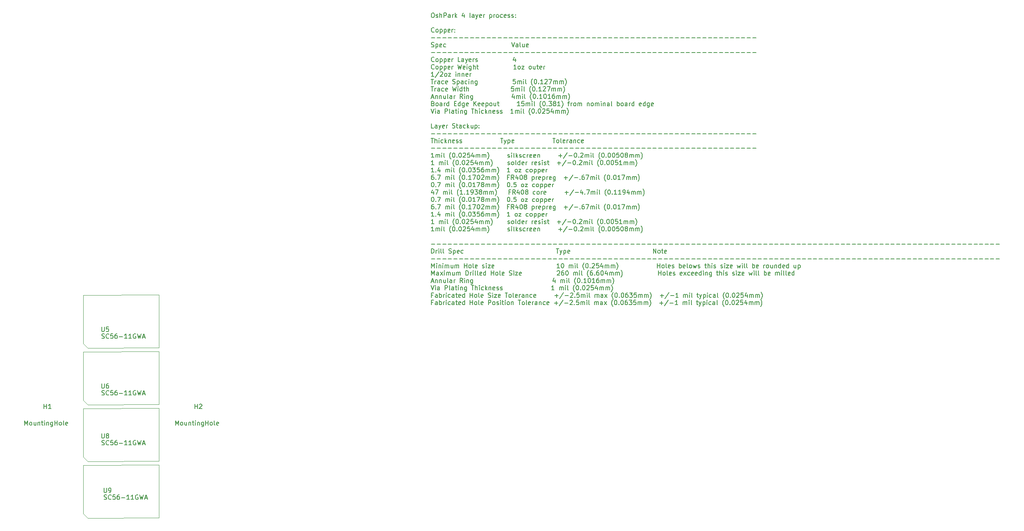
<source format=gbr>
%TF.GenerationSoftware,KiCad,Pcbnew,5.1.9-73d0e3b20d~88~ubuntu20.04.1*%
%TF.CreationDate,2021-03-05T17:28:59-06:00*%
%TF.ProjectId,portalgun-display,706f7274-616c-4677-956e-2d646973706c,rev?*%
%TF.SameCoordinates,Original*%
%TF.FileFunction,Other,Fab,Top*%
%FSLAX46Y46*%
G04 Gerber Fmt 4.6, Leading zero omitted, Abs format (unit mm)*
G04 Created by KiCad (PCBNEW 5.1.9-73d0e3b20d~88~ubuntu20.04.1) date 2021-03-05 17:28:59*
%MOMM*%
%LPD*%
G01*
G04 APERTURE LIST*
%ADD10C,0.150000*%
%ADD11C,0.100000*%
G04 APERTURE END LIST*
D10*
X197884071Y-13251380D02*
X198074547Y-13251380D01*
X198169785Y-13299000D01*
X198265023Y-13394238D01*
X198312642Y-13584714D01*
X198312642Y-13918047D01*
X198265023Y-14108523D01*
X198169785Y-14203761D01*
X198074547Y-14251380D01*
X197884071Y-14251380D01*
X197788833Y-14203761D01*
X197693595Y-14108523D01*
X197645976Y-13918047D01*
X197645976Y-13584714D01*
X197693595Y-13394238D01*
X197788833Y-13299000D01*
X197884071Y-13251380D01*
X198693595Y-14203761D02*
X198788833Y-14251380D01*
X198979309Y-14251380D01*
X199074547Y-14203761D01*
X199122166Y-14108523D01*
X199122166Y-14060904D01*
X199074547Y-13965666D01*
X198979309Y-13918047D01*
X198836452Y-13918047D01*
X198741214Y-13870428D01*
X198693595Y-13775190D01*
X198693595Y-13727571D01*
X198741214Y-13632333D01*
X198836452Y-13584714D01*
X198979309Y-13584714D01*
X199074547Y-13632333D01*
X199550738Y-14251380D02*
X199550738Y-13251380D01*
X199979309Y-14251380D02*
X199979309Y-13727571D01*
X199931690Y-13632333D01*
X199836452Y-13584714D01*
X199693595Y-13584714D01*
X199598357Y-13632333D01*
X199550738Y-13679952D01*
X200455500Y-14251380D02*
X200455500Y-13251380D01*
X200836452Y-13251380D01*
X200931690Y-13299000D01*
X200979309Y-13346619D01*
X201026928Y-13441857D01*
X201026928Y-13584714D01*
X200979309Y-13679952D01*
X200931690Y-13727571D01*
X200836452Y-13775190D01*
X200455500Y-13775190D01*
X201884071Y-14251380D02*
X201884071Y-13727571D01*
X201836452Y-13632333D01*
X201741214Y-13584714D01*
X201550738Y-13584714D01*
X201455500Y-13632333D01*
X201884071Y-14203761D02*
X201788833Y-14251380D01*
X201550738Y-14251380D01*
X201455500Y-14203761D01*
X201407880Y-14108523D01*
X201407880Y-14013285D01*
X201455500Y-13918047D01*
X201550738Y-13870428D01*
X201788833Y-13870428D01*
X201884071Y-13822809D01*
X202360261Y-14251380D02*
X202360261Y-13584714D01*
X202360261Y-13775190D02*
X202407880Y-13679952D01*
X202455500Y-13632333D01*
X202550738Y-13584714D01*
X202645976Y-13584714D01*
X202979309Y-14251380D02*
X202979309Y-13251380D01*
X203074547Y-13870428D02*
X203360261Y-14251380D01*
X203360261Y-13584714D02*
X202979309Y-13965666D01*
X204979309Y-13584714D02*
X204979309Y-14251380D01*
X204741214Y-13203761D02*
X204503119Y-13918047D01*
X205122166Y-13918047D01*
X206407880Y-14251380D02*
X206312642Y-14203761D01*
X206265023Y-14108523D01*
X206265023Y-13251380D01*
X207217404Y-14251380D02*
X207217404Y-13727571D01*
X207169785Y-13632333D01*
X207074547Y-13584714D01*
X206884071Y-13584714D01*
X206788833Y-13632333D01*
X207217404Y-14203761D02*
X207122166Y-14251380D01*
X206884071Y-14251380D01*
X206788833Y-14203761D01*
X206741214Y-14108523D01*
X206741214Y-14013285D01*
X206788833Y-13918047D01*
X206884071Y-13870428D01*
X207122166Y-13870428D01*
X207217404Y-13822809D01*
X207598357Y-13584714D02*
X207836452Y-14251380D01*
X208074547Y-13584714D02*
X207836452Y-14251380D01*
X207741214Y-14489476D01*
X207693595Y-14537095D01*
X207598357Y-14584714D01*
X208836452Y-14203761D02*
X208741214Y-14251380D01*
X208550738Y-14251380D01*
X208455500Y-14203761D01*
X208407880Y-14108523D01*
X208407880Y-13727571D01*
X208455500Y-13632333D01*
X208550738Y-13584714D01*
X208741214Y-13584714D01*
X208836452Y-13632333D01*
X208884071Y-13727571D01*
X208884071Y-13822809D01*
X208407880Y-13918047D01*
X209312642Y-14251380D02*
X209312642Y-13584714D01*
X209312642Y-13775190D02*
X209360261Y-13679952D01*
X209407880Y-13632333D01*
X209503119Y-13584714D01*
X209598357Y-13584714D01*
X210693595Y-13584714D02*
X210693595Y-14584714D01*
X210693595Y-13632333D02*
X210788833Y-13584714D01*
X210979309Y-13584714D01*
X211074547Y-13632333D01*
X211122166Y-13679952D01*
X211169785Y-13775190D01*
X211169785Y-14060904D01*
X211122166Y-14156142D01*
X211074547Y-14203761D01*
X210979309Y-14251380D01*
X210788833Y-14251380D01*
X210693595Y-14203761D01*
X211598357Y-14251380D02*
X211598357Y-13584714D01*
X211598357Y-13775190D02*
X211645976Y-13679952D01*
X211693595Y-13632333D01*
X211788833Y-13584714D01*
X211884071Y-13584714D01*
X212360261Y-14251380D02*
X212265023Y-14203761D01*
X212217404Y-14156142D01*
X212169785Y-14060904D01*
X212169785Y-13775190D01*
X212217404Y-13679952D01*
X212265023Y-13632333D01*
X212360261Y-13584714D01*
X212503119Y-13584714D01*
X212598357Y-13632333D01*
X212645976Y-13679952D01*
X212693595Y-13775190D01*
X212693595Y-14060904D01*
X212645976Y-14156142D01*
X212598357Y-14203761D01*
X212503119Y-14251380D01*
X212360261Y-14251380D01*
X213550738Y-14203761D02*
X213455500Y-14251380D01*
X213265023Y-14251380D01*
X213169785Y-14203761D01*
X213122166Y-14156142D01*
X213074547Y-14060904D01*
X213074547Y-13775190D01*
X213122166Y-13679952D01*
X213169785Y-13632333D01*
X213265023Y-13584714D01*
X213455500Y-13584714D01*
X213550738Y-13632333D01*
X214360261Y-14203761D02*
X214265023Y-14251380D01*
X214074547Y-14251380D01*
X213979309Y-14203761D01*
X213931690Y-14108523D01*
X213931690Y-13727571D01*
X213979309Y-13632333D01*
X214074547Y-13584714D01*
X214265023Y-13584714D01*
X214360261Y-13632333D01*
X214407880Y-13727571D01*
X214407880Y-13822809D01*
X213931690Y-13918047D01*
X214788833Y-14203761D02*
X214884071Y-14251380D01*
X215074547Y-14251380D01*
X215169785Y-14203761D01*
X215217404Y-14108523D01*
X215217404Y-14060904D01*
X215169785Y-13965666D01*
X215074547Y-13918047D01*
X214931690Y-13918047D01*
X214836452Y-13870428D01*
X214788833Y-13775190D01*
X214788833Y-13727571D01*
X214836452Y-13632333D01*
X214931690Y-13584714D01*
X215074547Y-13584714D01*
X215169785Y-13632333D01*
X215598357Y-14203761D02*
X215693595Y-14251380D01*
X215884071Y-14251380D01*
X215979309Y-14203761D01*
X216026928Y-14108523D01*
X216026928Y-14060904D01*
X215979309Y-13965666D01*
X215884071Y-13918047D01*
X215741214Y-13918047D01*
X215645976Y-13870428D01*
X215598357Y-13775190D01*
X215598357Y-13727571D01*
X215645976Y-13632333D01*
X215741214Y-13584714D01*
X215884071Y-13584714D01*
X215979309Y-13632333D01*
X216455500Y-14156142D02*
X216503119Y-14203761D01*
X216455500Y-14251380D01*
X216407880Y-14203761D01*
X216455500Y-14156142D01*
X216455500Y-14251380D01*
X216455500Y-13632333D02*
X216503119Y-13679952D01*
X216455500Y-13727571D01*
X216407880Y-13679952D01*
X216455500Y-13632333D01*
X216455500Y-13727571D01*
X198265023Y-17456142D02*
X198217404Y-17503761D01*
X198074547Y-17551380D01*
X197979309Y-17551380D01*
X197836452Y-17503761D01*
X197741214Y-17408523D01*
X197693595Y-17313285D01*
X197645976Y-17122809D01*
X197645976Y-16979952D01*
X197693595Y-16789476D01*
X197741214Y-16694238D01*
X197836452Y-16599000D01*
X197979309Y-16551380D01*
X198074547Y-16551380D01*
X198217404Y-16599000D01*
X198265023Y-16646619D01*
X198836452Y-17551380D02*
X198741214Y-17503761D01*
X198693595Y-17456142D01*
X198645976Y-17360904D01*
X198645976Y-17075190D01*
X198693595Y-16979952D01*
X198741214Y-16932333D01*
X198836452Y-16884714D01*
X198979309Y-16884714D01*
X199074547Y-16932333D01*
X199122166Y-16979952D01*
X199169785Y-17075190D01*
X199169785Y-17360904D01*
X199122166Y-17456142D01*
X199074547Y-17503761D01*
X198979309Y-17551380D01*
X198836452Y-17551380D01*
X199598357Y-16884714D02*
X199598357Y-17884714D01*
X199598357Y-16932333D02*
X199693595Y-16884714D01*
X199884071Y-16884714D01*
X199979309Y-16932333D01*
X200026928Y-16979952D01*
X200074547Y-17075190D01*
X200074547Y-17360904D01*
X200026928Y-17456142D01*
X199979309Y-17503761D01*
X199884071Y-17551380D01*
X199693595Y-17551380D01*
X199598357Y-17503761D01*
X200503119Y-16884714D02*
X200503119Y-17884714D01*
X200503119Y-16932333D02*
X200598357Y-16884714D01*
X200788833Y-16884714D01*
X200884071Y-16932333D01*
X200931690Y-16979952D01*
X200979309Y-17075190D01*
X200979309Y-17360904D01*
X200931690Y-17456142D01*
X200884071Y-17503761D01*
X200788833Y-17551380D01*
X200598357Y-17551380D01*
X200503119Y-17503761D01*
X201788833Y-17503761D02*
X201693595Y-17551380D01*
X201503119Y-17551380D01*
X201407880Y-17503761D01*
X201360261Y-17408523D01*
X201360261Y-17027571D01*
X201407880Y-16932333D01*
X201503119Y-16884714D01*
X201693595Y-16884714D01*
X201788833Y-16932333D01*
X201836452Y-17027571D01*
X201836452Y-17122809D01*
X201360261Y-17218047D01*
X202265023Y-17551380D02*
X202265023Y-16884714D01*
X202265023Y-17075190D02*
X202312642Y-16979952D01*
X202360261Y-16932333D01*
X202455500Y-16884714D01*
X202550738Y-16884714D01*
X202884071Y-17456142D02*
X202931690Y-17503761D01*
X202884071Y-17551380D01*
X202836452Y-17503761D01*
X202884071Y-17456142D01*
X202884071Y-17551380D01*
X202884071Y-16932333D02*
X202931690Y-16979952D01*
X202884071Y-17027571D01*
X202836452Y-16979952D01*
X202884071Y-16932333D01*
X202884071Y-17027571D01*
X197693595Y-18820428D02*
X198455500Y-18820428D01*
X198931690Y-18820428D02*
X199693595Y-18820428D01*
X200169785Y-18820428D02*
X200931690Y-18820428D01*
X201407880Y-18820428D02*
X202169785Y-18820428D01*
X202645976Y-18820428D02*
X203407880Y-18820428D01*
X203884071Y-18820428D02*
X204645976Y-18820428D01*
X205122166Y-18820428D02*
X205884071Y-18820428D01*
X206360261Y-18820428D02*
X207122166Y-18820428D01*
X207598357Y-18820428D02*
X208360261Y-18820428D01*
X208836452Y-18820428D02*
X209598357Y-18820428D01*
X210074547Y-18820428D02*
X210836452Y-18820428D01*
X211312642Y-18820428D02*
X212074547Y-18820428D01*
X212550738Y-18820428D02*
X213312642Y-18820428D01*
X213788833Y-18820428D02*
X214550738Y-18820428D01*
X215026928Y-18820428D02*
X215788833Y-18820428D01*
X216265023Y-18820428D02*
X217026928Y-18820428D01*
X217503119Y-18820428D02*
X218265023Y-18820428D01*
X218741214Y-18820428D02*
X219503119Y-18820428D01*
X219979309Y-18820428D02*
X220741214Y-18820428D01*
X221217404Y-18820428D02*
X221979309Y-18820428D01*
X222455500Y-18820428D02*
X223217404Y-18820428D01*
X223693595Y-18820428D02*
X224455500Y-18820428D01*
X224931690Y-18820428D02*
X225693595Y-18820428D01*
X226169785Y-18820428D02*
X226931690Y-18820428D01*
X227407880Y-18820428D02*
X228169785Y-18820428D01*
X228645976Y-18820428D02*
X229407880Y-18820428D01*
X229884071Y-18820428D02*
X230645976Y-18820428D01*
X231122166Y-18820428D02*
X231884071Y-18820428D01*
X232360261Y-18820428D02*
X233122166Y-18820428D01*
X233598357Y-18820428D02*
X234360261Y-18820428D01*
X234836452Y-18820428D02*
X235598357Y-18820428D01*
X236074547Y-18820428D02*
X236836452Y-18820428D01*
X237312642Y-18820428D02*
X238074547Y-18820428D01*
X238550738Y-18820428D02*
X239312642Y-18820428D01*
X239788833Y-18820428D02*
X240550738Y-18820428D01*
X241026928Y-18820428D02*
X241788833Y-18820428D01*
X242265023Y-18820428D02*
X243026928Y-18820428D01*
X243503119Y-18820428D02*
X244265023Y-18820428D01*
X244741214Y-18820428D02*
X245503119Y-18820428D01*
X245979309Y-18820428D02*
X246741214Y-18820428D01*
X247217404Y-18820428D02*
X247979309Y-18820428D01*
X248455500Y-18820428D02*
X249217404Y-18820428D01*
X249693595Y-18820428D02*
X250455500Y-18820428D01*
X250931690Y-18820428D02*
X251693595Y-18820428D01*
X252169785Y-18820428D02*
X252931690Y-18820428D01*
X253407880Y-18820428D02*
X254169785Y-18820428D01*
X254645976Y-18820428D02*
X255407880Y-18820428D01*
X255884071Y-18820428D02*
X256645976Y-18820428D01*
X257122166Y-18820428D02*
X257884071Y-18820428D01*
X258360261Y-18820428D02*
X259122166Y-18820428D01*
X259598357Y-18820428D02*
X260360261Y-18820428D01*
X260836452Y-18820428D02*
X261598357Y-18820428D01*
X262074547Y-18820428D02*
X262836452Y-18820428D01*
X263312642Y-18820428D02*
X264074547Y-18820428D01*
X264550738Y-18820428D02*
X265312642Y-18820428D01*
X265788833Y-18820428D02*
X266550738Y-18820428D01*
X267026928Y-18820428D02*
X267788833Y-18820428D01*
X268265023Y-18820428D02*
X269026928Y-18820428D01*
X269503119Y-18820428D02*
X270265023Y-18820428D01*
X197645976Y-20803761D02*
X197788833Y-20851380D01*
X198026928Y-20851380D01*
X198122166Y-20803761D01*
X198169785Y-20756142D01*
X198217404Y-20660904D01*
X198217404Y-20565666D01*
X198169785Y-20470428D01*
X198122166Y-20422809D01*
X198026928Y-20375190D01*
X197836452Y-20327571D01*
X197741214Y-20279952D01*
X197693595Y-20232333D01*
X197645976Y-20137095D01*
X197645976Y-20041857D01*
X197693595Y-19946619D01*
X197741214Y-19899000D01*
X197836452Y-19851380D01*
X198074547Y-19851380D01*
X198217404Y-19899000D01*
X198645976Y-20184714D02*
X198645976Y-21184714D01*
X198645976Y-20232333D02*
X198741214Y-20184714D01*
X198931690Y-20184714D01*
X199026928Y-20232333D01*
X199074547Y-20279952D01*
X199122166Y-20375190D01*
X199122166Y-20660904D01*
X199074547Y-20756142D01*
X199026928Y-20803761D01*
X198931690Y-20851380D01*
X198741214Y-20851380D01*
X198645976Y-20803761D01*
X199931690Y-20803761D02*
X199836452Y-20851380D01*
X199645976Y-20851380D01*
X199550738Y-20803761D01*
X199503119Y-20708523D01*
X199503119Y-20327571D01*
X199550738Y-20232333D01*
X199645976Y-20184714D01*
X199836452Y-20184714D01*
X199931690Y-20232333D01*
X199979309Y-20327571D01*
X199979309Y-20422809D01*
X199503119Y-20518047D01*
X200836452Y-20803761D02*
X200741214Y-20851380D01*
X200550738Y-20851380D01*
X200455500Y-20803761D01*
X200407880Y-20756142D01*
X200360261Y-20660904D01*
X200360261Y-20375190D01*
X200407880Y-20279952D01*
X200455500Y-20232333D01*
X200550738Y-20184714D01*
X200741214Y-20184714D01*
X200836452Y-20232333D01*
X215598357Y-19851380D02*
X215931690Y-20851380D01*
X216265023Y-19851380D01*
X217026928Y-20851380D02*
X217026928Y-20327571D01*
X216979309Y-20232333D01*
X216884071Y-20184714D01*
X216693595Y-20184714D01*
X216598357Y-20232333D01*
X217026928Y-20803761D02*
X216931690Y-20851380D01*
X216693595Y-20851380D01*
X216598357Y-20803761D01*
X216550738Y-20708523D01*
X216550738Y-20613285D01*
X216598357Y-20518047D01*
X216693595Y-20470428D01*
X216931690Y-20470428D01*
X217026928Y-20422809D01*
X217645976Y-20851380D02*
X217550738Y-20803761D01*
X217503119Y-20708523D01*
X217503119Y-19851380D01*
X218455500Y-20184714D02*
X218455500Y-20851380D01*
X218026928Y-20184714D02*
X218026928Y-20708523D01*
X218074547Y-20803761D01*
X218169785Y-20851380D01*
X218312642Y-20851380D01*
X218407880Y-20803761D01*
X218455500Y-20756142D01*
X219312642Y-20803761D02*
X219217404Y-20851380D01*
X219026928Y-20851380D01*
X218931690Y-20803761D01*
X218884071Y-20708523D01*
X218884071Y-20327571D01*
X218931690Y-20232333D01*
X219026928Y-20184714D01*
X219217404Y-20184714D01*
X219312642Y-20232333D01*
X219360261Y-20327571D01*
X219360261Y-20422809D01*
X218884071Y-20518047D01*
X197693595Y-22120428D02*
X198455500Y-22120428D01*
X198931690Y-22120428D02*
X199693595Y-22120428D01*
X200169785Y-22120428D02*
X200931690Y-22120428D01*
X201407880Y-22120428D02*
X202169785Y-22120428D01*
X202645976Y-22120428D02*
X203407880Y-22120428D01*
X203884071Y-22120428D02*
X204645976Y-22120428D01*
X205122166Y-22120428D02*
X205884071Y-22120428D01*
X206360261Y-22120428D02*
X207122166Y-22120428D01*
X207598357Y-22120428D02*
X208360261Y-22120428D01*
X208836452Y-22120428D02*
X209598357Y-22120428D01*
X210074547Y-22120428D02*
X210836452Y-22120428D01*
X211312642Y-22120428D02*
X212074547Y-22120428D01*
X212550738Y-22120428D02*
X213312642Y-22120428D01*
X213788833Y-22120428D02*
X214550738Y-22120428D01*
X215026928Y-22120428D02*
X215788833Y-22120428D01*
X216265023Y-22120428D02*
X217026928Y-22120428D01*
X217503119Y-22120428D02*
X218265023Y-22120428D01*
X218741214Y-22120428D02*
X219503119Y-22120428D01*
X219979309Y-22120428D02*
X220741214Y-22120428D01*
X221217404Y-22120428D02*
X221979309Y-22120428D01*
X222455500Y-22120428D02*
X223217404Y-22120428D01*
X223693595Y-22120428D02*
X224455500Y-22120428D01*
X224931690Y-22120428D02*
X225693595Y-22120428D01*
X226169785Y-22120428D02*
X226931690Y-22120428D01*
X227407880Y-22120428D02*
X228169785Y-22120428D01*
X228645976Y-22120428D02*
X229407880Y-22120428D01*
X229884071Y-22120428D02*
X230645976Y-22120428D01*
X231122166Y-22120428D02*
X231884071Y-22120428D01*
X232360261Y-22120428D02*
X233122166Y-22120428D01*
X233598357Y-22120428D02*
X234360261Y-22120428D01*
X234836452Y-22120428D02*
X235598357Y-22120428D01*
X236074547Y-22120428D02*
X236836452Y-22120428D01*
X237312642Y-22120428D02*
X238074547Y-22120428D01*
X238550738Y-22120428D02*
X239312642Y-22120428D01*
X239788833Y-22120428D02*
X240550738Y-22120428D01*
X241026928Y-22120428D02*
X241788833Y-22120428D01*
X242265023Y-22120428D02*
X243026928Y-22120428D01*
X243503119Y-22120428D02*
X244265023Y-22120428D01*
X244741214Y-22120428D02*
X245503119Y-22120428D01*
X245979309Y-22120428D02*
X246741214Y-22120428D01*
X247217404Y-22120428D02*
X247979309Y-22120428D01*
X248455500Y-22120428D02*
X249217404Y-22120428D01*
X249693595Y-22120428D02*
X250455500Y-22120428D01*
X250931690Y-22120428D02*
X251693595Y-22120428D01*
X252169785Y-22120428D02*
X252931690Y-22120428D01*
X253407880Y-22120428D02*
X254169785Y-22120428D01*
X254645976Y-22120428D02*
X255407880Y-22120428D01*
X255884071Y-22120428D02*
X256645976Y-22120428D01*
X257122166Y-22120428D02*
X257884071Y-22120428D01*
X258360261Y-22120428D02*
X259122166Y-22120428D01*
X259598357Y-22120428D02*
X260360261Y-22120428D01*
X260836452Y-22120428D02*
X261598357Y-22120428D01*
X262074547Y-22120428D02*
X262836452Y-22120428D01*
X263312642Y-22120428D02*
X264074547Y-22120428D01*
X264550738Y-22120428D02*
X265312642Y-22120428D01*
X265788833Y-22120428D02*
X266550738Y-22120428D01*
X267026928Y-22120428D02*
X267788833Y-22120428D01*
X268265023Y-22120428D02*
X269026928Y-22120428D01*
X269503119Y-22120428D02*
X270265023Y-22120428D01*
X198265023Y-24056142D02*
X198217404Y-24103761D01*
X198074547Y-24151380D01*
X197979309Y-24151380D01*
X197836452Y-24103761D01*
X197741214Y-24008523D01*
X197693595Y-23913285D01*
X197645976Y-23722809D01*
X197645976Y-23579952D01*
X197693595Y-23389476D01*
X197741214Y-23294238D01*
X197836452Y-23199000D01*
X197979309Y-23151380D01*
X198074547Y-23151380D01*
X198217404Y-23199000D01*
X198265023Y-23246619D01*
X198836452Y-24151380D02*
X198741214Y-24103761D01*
X198693595Y-24056142D01*
X198645976Y-23960904D01*
X198645976Y-23675190D01*
X198693595Y-23579952D01*
X198741214Y-23532333D01*
X198836452Y-23484714D01*
X198979309Y-23484714D01*
X199074547Y-23532333D01*
X199122166Y-23579952D01*
X199169785Y-23675190D01*
X199169785Y-23960904D01*
X199122166Y-24056142D01*
X199074547Y-24103761D01*
X198979309Y-24151380D01*
X198836452Y-24151380D01*
X199598357Y-23484714D02*
X199598357Y-24484714D01*
X199598357Y-23532333D02*
X199693595Y-23484714D01*
X199884071Y-23484714D01*
X199979309Y-23532333D01*
X200026928Y-23579952D01*
X200074547Y-23675190D01*
X200074547Y-23960904D01*
X200026928Y-24056142D01*
X199979309Y-24103761D01*
X199884071Y-24151380D01*
X199693595Y-24151380D01*
X199598357Y-24103761D01*
X200503119Y-23484714D02*
X200503119Y-24484714D01*
X200503119Y-23532333D02*
X200598357Y-23484714D01*
X200788833Y-23484714D01*
X200884071Y-23532333D01*
X200931690Y-23579952D01*
X200979309Y-23675190D01*
X200979309Y-23960904D01*
X200931690Y-24056142D01*
X200884071Y-24103761D01*
X200788833Y-24151380D01*
X200598357Y-24151380D01*
X200503119Y-24103761D01*
X201788833Y-24103761D02*
X201693595Y-24151380D01*
X201503119Y-24151380D01*
X201407880Y-24103761D01*
X201360261Y-24008523D01*
X201360261Y-23627571D01*
X201407880Y-23532333D01*
X201503119Y-23484714D01*
X201693595Y-23484714D01*
X201788833Y-23532333D01*
X201836452Y-23627571D01*
X201836452Y-23722809D01*
X201360261Y-23818047D01*
X202265023Y-24151380D02*
X202265023Y-23484714D01*
X202265023Y-23675190D02*
X202312642Y-23579952D01*
X202360261Y-23532333D01*
X202455500Y-23484714D01*
X202550738Y-23484714D01*
X204122166Y-24151380D02*
X203645976Y-24151380D01*
X203645976Y-23151380D01*
X204884071Y-24151380D02*
X204884071Y-23627571D01*
X204836452Y-23532333D01*
X204741214Y-23484714D01*
X204550738Y-23484714D01*
X204455500Y-23532333D01*
X204884071Y-24103761D02*
X204788833Y-24151380D01*
X204550738Y-24151380D01*
X204455500Y-24103761D01*
X204407880Y-24008523D01*
X204407880Y-23913285D01*
X204455500Y-23818047D01*
X204550738Y-23770428D01*
X204788833Y-23770428D01*
X204884071Y-23722809D01*
X205265023Y-23484714D02*
X205503119Y-24151380D01*
X205741214Y-23484714D02*
X205503119Y-24151380D01*
X205407880Y-24389476D01*
X205360261Y-24437095D01*
X205265023Y-24484714D01*
X206503119Y-24103761D02*
X206407880Y-24151380D01*
X206217404Y-24151380D01*
X206122166Y-24103761D01*
X206074547Y-24008523D01*
X206074547Y-23627571D01*
X206122166Y-23532333D01*
X206217404Y-23484714D01*
X206407880Y-23484714D01*
X206503119Y-23532333D01*
X206550738Y-23627571D01*
X206550738Y-23722809D01*
X206074547Y-23818047D01*
X206979309Y-24151380D02*
X206979309Y-23484714D01*
X206979309Y-23675190D02*
X207026928Y-23579952D01*
X207074547Y-23532333D01*
X207169785Y-23484714D01*
X207265023Y-23484714D01*
X207550738Y-24103761D02*
X207645976Y-24151380D01*
X207836452Y-24151380D01*
X207931690Y-24103761D01*
X207979309Y-24008523D01*
X207979309Y-23960904D01*
X207931690Y-23865666D01*
X207836452Y-23818047D01*
X207693595Y-23818047D01*
X207598357Y-23770428D01*
X207550738Y-23675190D01*
X207550738Y-23627571D01*
X207598357Y-23532333D01*
X207693595Y-23484714D01*
X207836452Y-23484714D01*
X207931690Y-23532333D01*
X216455500Y-23484714D02*
X216455500Y-24151380D01*
X216217404Y-23103761D02*
X215979309Y-23818047D01*
X216598357Y-23818047D01*
X198265023Y-25706142D02*
X198217404Y-25753761D01*
X198074547Y-25801380D01*
X197979309Y-25801380D01*
X197836452Y-25753761D01*
X197741214Y-25658523D01*
X197693595Y-25563285D01*
X197645976Y-25372809D01*
X197645976Y-25229952D01*
X197693595Y-25039476D01*
X197741214Y-24944238D01*
X197836452Y-24849000D01*
X197979309Y-24801380D01*
X198074547Y-24801380D01*
X198217404Y-24849000D01*
X198265023Y-24896619D01*
X198836452Y-25801380D02*
X198741214Y-25753761D01*
X198693595Y-25706142D01*
X198645976Y-25610904D01*
X198645976Y-25325190D01*
X198693595Y-25229952D01*
X198741214Y-25182333D01*
X198836452Y-25134714D01*
X198979309Y-25134714D01*
X199074547Y-25182333D01*
X199122166Y-25229952D01*
X199169785Y-25325190D01*
X199169785Y-25610904D01*
X199122166Y-25706142D01*
X199074547Y-25753761D01*
X198979309Y-25801380D01*
X198836452Y-25801380D01*
X199598357Y-25134714D02*
X199598357Y-26134714D01*
X199598357Y-25182333D02*
X199693595Y-25134714D01*
X199884071Y-25134714D01*
X199979309Y-25182333D01*
X200026928Y-25229952D01*
X200074547Y-25325190D01*
X200074547Y-25610904D01*
X200026928Y-25706142D01*
X199979309Y-25753761D01*
X199884071Y-25801380D01*
X199693595Y-25801380D01*
X199598357Y-25753761D01*
X200503119Y-25134714D02*
X200503119Y-26134714D01*
X200503119Y-25182333D02*
X200598357Y-25134714D01*
X200788833Y-25134714D01*
X200884071Y-25182333D01*
X200931690Y-25229952D01*
X200979309Y-25325190D01*
X200979309Y-25610904D01*
X200931690Y-25706142D01*
X200884071Y-25753761D01*
X200788833Y-25801380D01*
X200598357Y-25801380D01*
X200503119Y-25753761D01*
X201788833Y-25753761D02*
X201693595Y-25801380D01*
X201503119Y-25801380D01*
X201407880Y-25753761D01*
X201360261Y-25658523D01*
X201360261Y-25277571D01*
X201407880Y-25182333D01*
X201503119Y-25134714D01*
X201693595Y-25134714D01*
X201788833Y-25182333D01*
X201836452Y-25277571D01*
X201836452Y-25372809D01*
X201360261Y-25468047D01*
X202265023Y-25801380D02*
X202265023Y-25134714D01*
X202265023Y-25325190D02*
X202312642Y-25229952D01*
X202360261Y-25182333D01*
X202455500Y-25134714D01*
X202550738Y-25134714D01*
X203550738Y-24801380D02*
X203788833Y-25801380D01*
X203979309Y-25087095D01*
X204169785Y-25801380D01*
X204407880Y-24801380D01*
X205169785Y-25753761D02*
X205074547Y-25801380D01*
X204884071Y-25801380D01*
X204788833Y-25753761D01*
X204741214Y-25658523D01*
X204741214Y-25277571D01*
X204788833Y-25182333D01*
X204884071Y-25134714D01*
X205074547Y-25134714D01*
X205169785Y-25182333D01*
X205217404Y-25277571D01*
X205217404Y-25372809D01*
X204741214Y-25468047D01*
X205645976Y-25801380D02*
X205645976Y-25134714D01*
X205645976Y-24801380D02*
X205598357Y-24849000D01*
X205645976Y-24896619D01*
X205693595Y-24849000D01*
X205645976Y-24801380D01*
X205645976Y-24896619D01*
X206550738Y-25134714D02*
X206550738Y-25944238D01*
X206503119Y-26039476D01*
X206455500Y-26087095D01*
X206360261Y-26134714D01*
X206217404Y-26134714D01*
X206122166Y-26087095D01*
X206550738Y-25753761D02*
X206455500Y-25801380D01*
X206265023Y-25801380D01*
X206169785Y-25753761D01*
X206122166Y-25706142D01*
X206074547Y-25610904D01*
X206074547Y-25325190D01*
X206122166Y-25229952D01*
X206169785Y-25182333D01*
X206265023Y-25134714D01*
X206455500Y-25134714D01*
X206550738Y-25182333D01*
X207026928Y-25801380D02*
X207026928Y-24801380D01*
X207455500Y-25801380D02*
X207455500Y-25277571D01*
X207407880Y-25182333D01*
X207312642Y-25134714D01*
X207169785Y-25134714D01*
X207074547Y-25182333D01*
X207026928Y-25229952D01*
X207788833Y-25134714D02*
X208169785Y-25134714D01*
X207931690Y-24801380D02*
X207931690Y-25658523D01*
X207979309Y-25753761D01*
X208074547Y-25801380D01*
X208169785Y-25801380D01*
X216645976Y-25801380D02*
X216074547Y-25801380D01*
X216360261Y-25801380D02*
X216360261Y-24801380D01*
X216265023Y-24944238D01*
X216169785Y-25039476D01*
X216074547Y-25087095D01*
X217217404Y-25801380D02*
X217122166Y-25753761D01*
X217074547Y-25706142D01*
X217026928Y-25610904D01*
X217026928Y-25325190D01*
X217074547Y-25229952D01*
X217122166Y-25182333D01*
X217217404Y-25134714D01*
X217360261Y-25134714D01*
X217455500Y-25182333D01*
X217503119Y-25229952D01*
X217550738Y-25325190D01*
X217550738Y-25610904D01*
X217503119Y-25706142D01*
X217455500Y-25753761D01*
X217360261Y-25801380D01*
X217217404Y-25801380D01*
X217884071Y-25134714D02*
X218407880Y-25134714D01*
X217884071Y-25801380D01*
X218407880Y-25801380D01*
X219693595Y-25801380D02*
X219598357Y-25753761D01*
X219550738Y-25706142D01*
X219503119Y-25610904D01*
X219503119Y-25325190D01*
X219550738Y-25229952D01*
X219598357Y-25182333D01*
X219693595Y-25134714D01*
X219836452Y-25134714D01*
X219931690Y-25182333D01*
X219979309Y-25229952D01*
X220026928Y-25325190D01*
X220026928Y-25610904D01*
X219979309Y-25706142D01*
X219931690Y-25753761D01*
X219836452Y-25801380D01*
X219693595Y-25801380D01*
X220884071Y-25134714D02*
X220884071Y-25801380D01*
X220455500Y-25134714D02*
X220455500Y-25658523D01*
X220503119Y-25753761D01*
X220598357Y-25801380D01*
X220741214Y-25801380D01*
X220836452Y-25753761D01*
X220884071Y-25706142D01*
X221217404Y-25134714D02*
X221598357Y-25134714D01*
X221360261Y-24801380D02*
X221360261Y-25658523D01*
X221407880Y-25753761D01*
X221503119Y-25801380D01*
X221598357Y-25801380D01*
X222312642Y-25753761D02*
X222217404Y-25801380D01*
X222026928Y-25801380D01*
X221931690Y-25753761D01*
X221884071Y-25658523D01*
X221884071Y-25277571D01*
X221931690Y-25182333D01*
X222026928Y-25134714D01*
X222217404Y-25134714D01*
X222312642Y-25182333D01*
X222360261Y-25277571D01*
X222360261Y-25372809D01*
X221884071Y-25468047D01*
X222788833Y-25801380D02*
X222788833Y-25134714D01*
X222788833Y-25325190D02*
X222836452Y-25229952D01*
X222884071Y-25182333D01*
X222979309Y-25134714D01*
X223074547Y-25134714D01*
X198217404Y-27451380D02*
X197645976Y-27451380D01*
X197931690Y-27451380D02*
X197931690Y-26451380D01*
X197836452Y-26594238D01*
X197741214Y-26689476D01*
X197645976Y-26737095D01*
X199360261Y-26403761D02*
X198503119Y-27689476D01*
X199645976Y-26546619D02*
X199693595Y-26499000D01*
X199788833Y-26451380D01*
X200026928Y-26451380D01*
X200122166Y-26499000D01*
X200169785Y-26546619D01*
X200217404Y-26641857D01*
X200217404Y-26737095D01*
X200169785Y-26879952D01*
X199598357Y-27451380D01*
X200217404Y-27451380D01*
X200788833Y-27451380D02*
X200693595Y-27403761D01*
X200645976Y-27356142D01*
X200598357Y-27260904D01*
X200598357Y-26975190D01*
X200645976Y-26879952D01*
X200693595Y-26832333D01*
X200788833Y-26784714D01*
X200931690Y-26784714D01*
X201026928Y-26832333D01*
X201074547Y-26879952D01*
X201122166Y-26975190D01*
X201122166Y-27260904D01*
X201074547Y-27356142D01*
X201026928Y-27403761D01*
X200931690Y-27451380D01*
X200788833Y-27451380D01*
X201455500Y-26784714D02*
X201979309Y-26784714D01*
X201455500Y-27451380D01*
X201979309Y-27451380D01*
X203122166Y-27451380D02*
X203122166Y-26784714D01*
X203122166Y-26451380D02*
X203074547Y-26499000D01*
X203122166Y-26546619D01*
X203169785Y-26499000D01*
X203122166Y-26451380D01*
X203122166Y-26546619D01*
X203598357Y-26784714D02*
X203598357Y-27451380D01*
X203598357Y-26879952D02*
X203645976Y-26832333D01*
X203741214Y-26784714D01*
X203884071Y-26784714D01*
X203979309Y-26832333D01*
X204026928Y-26927571D01*
X204026928Y-27451380D01*
X204503119Y-26784714D02*
X204503119Y-27451380D01*
X204503119Y-26879952D02*
X204550738Y-26832333D01*
X204645976Y-26784714D01*
X204788833Y-26784714D01*
X204884071Y-26832333D01*
X204931690Y-26927571D01*
X204931690Y-27451380D01*
X205788833Y-27403761D02*
X205693595Y-27451380D01*
X205503119Y-27451380D01*
X205407880Y-27403761D01*
X205360261Y-27308523D01*
X205360261Y-26927571D01*
X205407880Y-26832333D01*
X205503119Y-26784714D01*
X205693595Y-26784714D01*
X205788833Y-26832333D01*
X205836452Y-26927571D01*
X205836452Y-27022809D01*
X205360261Y-27118047D01*
X206265023Y-27451380D02*
X206265023Y-26784714D01*
X206265023Y-26975190D02*
X206312642Y-26879952D01*
X206360261Y-26832333D01*
X206455500Y-26784714D01*
X206550738Y-26784714D01*
X197550738Y-28101380D02*
X198122166Y-28101380D01*
X197836452Y-29101380D02*
X197836452Y-28101380D01*
X198455500Y-29101380D02*
X198455500Y-28434714D01*
X198455500Y-28625190D02*
X198503119Y-28529952D01*
X198550738Y-28482333D01*
X198645976Y-28434714D01*
X198741214Y-28434714D01*
X199503119Y-29101380D02*
X199503119Y-28577571D01*
X199455500Y-28482333D01*
X199360261Y-28434714D01*
X199169785Y-28434714D01*
X199074547Y-28482333D01*
X199503119Y-29053761D02*
X199407880Y-29101380D01*
X199169785Y-29101380D01*
X199074547Y-29053761D01*
X199026928Y-28958523D01*
X199026928Y-28863285D01*
X199074547Y-28768047D01*
X199169785Y-28720428D01*
X199407880Y-28720428D01*
X199503119Y-28672809D01*
X200407880Y-29053761D02*
X200312642Y-29101380D01*
X200122166Y-29101380D01*
X200026928Y-29053761D01*
X199979309Y-29006142D01*
X199931690Y-28910904D01*
X199931690Y-28625190D01*
X199979309Y-28529952D01*
X200026928Y-28482333D01*
X200122166Y-28434714D01*
X200312642Y-28434714D01*
X200407880Y-28482333D01*
X201217404Y-29053761D02*
X201122166Y-29101380D01*
X200931690Y-29101380D01*
X200836452Y-29053761D01*
X200788833Y-28958523D01*
X200788833Y-28577571D01*
X200836452Y-28482333D01*
X200931690Y-28434714D01*
X201122166Y-28434714D01*
X201217404Y-28482333D01*
X201265023Y-28577571D01*
X201265023Y-28672809D01*
X200788833Y-28768047D01*
X202407880Y-29053761D02*
X202550738Y-29101380D01*
X202788833Y-29101380D01*
X202884071Y-29053761D01*
X202931690Y-29006142D01*
X202979309Y-28910904D01*
X202979309Y-28815666D01*
X202931690Y-28720428D01*
X202884071Y-28672809D01*
X202788833Y-28625190D01*
X202598357Y-28577571D01*
X202503119Y-28529952D01*
X202455500Y-28482333D01*
X202407880Y-28387095D01*
X202407880Y-28291857D01*
X202455500Y-28196619D01*
X202503119Y-28149000D01*
X202598357Y-28101380D01*
X202836452Y-28101380D01*
X202979309Y-28149000D01*
X203407880Y-28434714D02*
X203407880Y-29434714D01*
X203407880Y-28482333D02*
X203503119Y-28434714D01*
X203693595Y-28434714D01*
X203788833Y-28482333D01*
X203836452Y-28529952D01*
X203884071Y-28625190D01*
X203884071Y-28910904D01*
X203836452Y-29006142D01*
X203788833Y-29053761D01*
X203693595Y-29101380D01*
X203503119Y-29101380D01*
X203407880Y-29053761D01*
X204741214Y-29101380D02*
X204741214Y-28577571D01*
X204693595Y-28482333D01*
X204598357Y-28434714D01*
X204407880Y-28434714D01*
X204312642Y-28482333D01*
X204741214Y-29053761D02*
X204645976Y-29101380D01*
X204407880Y-29101380D01*
X204312642Y-29053761D01*
X204265023Y-28958523D01*
X204265023Y-28863285D01*
X204312642Y-28768047D01*
X204407880Y-28720428D01*
X204645976Y-28720428D01*
X204741214Y-28672809D01*
X205645976Y-29053761D02*
X205550738Y-29101380D01*
X205360261Y-29101380D01*
X205265023Y-29053761D01*
X205217404Y-29006142D01*
X205169785Y-28910904D01*
X205169785Y-28625190D01*
X205217404Y-28529952D01*
X205265023Y-28482333D01*
X205360261Y-28434714D01*
X205550738Y-28434714D01*
X205645976Y-28482333D01*
X206074547Y-29101380D02*
X206074547Y-28434714D01*
X206074547Y-28101380D02*
X206026928Y-28149000D01*
X206074547Y-28196619D01*
X206122166Y-28149000D01*
X206074547Y-28101380D01*
X206074547Y-28196619D01*
X206550738Y-28434714D02*
X206550738Y-29101380D01*
X206550738Y-28529952D02*
X206598357Y-28482333D01*
X206693595Y-28434714D01*
X206836452Y-28434714D01*
X206931690Y-28482333D01*
X206979309Y-28577571D01*
X206979309Y-29101380D01*
X207884071Y-28434714D02*
X207884071Y-29244238D01*
X207836452Y-29339476D01*
X207788833Y-29387095D01*
X207693595Y-29434714D01*
X207550738Y-29434714D01*
X207455500Y-29387095D01*
X207884071Y-29053761D02*
X207788833Y-29101380D01*
X207598357Y-29101380D01*
X207503119Y-29053761D01*
X207455500Y-29006142D01*
X207407880Y-28910904D01*
X207407880Y-28625190D01*
X207455500Y-28529952D01*
X207503119Y-28482333D01*
X207598357Y-28434714D01*
X207788833Y-28434714D01*
X207884071Y-28482333D01*
X216455500Y-28101380D02*
X215979309Y-28101380D01*
X215931690Y-28577571D01*
X215979309Y-28529952D01*
X216074547Y-28482333D01*
X216312642Y-28482333D01*
X216407880Y-28529952D01*
X216455500Y-28577571D01*
X216503119Y-28672809D01*
X216503119Y-28910904D01*
X216455500Y-29006142D01*
X216407880Y-29053761D01*
X216312642Y-29101380D01*
X216074547Y-29101380D01*
X215979309Y-29053761D01*
X215931690Y-29006142D01*
X216931690Y-29101380D02*
X216931690Y-28434714D01*
X216931690Y-28529952D02*
X216979309Y-28482333D01*
X217074547Y-28434714D01*
X217217404Y-28434714D01*
X217312642Y-28482333D01*
X217360261Y-28577571D01*
X217360261Y-29101380D01*
X217360261Y-28577571D02*
X217407880Y-28482333D01*
X217503119Y-28434714D01*
X217645976Y-28434714D01*
X217741214Y-28482333D01*
X217788833Y-28577571D01*
X217788833Y-29101380D01*
X218265023Y-29101380D02*
X218265023Y-28434714D01*
X218265023Y-28101380D02*
X218217404Y-28149000D01*
X218265023Y-28196619D01*
X218312642Y-28149000D01*
X218265023Y-28101380D01*
X218265023Y-28196619D01*
X218884071Y-29101380D02*
X218788833Y-29053761D01*
X218741214Y-28958523D01*
X218741214Y-28101380D01*
X220312642Y-29482333D02*
X220265023Y-29434714D01*
X220169785Y-29291857D01*
X220122166Y-29196619D01*
X220074547Y-29053761D01*
X220026928Y-28815666D01*
X220026928Y-28625190D01*
X220074547Y-28387095D01*
X220122166Y-28244238D01*
X220169785Y-28149000D01*
X220265023Y-28006142D01*
X220312642Y-27958523D01*
X220884071Y-28101380D02*
X220979309Y-28101380D01*
X221074547Y-28149000D01*
X221122166Y-28196619D01*
X221169785Y-28291857D01*
X221217404Y-28482333D01*
X221217404Y-28720428D01*
X221169785Y-28910904D01*
X221122166Y-29006142D01*
X221074547Y-29053761D01*
X220979309Y-29101380D01*
X220884071Y-29101380D01*
X220788833Y-29053761D01*
X220741214Y-29006142D01*
X220693595Y-28910904D01*
X220645976Y-28720428D01*
X220645976Y-28482333D01*
X220693595Y-28291857D01*
X220741214Y-28196619D01*
X220788833Y-28149000D01*
X220884071Y-28101380D01*
X221645976Y-29006142D02*
X221693595Y-29053761D01*
X221645976Y-29101380D01*
X221598357Y-29053761D01*
X221645976Y-29006142D01*
X221645976Y-29101380D01*
X222645976Y-29101380D02*
X222074547Y-29101380D01*
X222360261Y-29101380D02*
X222360261Y-28101380D01*
X222265023Y-28244238D01*
X222169785Y-28339476D01*
X222074547Y-28387095D01*
X223026928Y-28196619D02*
X223074547Y-28149000D01*
X223169785Y-28101380D01*
X223407880Y-28101380D01*
X223503119Y-28149000D01*
X223550738Y-28196619D01*
X223598357Y-28291857D01*
X223598357Y-28387095D01*
X223550738Y-28529952D01*
X222979309Y-29101380D01*
X223598357Y-29101380D01*
X223931690Y-28101380D02*
X224598357Y-28101380D01*
X224169785Y-29101380D01*
X224979309Y-29101380D02*
X224979309Y-28434714D01*
X224979309Y-28529952D02*
X225026928Y-28482333D01*
X225122166Y-28434714D01*
X225265023Y-28434714D01*
X225360261Y-28482333D01*
X225407880Y-28577571D01*
X225407880Y-29101380D01*
X225407880Y-28577571D02*
X225455500Y-28482333D01*
X225550738Y-28434714D01*
X225693595Y-28434714D01*
X225788833Y-28482333D01*
X225836452Y-28577571D01*
X225836452Y-29101380D01*
X226312642Y-29101380D02*
X226312642Y-28434714D01*
X226312642Y-28529952D02*
X226360261Y-28482333D01*
X226455500Y-28434714D01*
X226598357Y-28434714D01*
X226693595Y-28482333D01*
X226741214Y-28577571D01*
X226741214Y-29101380D01*
X226741214Y-28577571D02*
X226788833Y-28482333D01*
X226884071Y-28434714D01*
X227026928Y-28434714D01*
X227122166Y-28482333D01*
X227169785Y-28577571D01*
X227169785Y-29101380D01*
X227550738Y-29482333D02*
X227598357Y-29434714D01*
X227693595Y-29291857D01*
X227741214Y-29196619D01*
X227788833Y-29053761D01*
X227836452Y-28815666D01*
X227836452Y-28625190D01*
X227788833Y-28387095D01*
X227741214Y-28244238D01*
X227693595Y-28149000D01*
X227598357Y-28006142D01*
X227550738Y-27958523D01*
X197550738Y-29751380D02*
X198122166Y-29751380D01*
X197836452Y-30751380D02*
X197836452Y-29751380D01*
X198455500Y-30751380D02*
X198455500Y-30084714D01*
X198455500Y-30275190D02*
X198503119Y-30179952D01*
X198550738Y-30132333D01*
X198645976Y-30084714D01*
X198741214Y-30084714D01*
X199503119Y-30751380D02*
X199503119Y-30227571D01*
X199455500Y-30132333D01*
X199360261Y-30084714D01*
X199169785Y-30084714D01*
X199074547Y-30132333D01*
X199503119Y-30703761D02*
X199407880Y-30751380D01*
X199169785Y-30751380D01*
X199074547Y-30703761D01*
X199026928Y-30608523D01*
X199026928Y-30513285D01*
X199074547Y-30418047D01*
X199169785Y-30370428D01*
X199407880Y-30370428D01*
X199503119Y-30322809D01*
X200407880Y-30703761D02*
X200312642Y-30751380D01*
X200122166Y-30751380D01*
X200026928Y-30703761D01*
X199979309Y-30656142D01*
X199931690Y-30560904D01*
X199931690Y-30275190D01*
X199979309Y-30179952D01*
X200026928Y-30132333D01*
X200122166Y-30084714D01*
X200312642Y-30084714D01*
X200407880Y-30132333D01*
X201217404Y-30703761D02*
X201122166Y-30751380D01*
X200931690Y-30751380D01*
X200836452Y-30703761D01*
X200788833Y-30608523D01*
X200788833Y-30227571D01*
X200836452Y-30132333D01*
X200931690Y-30084714D01*
X201122166Y-30084714D01*
X201217404Y-30132333D01*
X201265023Y-30227571D01*
X201265023Y-30322809D01*
X200788833Y-30418047D01*
X202360261Y-29751380D02*
X202598357Y-30751380D01*
X202788833Y-30037095D01*
X202979309Y-30751380D01*
X203217404Y-29751380D01*
X203598357Y-30751380D02*
X203598357Y-30084714D01*
X203598357Y-29751380D02*
X203550738Y-29799000D01*
X203598357Y-29846619D01*
X203645976Y-29799000D01*
X203598357Y-29751380D01*
X203598357Y-29846619D01*
X204503119Y-30751380D02*
X204503119Y-29751380D01*
X204503119Y-30703761D02*
X204407880Y-30751380D01*
X204217404Y-30751380D01*
X204122166Y-30703761D01*
X204074547Y-30656142D01*
X204026928Y-30560904D01*
X204026928Y-30275190D01*
X204074547Y-30179952D01*
X204122166Y-30132333D01*
X204217404Y-30084714D01*
X204407880Y-30084714D01*
X204503119Y-30132333D01*
X204836452Y-30084714D02*
X205217404Y-30084714D01*
X204979309Y-29751380D02*
X204979309Y-30608523D01*
X205026928Y-30703761D01*
X205122166Y-30751380D01*
X205217404Y-30751380D01*
X205550738Y-30751380D02*
X205550738Y-29751380D01*
X205979309Y-30751380D02*
X205979309Y-30227571D01*
X205931690Y-30132333D01*
X205836452Y-30084714D01*
X205693595Y-30084714D01*
X205598357Y-30132333D01*
X205550738Y-30179952D01*
X216074547Y-29751380D02*
X215598357Y-29751380D01*
X215550738Y-30227571D01*
X215598357Y-30179952D01*
X215693595Y-30132333D01*
X215931690Y-30132333D01*
X216026928Y-30179952D01*
X216074547Y-30227571D01*
X216122166Y-30322809D01*
X216122166Y-30560904D01*
X216074547Y-30656142D01*
X216026928Y-30703761D01*
X215931690Y-30751380D01*
X215693595Y-30751380D01*
X215598357Y-30703761D01*
X215550738Y-30656142D01*
X216550738Y-30751380D02*
X216550738Y-30084714D01*
X216550738Y-30179952D02*
X216598357Y-30132333D01*
X216693595Y-30084714D01*
X216836452Y-30084714D01*
X216931690Y-30132333D01*
X216979309Y-30227571D01*
X216979309Y-30751380D01*
X216979309Y-30227571D02*
X217026928Y-30132333D01*
X217122166Y-30084714D01*
X217265023Y-30084714D01*
X217360261Y-30132333D01*
X217407880Y-30227571D01*
X217407880Y-30751380D01*
X217884071Y-30751380D02*
X217884071Y-30084714D01*
X217884071Y-29751380D02*
X217836452Y-29799000D01*
X217884071Y-29846619D01*
X217931690Y-29799000D01*
X217884071Y-29751380D01*
X217884071Y-29846619D01*
X218503119Y-30751380D02*
X218407880Y-30703761D01*
X218360261Y-30608523D01*
X218360261Y-29751380D01*
X219931690Y-31132333D02*
X219884071Y-31084714D01*
X219788833Y-30941857D01*
X219741214Y-30846619D01*
X219693595Y-30703761D01*
X219645976Y-30465666D01*
X219645976Y-30275190D01*
X219693595Y-30037095D01*
X219741214Y-29894238D01*
X219788833Y-29799000D01*
X219884071Y-29656142D01*
X219931690Y-29608523D01*
X220503119Y-29751380D02*
X220598357Y-29751380D01*
X220693595Y-29799000D01*
X220741214Y-29846619D01*
X220788833Y-29941857D01*
X220836452Y-30132333D01*
X220836452Y-30370428D01*
X220788833Y-30560904D01*
X220741214Y-30656142D01*
X220693595Y-30703761D01*
X220598357Y-30751380D01*
X220503119Y-30751380D01*
X220407880Y-30703761D01*
X220360261Y-30656142D01*
X220312642Y-30560904D01*
X220265023Y-30370428D01*
X220265023Y-30132333D01*
X220312642Y-29941857D01*
X220360261Y-29846619D01*
X220407880Y-29799000D01*
X220503119Y-29751380D01*
X221265023Y-30656142D02*
X221312642Y-30703761D01*
X221265023Y-30751380D01*
X221217404Y-30703761D01*
X221265023Y-30656142D01*
X221265023Y-30751380D01*
X222265023Y-30751380D02*
X221693595Y-30751380D01*
X221979309Y-30751380D02*
X221979309Y-29751380D01*
X221884071Y-29894238D01*
X221788833Y-29989476D01*
X221693595Y-30037095D01*
X222645976Y-29846619D02*
X222693595Y-29799000D01*
X222788833Y-29751380D01*
X223026928Y-29751380D01*
X223122166Y-29799000D01*
X223169785Y-29846619D01*
X223217404Y-29941857D01*
X223217404Y-30037095D01*
X223169785Y-30179952D01*
X222598357Y-30751380D01*
X223217404Y-30751380D01*
X223550738Y-29751380D02*
X224217404Y-29751380D01*
X223788833Y-30751380D01*
X224598357Y-30751380D02*
X224598357Y-30084714D01*
X224598357Y-30179952D02*
X224645976Y-30132333D01*
X224741214Y-30084714D01*
X224884071Y-30084714D01*
X224979309Y-30132333D01*
X225026928Y-30227571D01*
X225026928Y-30751380D01*
X225026928Y-30227571D02*
X225074547Y-30132333D01*
X225169785Y-30084714D01*
X225312642Y-30084714D01*
X225407880Y-30132333D01*
X225455500Y-30227571D01*
X225455500Y-30751380D01*
X225931690Y-30751380D02*
X225931690Y-30084714D01*
X225931690Y-30179952D02*
X225979309Y-30132333D01*
X226074547Y-30084714D01*
X226217404Y-30084714D01*
X226312642Y-30132333D01*
X226360261Y-30227571D01*
X226360261Y-30751380D01*
X226360261Y-30227571D02*
X226407880Y-30132333D01*
X226503119Y-30084714D01*
X226645976Y-30084714D01*
X226741214Y-30132333D01*
X226788833Y-30227571D01*
X226788833Y-30751380D01*
X227169785Y-31132333D02*
X227217404Y-31084714D01*
X227312642Y-30941857D01*
X227360261Y-30846619D01*
X227407880Y-30703761D01*
X227455500Y-30465666D01*
X227455500Y-30275190D01*
X227407880Y-30037095D01*
X227360261Y-29894238D01*
X227312642Y-29799000D01*
X227217404Y-29656142D01*
X227169785Y-29608523D01*
X197645976Y-32115666D02*
X198122166Y-32115666D01*
X197550738Y-32401380D02*
X197884071Y-31401380D01*
X198217404Y-32401380D01*
X198550738Y-31734714D02*
X198550738Y-32401380D01*
X198550738Y-31829952D02*
X198598357Y-31782333D01*
X198693595Y-31734714D01*
X198836452Y-31734714D01*
X198931690Y-31782333D01*
X198979309Y-31877571D01*
X198979309Y-32401380D01*
X199455500Y-31734714D02*
X199455500Y-32401380D01*
X199455500Y-31829952D02*
X199503119Y-31782333D01*
X199598357Y-31734714D01*
X199741214Y-31734714D01*
X199836452Y-31782333D01*
X199884071Y-31877571D01*
X199884071Y-32401380D01*
X200788833Y-31734714D02*
X200788833Y-32401380D01*
X200360261Y-31734714D02*
X200360261Y-32258523D01*
X200407880Y-32353761D01*
X200503119Y-32401380D01*
X200645976Y-32401380D01*
X200741214Y-32353761D01*
X200788833Y-32306142D01*
X201407880Y-32401380D02*
X201312642Y-32353761D01*
X201265023Y-32258523D01*
X201265023Y-31401380D01*
X202217404Y-32401380D02*
X202217404Y-31877571D01*
X202169785Y-31782333D01*
X202074547Y-31734714D01*
X201884071Y-31734714D01*
X201788833Y-31782333D01*
X202217404Y-32353761D02*
X202122166Y-32401380D01*
X201884071Y-32401380D01*
X201788833Y-32353761D01*
X201741214Y-32258523D01*
X201741214Y-32163285D01*
X201788833Y-32068047D01*
X201884071Y-32020428D01*
X202122166Y-32020428D01*
X202217404Y-31972809D01*
X202693595Y-32401380D02*
X202693595Y-31734714D01*
X202693595Y-31925190D02*
X202741214Y-31829952D01*
X202788833Y-31782333D01*
X202884071Y-31734714D01*
X202979309Y-31734714D01*
X204645976Y-32401380D02*
X204312642Y-31925190D01*
X204074547Y-32401380D02*
X204074547Y-31401380D01*
X204455500Y-31401380D01*
X204550738Y-31449000D01*
X204598357Y-31496619D01*
X204645976Y-31591857D01*
X204645976Y-31734714D01*
X204598357Y-31829952D01*
X204550738Y-31877571D01*
X204455500Y-31925190D01*
X204074547Y-31925190D01*
X205074547Y-32401380D02*
X205074547Y-31734714D01*
X205074547Y-31401380D02*
X205026928Y-31449000D01*
X205074547Y-31496619D01*
X205122166Y-31449000D01*
X205074547Y-31401380D01*
X205074547Y-31496619D01*
X205550738Y-31734714D02*
X205550738Y-32401380D01*
X205550738Y-31829952D02*
X205598357Y-31782333D01*
X205693595Y-31734714D01*
X205836452Y-31734714D01*
X205931690Y-31782333D01*
X205979309Y-31877571D01*
X205979309Y-32401380D01*
X206884071Y-31734714D02*
X206884071Y-32544238D01*
X206836452Y-32639476D01*
X206788833Y-32687095D01*
X206693595Y-32734714D01*
X206550738Y-32734714D01*
X206455500Y-32687095D01*
X206884071Y-32353761D02*
X206788833Y-32401380D01*
X206598357Y-32401380D01*
X206503119Y-32353761D01*
X206455500Y-32306142D01*
X206407880Y-32210904D01*
X206407880Y-31925190D01*
X206455500Y-31829952D01*
X206503119Y-31782333D01*
X206598357Y-31734714D01*
X206788833Y-31734714D01*
X206884071Y-31782333D01*
X216169785Y-31734714D02*
X216169785Y-32401380D01*
X215931690Y-31353761D02*
X215693595Y-32068047D01*
X216312642Y-32068047D01*
X216693595Y-32401380D02*
X216693595Y-31734714D01*
X216693595Y-31829952D02*
X216741214Y-31782333D01*
X216836452Y-31734714D01*
X216979309Y-31734714D01*
X217074547Y-31782333D01*
X217122166Y-31877571D01*
X217122166Y-32401380D01*
X217122166Y-31877571D02*
X217169785Y-31782333D01*
X217265023Y-31734714D01*
X217407880Y-31734714D01*
X217503119Y-31782333D01*
X217550738Y-31877571D01*
X217550738Y-32401380D01*
X218026928Y-32401380D02*
X218026928Y-31734714D01*
X218026928Y-31401380D02*
X217979309Y-31449000D01*
X218026928Y-31496619D01*
X218074547Y-31449000D01*
X218026928Y-31401380D01*
X218026928Y-31496619D01*
X218645976Y-32401380D02*
X218550738Y-32353761D01*
X218503119Y-32258523D01*
X218503119Y-31401380D01*
X220074547Y-32782333D02*
X220026928Y-32734714D01*
X219931690Y-32591857D01*
X219884071Y-32496619D01*
X219836452Y-32353761D01*
X219788833Y-32115666D01*
X219788833Y-31925190D01*
X219836452Y-31687095D01*
X219884071Y-31544238D01*
X219931690Y-31449000D01*
X220026928Y-31306142D01*
X220074547Y-31258523D01*
X220645976Y-31401380D02*
X220741214Y-31401380D01*
X220836452Y-31449000D01*
X220884071Y-31496619D01*
X220931690Y-31591857D01*
X220979309Y-31782333D01*
X220979309Y-32020428D01*
X220931690Y-32210904D01*
X220884071Y-32306142D01*
X220836452Y-32353761D01*
X220741214Y-32401380D01*
X220645976Y-32401380D01*
X220550738Y-32353761D01*
X220503119Y-32306142D01*
X220455500Y-32210904D01*
X220407880Y-32020428D01*
X220407880Y-31782333D01*
X220455500Y-31591857D01*
X220503119Y-31496619D01*
X220550738Y-31449000D01*
X220645976Y-31401380D01*
X221407880Y-32306142D02*
X221455500Y-32353761D01*
X221407880Y-32401380D01*
X221360261Y-32353761D01*
X221407880Y-32306142D01*
X221407880Y-32401380D01*
X222407880Y-32401380D02*
X221836452Y-32401380D01*
X222122166Y-32401380D02*
X222122166Y-31401380D01*
X222026928Y-31544238D01*
X221931690Y-31639476D01*
X221836452Y-31687095D01*
X223026928Y-31401380D02*
X223122166Y-31401380D01*
X223217404Y-31449000D01*
X223265023Y-31496619D01*
X223312642Y-31591857D01*
X223360261Y-31782333D01*
X223360261Y-32020428D01*
X223312642Y-32210904D01*
X223265023Y-32306142D01*
X223217404Y-32353761D01*
X223122166Y-32401380D01*
X223026928Y-32401380D01*
X222931690Y-32353761D01*
X222884071Y-32306142D01*
X222836452Y-32210904D01*
X222788833Y-32020428D01*
X222788833Y-31782333D01*
X222836452Y-31591857D01*
X222884071Y-31496619D01*
X222931690Y-31449000D01*
X223026928Y-31401380D01*
X224312642Y-32401380D02*
X223741214Y-32401380D01*
X224026928Y-32401380D02*
X224026928Y-31401380D01*
X223931690Y-31544238D01*
X223836452Y-31639476D01*
X223741214Y-31687095D01*
X225169785Y-31401380D02*
X224979309Y-31401380D01*
X224884071Y-31449000D01*
X224836452Y-31496619D01*
X224741214Y-31639476D01*
X224693595Y-31829952D01*
X224693595Y-32210904D01*
X224741214Y-32306142D01*
X224788833Y-32353761D01*
X224884071Y-32401380D01*
X225074547Y-32401380D01*
X225169785Y-32353761D01*
X225217404Y-32306142D01*
X225265023Y-32210904D01*
X225265023Y-31972809D01*
X225217404Y-31877571D01*
X225169785Y-31829952D01*
X225074547Y-31782333D01*
X224884071Y-31782333D01*
X224788833Y-31829952D01*
X224741214Y-31877571D01*
X224693595Y-31972809D01*
X225693595Y-32401380D02*
X225693595Y-31734714D01*
X225693595Y-31829952D02*
X225741214Y-31782333D01*
X225836452Y-31734714D01*
X225979309Y-31734714D01*
X226074547Y-31782333D01*
X226122166Y-31877571D01*
X226122166Y-32401380D01*
X226122166Y-31877571D02*
X226169785Y-31782333D01*
X226265023Y-31734714D01*
X226407880Y-31734714D01*
X226503119Y-31782333D01*
X226550738Y-31877571D01*
X226550738Y-32401380D01*
X227026928Y-32401380D02*
X227026928Y-31734714D01*
X227026928Y-31829952D02*
X227074547Y-31782333D01*
X227169785Y-31734714D01*
X227312642Y-31734714D01*
X227407880Y-31782333D01*
X227455500Y-31877571D01*
X227455500Y-32401380D01*
X227455500Y-31877571D02*
X227503119Y-31782333D01*
X227598357Y-31734714D01*
X227741214Y-31734714D01*
X227836452Y-31782333D01*
X227884071Y-31877571D01*
X227884071Y-32401380D01*
X228265023Y-32782333D02*
X228312642Y-32734714D01*
X228407880Y-32591857D01*
X228455500Y-32496619D01*
X228503119Y-32353761D01*
X228550738Y-32115666D01*
X228550738Y-31925190D01*
X228503119Y-31687095D01*
X228455500Y-31544238D01*
X228407880Y-31449000D01*
X228312642Y-31306142D01*
X228265023Y-31258523D01*
X198026928Y-33527571D02*
X198169785Y-33575190D01*
X198217404Y-33622809D01*
X198265023Y-33718047D01*
X198265023Y-33860904D01*
X198217404Y-33956142D01*
X198169785Y-34003761D01*
X198074547Y-34051380D01*
X197693595Y-34051380D01*
X197693595Y-33051380D01*
X198026928Y-33051380D01*
X198122166Y-33099000D01*
X198169785Y-33146619D01*
X198217404Y-33241857D01*
X198217404Y-33337095D01*
X198169785Y-33432333D01*
X198122166Y-33479952D01*
X198026928Y-33527571D01*
X197693595Y-33527571D01*
X198836452Y-34051380D02*
X198741214Y-34003761D01*
X198693595Y-33956142D01*
X198645976Y-33860904D01*
X198645976Y-33575190D01*
X198693595Y-33479952D01*
X198741214Y-33432333D01*
X198836452Y-33384714D01*
X198979309Y-33384714D01*
X199074547Y-33432333D01*
X199122166Y-33479952D01*
X199169785Y-33575190D01*
X199169785Y-33860904D01*
X199122166Y-33956142D01*
X199074547Y-34003761D01*
X198979309Y-34051380D01*
X198836452Y-34051380D01*
X200026928Y-34051380D02*
X200026928Y-33527571D01*
X199979309Y-33432333D01*
X199884071Y-33384714D01*
X199693595Y-33384714D01*
X199598357Y-33432333D01*
X200026928Y-34003761D02*
X199931690Y-34051380D01*
X199693595Y-34051380D01*
X199598357Y-34003761D01*
X199550738Y-33908523D01*
X199550738Y-33813285D01*
X199598357Y-33718047D01*
X199693595Y-33670428D01*
X199931690Y-33670428D01*
X200026928Y-33622809D01*
X200503119Y-34051380D02*
X200503119Y-33384714D01*
X200503119Y-33575190D02*
X200550738Y-33479952D01*
X200598357Y-33432333D01*
X200693595Y-33384714D01*
X200788833Y-33384714D01*
X201550738Y-34051380D02*
X201550738Y-33051380D01*
X201550738Y-34003761D02*
X201455500Y-34051380D01*
X201265023Y-34051380D01*
X201169785Y-34003761D01*
X201122166Y-33956142D01*
X201074547Y-33860904D01*
X201074547Y-33575190D01*
X201122166Y-33479952D01*
X201169785Y-33432333D01*
X201265023Y-33384714D01*
X201455500Y-33384714D01*
X201550738Y-33432333D01*
X202788833Y-33527571D02*
X203122166Y-33527571D01*
X203265023Y-34051380D02*
X202788833Y-34051380D01*
X202788833Y-33051380D01*
X203265023Y-33051380D01*
X204122166Y-34051380D02*
X204122166Y-33051380D01*
X204122166Y-34003761D02*
X204026928Y-34051380D01*
X203836452Y-34051380D01*
X203741214Y-34003761D01*
X203693595Y-33956142D01*
X203645976Y-33860904D01*
X203645976Y-33575190D01*
X203693595Y-33479952D01*
X203741214Y-33432333D01*
X203836452Y-33384714D01*
X204026928Y-33384714D01*
X204122166Y-33432333D01*
X205026928Y-33384714D02*
X205026928Y-34194238D01*
X204979309Y-34289476D01*
X204931690Y-34337095D01*
X204836452Y-34384714D01*
X204693595Y-34384714D01*
X204598357Y-34337095D01*
X205026928Y-34003761D02*
X204931690Y-34051380D01*
X204741214Y-34051380D01*
X204645976Y-34003761D01*
X204598357Y-33956142D01*
X204550738Y-33860904D01*
X204550738Y-33575190D01*
X204598357Y-33479952D01*
X204645976Y-33432333D01*
X204741214Y-33384714D01*
X204931690Y-33384714D01*
X205026928Y-33432333D01*
X205884071Y-34003761D02*
X205788833Y-34051380D01*
X205598357Y-34051380D01*
X205503119Y-34003761D01*
X205455500Y-33908523D01*
X205455500Y-33527571D01*
X205503119Y-33432333D01*
X205598357Y-33384714D01*
X205788833Y-33384714D01*
X205884071Y-33432333D01*
X205931690Y-33527571D01*
X205931690Y-33622809D01*
X205455500Y-33718047D01*
X207122166Y-34051380D02*
X207122166Y-33051380D01*
X207693595Y-34051380D02*
X207265023Y-33479952D01*
X207693595Y-33051380D02*
X207122166Y-33622809D01*
X208503119Y-34003761D02*
X208407880Y-34051380D01*
X208217404Y-34051380D01*
X208122166Y-34003761D01*
X208074547Y-33908523D01*
X208074547Y-33527571D01*
X208122166Y-33432333D01*
X208217404Y-33384714D01*
X208407880Y-33384714D01*
X208503119Y-33432333D01*
X208550738Y-33527571D01*
X208550738Y-33622809D01*
X208074547Y-33718047D01*
X209360261Y-34003761D02*
X209265023Y-34051380D01*
X209074547Y-34051380D01*
X208979309Y-34003761D01*
X208931690Y-33908523D01*
X208931690Y-33527571D01*
X208979309Y-33432333D01*
X209074547Y-33384714D01*
X209265023Y-33384714D01*
X209360261Y-33432333D01*
X209407880Y-33527571D01*
X209407880Y-33622809D01*
X208931690Y-33718047D01*
X209836452Y-33384714D02*
X209836452Y-34384714D01*
X209836452Y-33432333D02*
X209931690Y-33384714D01*
X210122166Y-33384714D01*
X210217404Y-33432333D01*
X210265023Y-33479952D01*
X210312642Y-33575190D01*
X210312642Y-33860904D01*
X210265023Y-33956142D01*
X210217404Y-34003761D01*
X210122166Y-34051380D01*
X209931690Y-34051380D01*
X209836452Y-34003761D01*
X210884071Y-34051380D02*
X210788833Y-34003761D01*
X210741214Y-33956142D01*
X210693595Y-33860904D01*
X210693595Y-33575190D01*
X210741214Y-33479952D01*
X210788833Y-33432333D01*
X210884071Y-33384714D01*
X211026928Y-33384714D01*
X211122166Y-33432333D01*
X211169785Y-33479952D01*
X211217404Y-33575190D01*
X211217404Y-33860904D01*
X211169785Y-33956142D01*
X211122166Y-34003761D01*
X211026928Y-34051380D01*
X210884071Y-34051380D01*
X212074547Y-33384714D02*
X212074547Y-34051380D01*
X211645976Y-33384714D02*
X211645976Y-33908523D01*
X211693595Y-34003761D01*
X211788833Y-34051380D01*
X211931690Y-34051380D01*
X212026928Y-34003761D01*
X212074547Y-33956142D01*
X212407880Y-33384714D02*
X212788833Y-33384714D01*
X212550738Y-33051380D02*
X212550738Y-33908523D01*
X212598357Y-34003761D01*
X212693595Y-34051380D01*
X212788833Y-34051380D01*
X217455500Y-34051380D02*
X216884071Y-34051380D01*
X217169785Y-34051380D02*
X217169785Y-33051380D01*
X217074547Y-33194238D01*
X216979309Y-33289476D01*
X216884071Y-33337095D01*
X218360261Y-33051380D02*
X217884071Y-33051380D01*
X217836452Y-33527571D01*
X217884071Y-33479952D01*
X217979309Y-33432333D01*
X218217404Y-33432333D01*
X218312642Y-33479952D01*
X218360261Y-33527571D01*
X218407880Y-33622809D01*
X218407880Y-33860904D01*
X218360261Y-33956142D01*
X218312642Y-34003761D01*
X218217404Y-34051380D01*
X217979309Y-34051380D01*
X217884071Y-34003761D01*
X217836452Y-33956142D01*
X218836452Y-34051380D02*
X218836452Y-33384714D01*
X218836452Y-33479952D02*
X218884071Y-33432333D01*
X218979309Y-33384714D01*
X219122166Y-33384714D01*
X219217404Y-33432333D01*
X219265023Y-33527571D01*
X219265023Y-34051380D01*
X219265023Y-33527571D02*
X219312642Y-33432333D01*
X219407880Y-33384714D01*
X219550738Y-33384714D01*
X219645976Y-33432333D01*
X219693595Y-33527571D01*
X219693595Y-34051380D01*
X220169785Y-34051380D02*
X220169785Y-33384714D01*
X220169785Y-33051380D02*
X220122166Y-33099000D01*
X220169785Y-33146619D01*
X220217404Y-33099000D01*
X220169785Y-33051380D01*
X220169785Y-33146619D01*
X220788833Y-34051380D02*
X220693595Y-34003761D01*
X220645976Y-33908523D01*
X220645976Y-33051380D01*
X222217404Y-34432333D02*
X222169785Y-34384714D01*
X222074547Y-34241857D01*
X222026928Y-34146619D01*
X221979309Y-34003761D01*
X221931690Y-33765666D01*
X221931690Y-33575190D01*
X221979309Y-33337095D01*
X222026928Y-33194238D01*
X222074547Y-33099000D01*
X222169785Y-32956142D01*
X222217404Y-32908523D01*
X222788833Y-33051380D02*
X222884071Y-33051380D01*
X222979309Y-33099000D01*
X223026928Y-33146619D01*
X223074547Y-33241857D01*
X223122166Y-33432333D01*
X223122166Y-33670428D01*
X223074547Y-33860904D01*
X223026928Y-33956142D01*
X222979309Y-34003761D01*
X222884071Y-34051380D01*
X222788833Y-34051380D01*
X222693595Y-34003761D01*
X222645976Y-33956142D01*
X222598357Y-33860904D01*
X222550738Y-33670428D01*
X222550738Y-33432333D01*
X222598357Y-33241857D01*
X222645976Y-33146619D01*
X222693595Y-33099000D01*
X222788833Y-33051380D01*
X223550738Y-33956142D02*
X223598357Y-34003761D01*
X223550738Y-34051380D01*
X223503119Y-34003761D01*
X223550738Y-33956142D01*
X223550738Y-34051380D01*
X223931690Y-33051380D02*
X224550738Y-33051380D01*
X224217404Y-33432333D01*
X224360261Y-33432333D01*
X224455500Y-33479952D01*
X224503119Y-33527571D01*
X224550738Y-33622809D01*
X224550738Y-33860904D01*
X224503119Y-33956142D01*
X224455500Y-34003761D01*
X224360261Y-34051380D01*
X224074547Y-34051380D01*
X223979309Y-34003761D01*
X223931690Y-33956142D01*
X225122166Y-33479952D02*
X225026928Y-33432333D01*
X224979309Y-33384714D01*
X224931690Y-33289476D01*
X224931690Y-33241857D01*
X224979309Y-33146619D01*
X225026928Y-33099000D01*
X225122166Y-33051380D01*
X225312642Y-33051380D01*
X225407880Y-33099000D01*
X225455500Y-33146619D01*
X225503119Y-33241857D01*
X225503119Y-33289476D01*
X225455500Y-33384714D01*
X225407880Y-33432333D01*
X225312642Y-33479952D01*
X225122166Y-33479952D01*
X225026928Y-33527571D01*
X224979309Y-33575190D01*
X224931690Y-33670428D01*
X224931690Y-33860904D01*
X224979309Y-33956142D01*
X225026928Y-34003761D01*
X225122166Y-34051380D01*
X225312642Y-34051380D01*
X225407880Y-34003761D01*
X225455500Y-33956142D01*
X225503119Y-33860904D01*
X225503119Y-33670428D01*
X225455500Y-33575190D01*
X225407880Y-33527571D01*
X225312642Y-33479952D01*
X226455500Y-34051380D02*
X225884071Y-34051380D01*
X226169785Y-34051380D02*
X226169785Y-33051380D01*
X226074547Y-33194238D01*
X225979309Y-33289476D01*
X225884071Y-33337095D01*
X226788833Y-34432333D02*
X226836452Y-34384714D01*
X226931690Y-34241857D01*
X226979309Y-34146619D01*
X227026928Y-34003761D01*
X227074547Y-33765666D01*
X227074547Y-33575190D01*
X227026928Y-33337095D01*
X226979309Y-33194238D01*
X226931690Y-33099000D01*
X226836452Y-32956142D01*
X226788833Y-32908523D01*
X228169785Y-33384714D02*
X228550738Y-33384714D01*
X228312642Y-34051380D02*
X228312642Y-33194238D01*
X228360261Y-33099000D01*
X228455500Y-33051380D01*
X228550738Y-33051380D01*
X228884071Y-34051380D02*
X228884071Y-33384714D01*
X228884071Y-33575190D02*
X228931690Y-33479952D01*
X228979309Y-33432333D01*
X229074547Y-33384714D01*
X229169785Y-33384714D01*
X229645976Y-34051380D02*
X229550738Y-34003761D01*
X229503119Y-33956142D01*
X229455500Y-33860904D01*
X229455500Y-33575190D01*
X229503119Y-33479952D01*
X229550738Y-33432333D01*
X229645976Y-33384714D01*
X229788833Y-33384714D01*
X229884071Y-33432333D01*
X229931690Y-33479952D01*
X229979309Y-33575190D01*
X229979309Y-33860904D01*
X229931690Y-33956142D01*
X229884071Y-34003761D01*
X229788833Y-34051380D01*
X229645976Y-34051380D01*
X230407880Y-34051380D02*
X230407880Y-33384714D01*
X230407880Y-33479952D02*
X230455500Y-33432333D01*
X230550738Y-33384714D01*
X230693595Y-33384714D01*
X230788833Y-33432333D01*
X230836452Y-33527571D01*
X230836452Y-34051380D01*
X230836452Y-33527571D02*
X230884071Y-33432333D01*
X230979309Y-33384714D01*
X231122166Y-33384714D01*
X231217404Y-33432333D01*
X231265023Y-33527571D01*
X231265023Y-34051380D01*
X232503119Y-33384714D02*
X232503119Y-34051380D01*
X232503119Y-33479952D02*
X232550738Y-33432333D01*
X232645976Y-33384714D01*
X232788833Y-33384714D01*
X232884071Y-33432333D01*
X232931690Y-33527571D01*
X232931690Y-34051380D01*
X233550738Y-34051380D02*
X233455500Y-34003761D01*
X233407880Y-33956142D01*
X233360261Y-33860904D01*
X233360261Y-33575190D01*
X233407880Y-33479952D01*
X233455500Y-33432333D01*
X233550738Y-33384714D01*
X233693595Y-33384714D01*
X233788833Y-33432333D01*
X233836452Y-33479952D01*
X233884071Y-33575190D01*
X233884071Y-33860904D01*
X233836452Y-33956142D01*
X233788833Y-34003761D01*
X233693595Y-34051380D01*
X233550738Y-34051380D01*
X234312642Y-34051380D02*
X234312642Y-33384714D01*
X234312642Y-33479952D02*
X234360261Y-33432333D01*
X234455500Y-33384714D01*
X234598357Y-33384714D01*
X234693595Y-33432333D01*
X234741214Y-33527571D01*
X234741214Y-34051380D01*
X234741214Y-33527571D02*
X234788833Y-33432333D01*
X234884071Y-33384714D01*
X235026928Y-33384714D01*
X235122166Y-33432333D01*
X235169785Y-33527571D01*
X235169785Y-34051380D01*
X235645976Y-34051380D02*
X235645976Y-33384714D01*
X235645976Y-33051380D02*
X235598357Y-33099000D01*
X235645976Y-33146619D01*
X235693595Y-33099000D01*
X235645976Y-33051380D01*
X235645976Y-33146619D01*
X236122166Y-33384714D02*
X236122166Y-34051380D01*
X236122166Y-33479952D02*
X236169785Y-33432333D01*
X236265023Y-33384714D01*
X236407880Y-33384714D01*
X236503119Y-33432333D01*
X236550738Y-33527571D01*
X236550738Y-34051380D01*
X237455500Y-34051380D02*
X237455500Y-33527571D01*
X237407880Y-33432333D01*
X237312642Y-33384714D01*
X237122166Y-33384714D01*
X237026928Y-33432333D01*
X237455500Y-34003761D02*
X237360261Y-34051380D01*
X237122166Y-34051380D01*
X237026928Y-34003761D01*
X236979309Y-33908523D01*
X236979309Y-33813285D01*
X237026928Y-33718047D01*
X237122166Y-33670428D01*
X237360261Y-33670428D01*
X237455500Y-33622809D01*
X238074547Y-34051380D02*
X237979309Y-34003761D01*
X237931690Y-33908523D01*
X237931690Y-33051380D01*
X239217404Y-34051380D02*
X239217404Y-33051380D01*
X239217404Y-33432333D02*
X239312642Y-33384714D01*
X239503119Y-33384714D01*
X239598357Y-33432333D01*
X239645976Y-33479952D01*
X239693595Y-33575190D01*
X239693595Y-33860904D01*
X239645976Y-33956142D01*
X239598357Y-34003761D01*
X239503119Y-34051380D01*
X239312642Y-34051380D01*
X239217404Y-34003761D01*
X240265023Y-34051380D02*
X240169785Y-34003761D01*
X240122166Y-33956142D01*
X240074547Y-33860904D01*
X240074547Y-33575190D01*
X240122166Y-33479952D01*
X240169785Y-33432333D01*
X240265023Y-33384714D01*
X240407880Y-33384714D01*
X240503119Y-33432333D01*
X240550738Y-33479952D01*
X240598357Y-33575190D01*
X240598357Y-33860904D01*
X240550738Y-33956142D01*
X240503119Y-34003761D01*
X240407880Y-34051380D01*
X240265023Y-34051380D01*
X241455499Y-34051380D02*
X241455499Y-33527571D01*
X241407880Y-33432333D01*
X241312642Y-33384714D01*
X241122166Y-33384714D01*
X241026928Y-33432333D01*
X241455499Y-34003761D02*
X241360261Y-34051380D01*
X241122166Y-34051380D01*
X241026928Y-34003761D01*
X240979309Y-33908523D01*
X240979309Y-33813285D01*
X241026928Y-33718047D01*
X241122166Y-33670428D01*
X241360261Y-33670428D01*
X241455499Y-33622809D01*
X241931690Y-34051380D02*
X241931690Y-33384714D01*
X241931690Y-33575190D02*
X241979309Y-33479952D01*
X242026928Y-33432333D01*
X242122166Y-33384714D01*
X242217404Y-33384714D01*
X242979309Y-34051380D02*
X242979309Y-33051380D01*
X242979309Y-34003761D02*
X242884071Y-34051380D01*
X242693595Y-34051380D01*
X242598357Y-34003761D01*
X242550738Y-33956142D01*
X242503119Y-33860904D01*
X242503119Y-33575190D01*
X242550738Y-33479952D01*
X242598357Y-33432333D01*
X242693595Y-33384714D01*
X242884071Y-33384714D01*
X242979309Y-33432333D01*
X244598357Y-34003761D02*
X244503119Y-34051380D01*
X244312642Y-34051380D01*
X244217404Y-34003761D01*
X244169785Y-33908523D01*
X244169785Y-33527571D01*
X244217404Y-33432333D01*
X244312642Y-33384714D01*
X244503119Y-33384714D01*
X244598357Y-33432333D01*
X244645976Y-33527571D01*
X244645976Y-33622809D01*
X244169785Y-33718047D01*
X245503119Y-34051380D02*
X245503119Y-33051380D01*
X245503119Y-34003761D02*
X245407880Y-34051380D01*
X245217404Y-34051380D01*
X245122166Y-34003761D01*
X245074547Y-33956142D01*
X245026928Y-33860904D01*
X245026928Y-33575190D01*
X245074547Y-33479952D01*
X245122166Y-33432333D01*
X245217404Y-33384714D01*
X245407880Y-33384714D01*
X245503119Y-33432333D01*
X246407880Y-33384714D02*
X246407880Y-34194238D01*
X246360261Y-34289476D01*
X246312642Y-34337095D01*
X246217404Y-34384714D01*
X246074547Y-34384714D01*
X245979309Y-34337095D01*
X246407880Y-34003761D02*
X246312642Y-34051380D01*
X246122166Y-34051380D01*
X246026928Y-34003761D01*
X245979309Y-33956142D01*
X245931690Y-33860904D01*
X245931690Y-33575190D01*
X245979309Y-33479952D01*
X246026928Y-33432333D01*
X246122166Y-33384714D01*
X246312642Y-33384714D01*
X246407880Y-33432333D01*
X247265023Y-34003761D02*
X247169785Y-34051380D01*
X246979309Y-34051380D01*
X246884071Y-34003761D01*
X246836452Y-33908523D01*
X246836452Y-33527571D01*
X246884071Y-33432333D01*
X246979309Y-33384714D01*
X247169785Y-33384714D01*
X247265023Y-33432333D01*
X247312642Y-33527571D01*
X247312642Y-33622809D01*
X246836452Y-33718047D01*
X197550738Y-34701380D02*
X197884071Y-35701380D01*
X198217404Y-34701380D01*
X198550738Y-35701380D02*
X198550738Y-35034714D01*
X198550738Y-34701380D02*
X198503119Y-34749000D01*
X198550738Y-34796619D01*
X198598357Y-34749000D01*
X198550738Y-34701380D01*
X198550738Y-34796619D01*
X199455500Y-35701380D02*
X199455500Y-35177571D01*
X199407880Y-35082333D01*
X199312642Y-35034714D01*
X199122166Y-35034714D01*
X199026928Y-35082333D01*
X199455500Y-35653761D02*
X199360261Y-35701380D01*
X199122166Y-35701380D01*
X199026928Y-35653761D01*
X198979309Y-35558523D01*
X198979309Y-35463285D01*
X199026928Y-35368047D01*
X199122166Y-35320428D01*
X199360261Y-35320428D01*
X199455500Y-35272809D01*
X200693595Y-35701380D02*
X200693595Y-34701380D01*
X201074547Y-34701380D01*
X201169785Y-34749000D01*
X201217404Y-34796619D01*
X201265023Y-34891857D01*
X201265023Y-35034714D01*
X201217404Y-35129952D01*
X201169785Y-35177571D01*
X201074547Y-35225190D01*
X200693595Y-35225190D01*
X201836452Y-35701380D02*
X201741214Y-35653761D01*
X201693595Y-35558523D01*
X201693595Y-34701380D01*
X202645976Y-35701380D02*
X202645976Y-35177571D01*
X202598357Y-35082333D01*
X202503119Y-35034714D01*
X202312642Y-35034714D01*
X202217404Y-35082333D01*
X202645976Y-35653761D02*
X202550738Y-35701380D01*
X202312642Y-35701380D01*
X202217404Y-35653761D01*
X202169785Y-35558523D01*
X202169785Y-35463285D01*
X202217404Y-35368047D01*
X202312642Y-35320428D01*
X202550738Y-35320428D01*
X202645976Y-35272809D01*
X202979309Y-35034714D02*
X203360261Y-35034714D01*
X203122166Y-34701380D02*
X203122166Y-35558523D01*
X203169785Y-35653761D01*
X203265023Y-35701380D01*
X203360261Y-35701380D01*
X203693595Y-35701380D02*
X203693595Y-35034714D01*
X203693595Y-34701380D02*
X203645976Y-34749000D01*
X203693595Y-34796619D01*
X203741214Y-34749000D01*
X203693595Y-34701380D01*
X203693595Y-34796619D01*
X204169785Y-35034714D02*
X204169785Y-35701380D01*
X204169785Y-35129952D02*
X204217404Y-35082333D01*
X204312642Y-35034714D01*
X204455500Y-35034714D01*
X204550738Y-35082333D01*
X204598357Y-35177571D01*
X204598357Y-35701380D01*
X205503119Y-35034714D02*
X205503119Y-35844238D01*
X205455500Y-35939476D01*
X205407880Y-35987095D01*
X205312642Y-36034714D01*
X205169785Y-36034714D01*
X205074547Y-35987095D01*
X205503119Y-35653761D02*
X205407880Y-35701380D01*
X205217404Y-35701380D01*
X205122166Y-35653761D01*
X205074547Y-35606142D01*
X205026928Y-35510904D01*
X205026928Y-35225190D01*
X205074547Y-35129952D01*
X205122166Y-35082333D01*
X205217404Y-35034714D01*
X205407880Y-35034714D01*
X205503119Y-35082333D01*
X206598357Y-34701380D02*
X207169785Y-34701380D01*
X206884071Y-35701380D02*
X206884071Y-34701380D01*
X207503119Y-35701380D02*
X207503119Y-34701380D01*
X207931690Y-35701380D02*
X207931690Y-35177571D01*
X207884071Y-35082333D01*
X207788833Y-35034714D01*
X207645976Y-35034714D01*
X207550738Y-35082333D01*
X207503119Y-35129952D01*
X208407880Y-35701380D02*
X208407880Y-35034714D01*
X208407880Y-34701380D02*
X208360261Y-34749000D01*
X208407880Y-34796619D01*
X208455500Y-34749000D01*
X208407880Y-34701380D01*
X208407880Y-34796619D01*
X209312642Y-35653761D02*
X209217404Y-35701380D01*
X209026928Y-35701380D01*
X208931690Y-35653761D01*
X208884071Y-35606142D01*
X208836452Y-35510904D01*
X208836452Y-35225190D01*
X208884071Y-35129952D01*
X208931690Y-35082333D01*
X209026928Y-35034714D01*
X209217404Y-35034714D01*
X209312642Y-35082333D01*
X209741214Y-35701380D02*
X209741214Y-34701380D01*
X209836452Y-35320428D02*
X210122166Y-35701380D01*
X210122166Y-35034714D02*
X209741214Y-35415666D01*
X210550738Y-35034714D02*
X210550738Y-35701380D01*
X210550738Y-35129952D02*
X210598357Y-35082333D01*
X210693595Y-35034714D01*
X210836452Y-35034714D01*
X210931690Y-35082333D01*
X210979309Y-35177571D01*
X210979309Y-35701380D01*
X211836452Y-35653761D02*
X211741214Y-35701380D01*
X211550738Y-35701380D01*
X211455500Y-35653761D01*
X211407880Y-35558523D01*
X211407880Y-35177571D01*
X211455500Y-35082333D01*
X211550738Y-35034714D01*
X211741214Y-35034714D01*
X211836452Y-35082333D01*
X211884071Y-35177571D01*
X211884071Y-35272809D01*
X211407880Y-35368047D01*
X212265023Y-35653761D02*
X212360261Y-35701380D01*
X212550738Y-35701380D01*
X212645976Y-35653761D01*
X212693595Y-35558523D01*
X212693595Y-35510904D01*
X212645976Y-35415666D01*
X212550738Y-35368047D01*
X212407880Y-35368047D01*
X212312642Y-35320428D01*
X212265023Y-35225190D01*
X212265023Y-35177571D01*
X212312642Y-35082333D01*
X212407880Y-35034714D01*
X212550738Y-35034714D01*
X212645976Y-35082333D01*
X213074547Y-35653761D02*
X213169785Y-35701380D01*
X213360261Y-35701380D01*
X213455500Y-35653761D01*
X213503119Y-35558523D01*
X213503119Y-35510904D01*
X213455500Y-35415666D01*
X213360261Y-35368047D01*
X213217404Y-35368047D01*
X213122166Y-35320428D01*
X213074547Y-35225190D01*
X213074547Y-35177571D01*
X213122166Y-35082333D01*
X213217404Y-35034714D01*
X213360261Y-35034714D01*
X213455500Y-35082333D01*
X215979309Y-35701380D02*
X215407880Y-35701380D01*
X215693595Y-35701380D02*
X215693595Y-34701380D01*
X215598357Y-34844238D01*
X215503119Y-34939476D01*
X215407880Y-34987095D01*
X216407880Y-35701380D02*
X216407880Y-35034714D01*
X216407880Y-35129952D02*
X216455500Y-35082333D01*
X216550738Y-35034714D01*
X216693595Y-35034714D01*
X216788833Y-35082333D01*
X216836452Y-35177571D01*
X216836452Y-35701380D01*
X216836452Y-35177571D02*
X216884071Y-35082333D01*
X216979309Y-35034714D01*
X217122166Y-35034714D01*
X217217404Y-35082333D01*
X217265023Y-35177571D01*
X217265023Y-35701380D01*
X217741214Y-35701380D02*
X217741214Y-35034714D01*
X217741214Y-34701380D02*
X217693595Y-34749000D01*
X217741214Y-34796619D01*
X217788833Y-34749000D01*
X217741214Y-34701380D01*
X217741214Y-34796619D01*
X218360261Y-35701380D02*
X218265023Y-35653761D01*
X218217404Y-35558523D01*
X218217404Y-34701380D01*
X219788833Y-36082333D02*
X219741214Y-36034714D01*
X219645976Y-35891857D01*
X219598357Y-35796619D01*
X219550738Y-35653761D01*
X219503119Y-35415666D01*
X219503119Y-35225190D01*
X219550738Y-34987095D01*
X219598357Y-34844238D01*
X219645976Y-34749000D01*
X219741214Y-34606142D01*
X219788833Y-34558523D01*
X220360261Y-34701380D02*
X220455500Y-34701380D01*
X220550738Y-34749000D01*
X220598357Y-34796619D01*
X220645976Y-34891857D01*
X220693595Y-35082333D01*
X220693595Y-35320428D01*
X220645976Y-35510904D01*
X220598357Y-35606142D01*
X220550738Y-35653761D01*
X220455500Y-35701380D01*
X220360261Y-35701380D01*
X220265023Y-35653761D01*
X220217404Y-35606142D01*
X220169785Y-35510904D01*
X220122166Y-35320428D01*
X220122166Y-35082333D01*
X220169785Y-34891857D01*
X220217404Y-34796619D01*
X220265023Y-34749000D01*
X220360261Y-34701380D01*
X221122166Y-35606142D02*
X221169785Y-35653761D01*
X221122166Y-35701380D01*
X221074547Y-35653761D01*
X221122166Y-35606142D01*
X221122166Y-35701380D01*
X221788833Y-34701380D02*
X221884071Y-34701380D01*
X221979309Y-34749000D01*
X222026928Y-34796619D01*
X222074547Y-34891857D01*
X222122166Y-35082333D01*
X222122166Y-35320428D01*
X222074547Y-35510904D01*
X222026928Y-35606142D01*
X221979309Y-35653761D01*
X221884071Y-35701380D01*
X221788833Y-35701380D01*
X221693595Y-35653761D01*
X221645976Y-35606142D01*
X221598357Y-35510904D01*
X221550738Y-35320428D01*
X221550738Y-35082333D01*
X221598357Y-34891857D01*
X221645976Y-34796619D01*
X221693595Y-34749000D01*
X221788833Y-34701380D01*
X222503119Y-34796619D02*
X222550738Y-34749000D01*
X222645976Y-34701380D01*
X222884071Y-34701380D01*
X222979309Y-34749000D01*
X223026928Y-34796619D01*
X223074547Y-34891857D01*
X223074547Y-34987095D01*
X223026928Y-35129952D01*
X222455500Y-35701380D01*
X223074547Y-35701380D01*
X223979309Y-34701380D02*
X223503119Y-34701380D01*
X223455500Y-35177571D01*
X223503119Y-35129952D01*
X223598357Y-35082333D01*
X223836452Y-35082333D01*
X223931690Y-35129952D01*
X223979309Y-35177571D01*
X224026928Y-35272809D01*
X224026928Y-35510904D01*
X223979309Y-35606142D01*
X223931690Y-35653761D01*
X223836452Y-35701380D01*
X223598357Y-35701380D01*
X223503119Y-35653761D01*
X223455500Y-35606142D01*
X224884071Y-35034714D02*
X224884071Y-35701380D01*
X224645976Y-34653761D02*
X224407880Y-35368047D01*
X225026928Y-35368047D01*
X225407880Y-35701380D02*
X225407880Y-35034714D01*
X225407880Y-35129952D02*
X225455500Y-35082333D01*
X225550738Y-35034714D01*
X225693595Y-35034714D01*
X225788833Y-35082333D01*
X225836452Y-35177571D01*
X225836452Y-35701380D01*
X225836452Y-35177571D02*
X225884071Y-35082333D01*
X225979309Y-35034714D01*
X226122166Y-35034714D01*
X226217404Y-35082333D01*
X226265023Y-35177571D01*
X226265023Y-35701380D01*
X226741214Y-35701380D02*
X226741214Y-35034714D01*
X226741214Y-35129952D02*
X226788833Y-35082333D01*
X226884071Y-35034714D01*
X227026928Y-35034714D01*
X227122166Y-35082333D01*
X227169785Y-35177571D01*
X227169785Y-35701380D01*
X227169785Y-35177571D02*
X227217404Y-35082333D01*
X227312642Y-35034714D01*
X227455500Y-35034714D01*
X227550738Y-35082333D01*
X227598357Y-35177571D01*
X227598357Y-35701380D01*
X227979309Y-36082333D02*
X228026928Y-36034714D01*
X228122166Y-35891857D01*
X228169785Y-35796619D01*
X228217404Y-35653761D01*
X228265023Y-35415666D01*
X228265023Y-35225190D01*
X228217404Y-34987095D01*
X228169785Y-34844238D01*
X228122166Y-34749000D01*
X228026928Y-34606142D01*
X227979309Y-34558523D01*
X198169785Y-39001380D02*
X197693595Y-39001380D01*
X197693595Y-38001380D01*
X198931690Y-39001380D02*
X198931690Y-38477571D01*
X198884071Y-38382333D01*
X198788833Y-38334714D01*
X198598357Y-38334714D01*
X198503119Y-38382333D01*
X198931690Y-38953761D02*
X198836452Y-39001380D01*
X198598357Y-39001380D01*
X198503119Y-38953761D01*
X198455500Y-38858523D01*
X198455500Y-38763285D01*
X198503119Y-38668047D01*
X198598357Y-38620428D01*
X198836452Y-38620428D01*
X198931690Y-38572809D01*
X199312642Y-38334714D02*
X199550738Y-39001380D01*
X199788833Y-38334714D02*
X199550738Y-39001380D01*
X199455500Y-39239476D01*
X199407880Y-39287095D01*
X199312642Y-39334714D01*
X200550738Y-38953761D02*
X200455500Y-39001380D01*
X200265023Y-39001380D01*
X200169785Y-38953761D01*
X200122166Y-38858523D01*
X200122166Y-38477571D01*
X200169785Y-38382333D01*
X200265023Y-38334714D01*
X200455500Y-38334714D01*
X200550738Y-38382333D01*
X200598357Y-38477571D01*
X200598357Y-38572809D01*
X200122166Y-38668047D01*
X201026928Y-39001380D02*
X201026928Y-38334714D01*
X201026928Y-38525190D02*
X201074547Y-38429952D01*
X201122166Y-38382333D01*
X201217404Y-38334714D01*
X201312642Y-38334714D01*
X202360261Y-38953761D02*
X202503119Y-39001380D01*
X202741214Y-39001380D01*
X202836452Y-38953761D01*
X202884071Y-38906142D01*
X202931690Y-38810904D01*
X202931690Y-38715666D01*
X202884071Y-38620428D01*
X202836452Y-38572809D01*
X202741214Y-38525190D01*
X202550738Y-38477571D01*
X202455500Y-38429952D01*
X202407880Y-38382333D01*
X202360261Y-38287095D01*
X202360261Y-38191857D01*
X202407880Y-38096619D01*
X202455500Y-38049000D01*
X202550738Y-38001380D01*
X202788833Y-38001380D01*
X202931690Y-38049000D01*
X203217404Y-38334714D02*
X203598357Y-38334714D01*
X203360261Y-38001380D02*
X203360261Y-38858523D01*
X203407880Y-38953761D01*
X203503119Y-39001380D01*
X203598357Y-39001380D01*
X204360261Y-39001380D02*
X204360261Y-38477571D01*
X204312642Y-38382333D01*
X204217404Y-38334714D01*
X204026928Y-38334714D01*
X203931690Y-38382333D01*
X204360261Y-38953761D02*
X204265023Y-39001380D01*
X204026928Y-39001380D01*
X203931690Y-38953761D01*
X203884071Y-38858523D01*
X203884071Y-38763285D01*
X203931690Y-38668047D01*
X204026928Y-38620428D01*
X204265023Y-38620428D01*
X204360261Y-38572809D01*
X205265023Y-38953761D02*
X205169785Y-39001380D01*
X204979309Y-39001380D01*
X204884071Y-38953761D01*
X204836452Y-38906142D01*
X204788833Y-38810904D01*
X204788833Y-38525190D01*
X204836452Y-38429952D01*
X204884071Y-38382333D01*
X204979309Y-38334714D01*
X205169785Y-38334714D01*
X205265023Y-38382333D01*
X205693595Y-39001380D02*
X205693595Y-38001380D01*
X205788833Y-38620428D02*
X206074547Y-39001380D01*
X206074547Y-38334714D02*
X205693595Y-38715666D01*
X206931690Y-38334714D02*
X206931690Y-39001380D01*
X206503119Y-38334714D02*
X206503119Y-38858523D01*
X206550738Y-38953761D01*
X206645976Y-39001380D01*
X206788833Y-39001380D01*
X206884071Y-38953761D01*
X206931690Y-38906142D01*
X207407880Y-38334714D02*
X207407880Y-39334714D01*
X207407880Y-38382333D02*
X207503119Y-38334714D01*
X207693595Y-38334714D01*
X207788833Y-38382333D01*
X207836452Y-38429952D01*
X207884071Y-38525190D01*
X207884071Y-38810904D01*
X207836452Y-38906142D01*
X207788833Y-38953761D01*
X207693595Y-39001380D01*
X207503119Y-39001380D01*
X207407880Y-38953761D01*
X208312642Y-38906142D02*
X208360261Y-38953761D01*
X208312642Y-39001380D01*
X208265023Y-38953761D01*
X208312642Y-38906142D01*
X208312642Y-39001380D01*
X208312642Y-38382333D02*
X208360261Y-38429952D01*
X208312642Y-38477571D01*
X208265023Y-38429952D01*
X208312642Y-38382333D01*
X208312642Y-38477571D01*
X197693595Y-40270428D02*
X198455500Y-40270428D01*
X198931690Y-40270428D02*
X199693595Y-40270428D01*
X200169785Y-40270428D02*
X200931690Y-40270428D01*
X201407880Y-40270428D02*
X202169785Y-40270428D01*
X202645976Y-40270428D02*
X203407880Y-40270428D01*
X203884071Y-40270428D02*
X204645976Y-40270428D01*
X205122166Y-40270428D02*
X205884071Y-40270428D01*
X206360261Y-40270428D02*
X207122166Y-40270428D01*
X207598357Y-40270428D02*
X208360261Y-40270428D01*
X208836452Y-40270428D02*
X209598357Y-40270428D01*
X210074547Y-40270428D02*
X210836452Y-40270428D01*
X211312642Y-40270428D02*
X212074547Y-40270428D01*
X212550738Y-40270428D02*
X213312642Y-40270428D01*
X213788833Y-40270428D02*
X214550738Y-40270428D01*
X215026928Y-40270428D02*
X215788833Y-40270428D01*
X216265023Y-40270428D02*
X217026928Y-40270428D01*
X217503119Y-40270428D02*
X218265023Y-40270428D01*
X218741214Y-40270428D02*
X219503119Y-40270428D01*
X219979309Y-40270428D02*
X220741214Y-40270428D01*
X221217404Y-40270428D02*
X221979309Y-40270428D01*
X222455500Y-40270428D02*
X223217404Y-40270428D01*
X223693595Y-40270428D02*
X224455500Y-40270428D01*
X224931690Y-40270428D02*
X225693595Y-40270428D01*
X226169785Y-40270428D02*
X226931690Y-40270428D01*
X227407880Y-40270428D02*
X228169785Y-40270428D01*
X228645976Y-40270428D02*
X229407880Y-40270428D01*
X229884071Y-40270428D02*
X230645976Y-40270428D01*
X231122166Y-40270428D02*
X231884071Y-40270428D01*
X232360261Y-40270428D02*
X233122166Y-40270428D01*
X233598357Y-40270428D02*
X234360261Y-40270428D01*
X234836452Y-40270428D02*
X235598357Y-40270428D01*
X236074547Y-40270428D02*
X236836452Y-40270428D01*
X237312642Y-40270428D02*
X238074547Y-40270428D01*
X238550738Y-40270428D02*
X239312642Y-40270428D01*
X239788833Y-40270428D02*
X240550738Y-40270428D01*
X241026928Y-40270428D02*
X241788833Y-40270428D01*
X242265023Y-40270428D02*
X243026928Y-40270428D01*
X243503119Y-40270428D02*
X244265023Y-40270428D01*
X244741214Y-40270428D02*
X245503119Y-40270428D01*
X245979309Y-40270428D02*
X246741214Y-40270428D01*
X247217404Y-40270428D02*
X247979309Y-40270428D01*
X248455500Y-40270428D02*
X249217404Y-40270428D01*
X249693595Y-40270428D02*
X250455500Y-40270428D01*
X250931690Y-40270428D02*
X251693595Y-40270428D01*
X252169785Y-40270428D02*
X252931690Y-40270428D01*
X253407880Y-40270428D02*
X254169785Y-40270428D01*
X254645976Y-40270428D02*
X255407880Y-40270428D01*
X255884071Y-40270428D02*
X256645976Y-40270428D01*
X257122166Y-40270428D02*
X257884071Y-40270428D01*
X258360261Y-40270428D02*
X259122166Y-40270428D01*
X259598357Y-40270428D02*
X260360261Y-40270428D01*
X260836452Y-40270428D02*
X261598357Y-40270428D01*
X262074547Y-40270428D02*
X262836452Y-40270428D01*
X263312642Y-40270428D02*
X264074547Y-40270428D01*
X264550738Y-40270428D02*
X265312642Y-40270428D01*
X265788833Y-40270428D02*
X266550738Y-40270428D01*
X267026928Y-40270428D02*
X267788833Y-40270428D01*
X268265023Y-40270428D02*
X269026928Y-40270428D01*
X269503119Y-40270428D02*
X270265023Y-40270428D01*
X197550738Y-41301380D02*
X198122166Y-41301380D01*
X197836452Y-42301380D02*
X197836452Y-41301380D01*
X198455500Y-42301380D02*
X198455500Y-41301380D01*
X198884071Y-42301380D02*
X198884071Y-41777571D01*
X198836452Y-41682333D01*
X198741214Y-41634714D01*
X198598357Y-41634714D01*
X198503119Y-41682333D01*
X198455500Y-41729952D01*
X199360261Y-42301380D02*
X199360261Y-41634714D01*
X199360261Y-41301380D02*
X199312642Y-41349000D01*
X199360261Y-41396619D01*
X199407880Y-41349000D01*
X199360261Y-41301380D01*
X199360261Y-41396619D01*
X200265023Y-42253761D02*
X200169785Y-42301380D01*
X199979309Y-42301380D01*
X199884071Y-42253761D01*
X199836452Y-42206142D01*
X199788833Y-42110904D01*
X199788833Y-41825190D01*
X199836452Y-41729952D01*
X199884071Y-41682333D01*
X199979309Y-41634714D01*
X200169785Y-41634714D01*
X200265023Y-41682333D01*
X200693595Y-42301380D02*
X200693595Y-41301380D01*
X200788833Y-41920428D02*
X201074547Y-42301380D01*
X201074547Y-41634714D02*
X200693595Y-42015666D01*
X201503119Y-41634714D02*
X201503119Y-42301380D01*
X201503119Y-41729952D02*
X201550738Y-41682333D01*
X201645976Y-41634714D01*
X201788833Y-41634714D01*
X201884071Y-41682333D01*
X201931690Y-41777571D01*
X201931690Y-42301380D01*
X202788833Y-42253761D02*
X202693595Y-42301380D01*
X202503119Y-42301380D01*
X202407880Y-42253761D01*
X202360261Y-42158523D01*
X202360261Y-41777571D01*
X202407880Y-41682333D01*
X202503119Y-41634714D01*
X202693595Y-41634714D01*
X202788833Y-41682333D01*
X202836452Y-41777571D01*
X202836452Y-41872809D01*
X202360261Y-41968047D01*
X203217404Y-42253761D02*
X203312642Y-42301380D01*
X203503119Y-42301380D01*
X203598357Y-42253761D01*
X203645976Y-42158523D01*
X203645976Y-42110904D01*
X203598357Y-42015666D01*
X203503119Y-41968047D01*
X203360261Y-41968047D01*
X203265023Y-41920428D01*
X203217404Y-41825190D01*
X203217404Y-41777571D01*
X203265023Y-41682333D01*
X203360261Y-41634714D01*
X203503119Y-41634714D01*
X203598357Y-41682333D01*
X204026928Y-42253761D02*
X204122166Y-42301380D01*
X204312642Y-42301380D01*
X204407880Y-42253761D01*
X204455500Y-42158523D01*
X204455500Y-42110904D01*
X204407880Y-42015666D01*
X204312642Y-41968047D01*
X204169785Y-41968047D01*
X204074547Y-41920428D01*
X204026928Y-41825190D01*
X204026928Y-41777571D01*
X204074547Y-41682333D01*
X204169785Y-41634714D01*
X204312642Y-41634714D01*
X204407880Y-41682333D01*
X213122166Y-41301380D02*
X213693595Y-41301380D01*
X213407880Y-42301380D02*
X213407880Y-41301380D01*
X213931690Y-41634714D02*
X214169785Y-42301380D01*
X214407880Y-41634714D02*
X214169785Y-42301380D01*
X214074547Y-42539476D01*
X214026928Y-42587095D01*
X213931690Y-42634714D01*
X214788833Y-41634714D02*
X214788833Y-42634714D01*
X214788833Y-41682333D02*
X214884071Y-41634714D01*
X215074547Y-41634714D01*
X215169785Y-41682333D01*
X215217404Y-41729952D01*
X215265023Y-41825190D01*
X215265023Y-42110904D01*
X215217404Y-42206142D01*
X215169785Y-42253761D01*
X215074547Y-42301380D01*
X214884071Y-42301380D01*
X214788833Y-42253761D01*
X216074547Y-42253761D02*
X215979309Y-42301380D01*
X215788833Y-42301380D01*
X215693595Y-42253761D01*
X215645976Y-42158523D01*
X215645976Y-41777571D01*
X215693595Y-41682333D01*
X215788833Y-41634714D01*
X215979309Y-41634714D01*
X216074547Y-41682333D01*
X216122166Y-41777571D01*
X216122166Y-41872809D01*
X215645976Y-41968047D01*
X224788833Y-41301380D02*
X225360261Y-41301380D01*
X225074547Y-42301380D02*
X225074547Y-41301380D01*
X225836452Y-42301380D02*
X225741214Y-42253761D01*
X225693595Y-42206142D01*
X225645976Y-42110904D01*
X225645976Y-41825190D01*
X225693595Y-41729952D01*
X225741214Y-41682333D01*
X225836452Y-41634714D01*
X225979309Y-41634714D01*
X226074547Y-41682333D01*
X226122166Y-41729952D01*
X226169785Y-41825190D01*
X226169785Y-42110904D01*
X226122166Y-42206142D01*
X226074547Y-42253761D01*
X225979309Y-42301380D01*
X225836452Y-42301380D01*
X226741214Y-42301380D02*
X226645976Y-42253761D01*
X226598357Y-42158523D01*
X226598357Y-41301380D01*
X227503119Y-42253761D02*
X227407880Y-42301380D01*
X227217404Y-42301380D01*
X227122166Y-42253761D01*
X227074547Y-42158523D01*
X227074547Y-41777571D01*
X227122166Y-41682333D01*
X227217404Y-41634714D01*
X227407880Y-41634714D01*
X227503119Y-41682333D01*
X227550738Y-41777571D01*
X227550738Y-41872809D01*
X227074547Y-41968047D01*
X227979309Y-42301380D02*
X227979309Y-41634714D01*
X227979309Y-41825190D02*
X228026928Y-41729952D01*
X228074547Y-41682333D01*
X228169785Y-41634714D01*
X228265023Y-41634714D01*
X229026928Y-42301380D02*
X229026928Y-41777571D01*
X228979309Y-41682333D01*
X228884071Y-41634714D01*
X228693595Y-41634714D01*
X228598357Y-41682333D01*
X229026928Y-42253761D02*
X228931690Y-42301380D01*
X228693595Y-42301380D01*
X228598357Y-42253761D01*
X228550738Y-42158523D01*
X228550738Y-42063285D01*
X228598357Y-41968047D01*
X228693595Y-41920428D01*
X228931690Y-41920428D01*
X229026928Y-41872809D01*
X229503119Y-41634714D02*
X229503119Y-42301380D01*
X229503119Y-41729952D02*
X229550738Y-41682333D01*
X229645976Y-41634714D01*
X229788833Y-41634714D01*
X229884071Y-41682333D01*
X229931690Y-41777571D01*
X229931690Y-42301380D01*
X230836452Y-42253761D02*
X230741214Y-42301380D01*
X230550738Y-42301380D01*
X230455499Y-42253761D01*
X230407880Y-42206142D01*
X230360261Y-42110904D01*
X230360261Y-41825190D01*
X230407880Y-41729952D01*
X230455499Y-41682333D01*
X230550738Y-41634714D01*
X230741214Y-41634714D01*
X230836452Y-41682333D01*
X231645976Y-42253761D02*
X231550738Y-42301380D01*
X231360261Y-42301380D01*
X231265023Y-42253761D01*
X231217404Y-42158523D01*
X231217404Y-41777571D01*
X231265023Y-41682333D01*
X231360261Y-41634714D01*
X231550738Y-41634714D01*
X231645976Y-41682333D01*
X231693595Y-41777571D01*
X231693595Y-41872809D01*
X231217404Y-41968047D01*
X197693595Y-43570428D02*
X198455500Y-43570428D01*
X198931690Y-43570428D02*
X199693595Y-43570428D01*
X200169785Y-43570428D02*
X200931690Y-43570428D01*
X201407880Y-43570428D02*
X202169785Y-43570428D01*
X202645976Y-43570428D02*
X203407880Y-43570428D01*
X203884071Y-43570428D02*
X204645976Y-43570428D01*
X205122166Y-43570428D02*
X205884071Y-43570428D01*
X206360261Y-43570428D02*
X207122166Y-43570428D01*
X207598357Y-43570428D02*
X208360261Y-43570428D01*
X208836452Y-43570428D02*
X209598357Y-43570428D01*
X210074547Y-43570428D02*
X210836452Y-43570428D01*
X211312642Y-43570428D02*
X212074547Y-43570428D01*
X212550738Y-43570428D02*
X213312642Y-43570428D01*
X213788833Y-43570428D02*
X214550738Y-43570428D01*
X215026928Y-43570428D02*
X215788833Y-43570428D01*
X216265023Y-43570428D02*
X217026928Y-43570428D01*
X217503119Y-43570428D02*
X218265023Y-43570428D01*
X218741214Y-43570428D02*
X219503119Y-43570428D01*
X219979309Y-43570428D02*
X220741214Y-43570428D01*
X221217404Y-43570428D02*
X221979309Y-43570428D01*
X222455500Y-43570428D02*
X223217404Y-43570428D01*
X223693595Y-43570428D02*
X224455500Y-43570428D01*
X224931690Y-43570428D02*
X225693595Y-43570428D01*
X226169785Y-43570428D02*
X226931690Y-43570428D01*
X227407880Y-43570428D02*
X228169785Y-43570428D01*
X228645976Y-43570428D02*
X229407880Y-43570428D01*
X229884071Y-43570428D02*
X230645976Y-43570428D01*
X231122166Y-43570428D02*
X231884071Y-43570428D01*
X232360261Y-43570428D02*
X233122166Y-43570428D01*
X233598357Y-43570428D02*
X234360261Y-43570428D01*
X234836452Y-43570428D02*
X235598357Y-43570428D01*
X236074547Y-43570428D02*
X236836452Y-43570428D01*
X237312642Y-43570428D02*
X238074547Y-43570428D01*
X238550738Y-43570428D02*
X239312642Y-43570428D01*
X239788833Y-43570428D02*
X240550738Y-43570428D01*
X241026928Y-43570428D02*
X241788833Y-43570428D01*
X242265023Y-43570428D02*
X243026928Y-43570428D01*
X243503119Y-43570428D02*
X244265023Y-43570428D01*
X244741214Y-43570428D02*
X245503119Y-43570428D01*
X245979309Y-43570428D02*
X246741214Y-43570428D01*
X247217404Y-43570428D02*
X247979309Y-43570428D01*
X248455500Y-43570428D02*
X249217404Y-43570428D01*
X249693595Y-43570428D02*
X250455500Y-43570428D01*
X250931690Y-43570428D02*
X251693595Y-43570428D01*
X252169785Y-43570428D02*
X252931690Y-43570428D01*
X253407880Y-43570428D02*
X254169785Y-43570428D01*
X254645976Y-43570428D02*
X255407880Y-43570428D01*
X255884071Y-43570428D02*
X256645976Y-43570428D01*
X257122166Y-43570428D02*
X257884071Y-43570428D01*
X258360261Y-43570428D02*
X259122166Y-43570428D01*
X259598357Y-43570428D02*
X260360261Y-43570428D01*
X260836452Y-43570428D02*
X261598357Y-43570428D01*
X262074547Y-43570428D02*
X262836452Y-43570428D01*
X263312642Y-43570428D02*
X264074547Y-43570428D01*
X264550738Y-43570428D02*
X265312642Y-43570428D01*
X265788833Y-43570428D02*
X266550738Y-43570428D01*
X267026928Y-43570428D02*
X267788833Y-43570428D01*
X268265023Y-43570428D02*
X269026928Y-43570428D01*
X269503119Y-43570428D02*
X270265023Y-43570428D01*
X198217404Y-45601380D02*
X197645976Y-45601380D01*
X197931690Y-45601380D02*
X197931690Y-44601380D01*
X197836452Y-44744238D01*
X197741214Y-44839476D01*
X197645976Y-44887095D01*
X198645976Y-45601380D02*
X198645976Y-44934714D01*
X198645976Y-45029952D02*
X198693595Y-44982333D01*
X198788833Y-44934714D01*
X198931690Y-44934714D01*
X199026928Y-44982333D01*
X199074547Y-45077571D01*
X199074547Y-45601380D01*
X199074547Y-45077571D02*
X199122166Y-44982333D01*
X199217404Y-44934714D01*
X199360261Y-44934714D01*
X199455500Y-44982333D01*
X199503119Y-45077571D01*
X199503119Y-45601380D01*
X199979309Y-45601380D02*
X199979309Y-44934714D01*
X199979309Y-44601380D02*
X199931690Y-44649000D01*
X199979309Y-44696619D01*
X200026928Y-44649000D01*
X199979309Y-44601380D01*
X199979309Y-44696619D01*
X200598357Y-45601380D02*
X200503119Y-45553761D01*
X200455500Y-45458523D01*
X200455500Y-44601380D01*
X202026928Y-45982333D02*
X201979309Y-45934714D01*
X201884071Y-45791857D01*
X201836452Y-45696619D01*
X201788833Y-45553761D01*
X201741214Y-45315666D01*
X201741214Y-45125190D01*
X201788833Y-44887095D01*
X201836452Y-44744238D01*
X201884071Y-44649000D01*
X201979309Y-44506142D01*
X202026928Y-44458523D01*
X202598357Y-44601380D02*
X202693595Y-44601380D01*
X202788833Y-44649000D01*
X202836452Y-44696619D01*
X202884071Y-44791857D01*
X202931690Y-44982333D01*
X202931690Y-45220428D01*
X202884071Y-45410904D01*
X202836452Y-45506142D01*
X202788833Y-45553761D01*
X202693595Y-45601380D01*
X202598357Y-45601380D01*
X202503119Y-45553761D01*
X202455500Y-45506142D01*
X202407880Y-45410904D01*
X202360261Y-45220428D01*
X202360261Y-44982333D01*
X202407880Y-44791857D01*
X202455500Y-44696619D01*
X202503119Y-44649000D01*
X202598357Y-44601380D01*
X203360261Y-45506142D02*
X203407880Y-45553761D01*
X203360261Y-45601380D01*
X203312642Y-45553761D01*
X203360261Y-45506142D01*
X203360261Y-45601380D01*
X204026928Y-44601380D02*
X204122166Y-44601380D01*
X204217404Y-44649000D01*
X204265023Y-44696619D01*
X204312642Y-44791857D01*
X204360261Y-44982333D01*
X204360261Y-45220428D01*
X204312642Y-45410904D01*
X204265023Y-45506142D01*
X204217404Y-45553761D01*
X204122166Y-45601380D01*
X204026928Y-45601380D01*
X203931690Y-45553761D01*
X203884071Y-45506142D01*
X203836452Y-45410904D01*
X203788833Y-45220428D01*
X203788833Y-44982333D01*
X203836452Y-44791857D01*
X203884071Y-44696619D01*
X203931690Y-44649000D01*
X204026928Y-44601380D01*
X204741214Y-44696619D02*
X204788833Y-44649000D01*
X204884071Y-44601380D01*
X205122166Y-44601380D01*
X205217404Y-44649000D01*
X205265023Y-44696619D01*
X205312642Y-44791857D01*
X205312642Y-44887095D01*
X205265023Y-45029952D01*
X204693595Y-45601380D01*
X205312642Y-45601380D01*
X206217404Y-44601380D02*
X205741214Y-44601380D01*
X205693595Y-45077571D01*
X205741214Y-45029952D01*
X205836452Y-44982333D01*
X206074547Y-44982333D01*
X206169785Y-45029952D01*
X206217404Y-45077571D01*
X206265023Y-45172809D01*
X206265023Y-45410904D01*
X206217404Y-45506142D01*
X206169785Y-45553761D01*
X206074547Y-45601380D01*
X205836452Y-45601380D01*
X205741214Y-45553761D01*
X205693595Y-45506142D01*
X207122166Y-44934714D02*
X207122166Y-45601380D01*
X206884071Y-44553761D02*
X206645976Y-45268047D01*
X207265023Y-45268047D01*
X207645976Y-45601380D02*
X207645976Y-44934714D01*
X207645976Y-45029952D02*
X207693595Y-44982333D01*
X207788833Y-44934714D01*
X207931690Y-44934714D01*
X208026928Y-44982333D01*
X208074547Y-45077571D01*
X208074547Y-45601380D01*
X208074547Y-45077571D02*
X208122166Y-44982333D01*
X208217404Y-44934714D01*
X208360261Y-44934714D01*
X208455500Y-44982333D01*
X208503119Y-45077571D01*
X208503119Y-45601380D01*
X208979309Y-45601380D02*
X208979309Y-44934714D01*
X208979309Y-45029952D02*
X209026928Y-44982333D01*
X209122166Y-44934714D01*
X209265023Y-44934714D01*
X209360261Y-44982333D01*
X209407880Y-45077571D01*
X209407880Y-45601380D01*
X209407880Y-45077571D02*
X209455500Y-44982333D01*
X209550738Y-44934714D01*
X209693595Y-44934714D01*
X209788833Y-44982333D01*
X209836452Y-45077571D01*
X209836452Y-45601380D01*
X210217404Y-45982333D02*
X210265023Y-45934714D01*
X210360261Y-45791857D01*
X210407880Y-45696619D01*
X210455500Y-45553761D01*
X210503119Y-45315666D01*
X210503119Y-45125190D01*
X210455500Y-44887095D01*
X210407880Y-44744238D01*
X210360261Y-44649000D01*
X210265023Y-44506142D01*
X210217404Y-44458523D01*
X214741214Y-45553761D02*
X214836452Y-45601380D01*
X215026928Y-45601380D01*
X215122166Y-45553761D01*
X215169785Y-45458523D01*
X215169785Y-45410904D01*
X215122166Y-45315666D01*
X215026928Y-45268047D01*
X214884071Y-45268047D01*
X214788833Y-45220428D01*
X214741214Y-45125190D01*
X214741214Y-45077571D01*
X214788833Y-44982333D01*
X214884071Y-44934714D01*
X215026928Y-44934714D01*
X215122166Y-44982333D01*
X215598357Y-45601380D02*
X215598357Y-44934714D01*
X215598357Y-44601380D02*
X215550738Y-44649000D01*
X215598357Y-44696619D01*
X215645976Y-44649000D01*
X215598357Y-44601380D01*
X215598357Y-44696619D01*
X216217404Y-45601380D02*
X216122166Y-45553761D01*
X216074547Y-45458523D01*
X216074547Y-44601380D01*
X216598357Y-45601380D02*
X216598357Y-44601380D01*
X216693595Y-45220428D02*
X216979309Y-45601380D01*
X216979309Y-44934714D02*
X216598357Y-45315666D01*
X217360261Y-45553761D02*
X217455500Y-45601380D01*
X217645976Y-45601380D01*
X217741214Y-45553761D01*
X217788833Y-45458523D01*
X217788833Y-45410904D01*
X217741214Y-45315666D01*
X217645976Y-45268047D01*
X217503119Y-45268047D01*
X217407880Y-45220428D01*
X217360261Y-45125190D01*
X217360261Y-45077571D01*
X217407880Y-44982333D01*
X217503119Y-44934714D01*
X217645976Y-44934714D01*
X217741214Y-44982333D01*
X218645976Y-45553761D02*
X218550738Y-45601380D01*
X218360261Y-45601380D01*
X218265023Y-45553761D01*
X218217404Y-45506142D01*
X218169785Y-45410904D01*
X218169785Y-45125190D01*
X218217404Y-45029952D01*
X218265023Y-44982333D01*
X218360261Y-44934714D01*
X218550738Y-44934714D01*
X218645976Y-44982333D01*
X219074547Y-45601380D02*
X219074547Y-44934714D01*
X219074547Y-45125190D02*
X219122166Y-45029952D01*
X219169785Y-44982333D01*
X219265023Y-44934714D01*
X219360261Y-44934714D01*
X220074547Y-45553761D02*
X219979309Y-45601380D01*
X219788833Y-45601380D01*
X219693595Y-45553761D01*
X219645976Y-45458523D01*
X219645976Y-45077571D01*
X219693595Y-44982333D01*
X219788833Y-44934714D01*
X219979309Y-44934714D01*
X220074547Y-44982333D01*
X220122166Y-45077571D01*
X220122166Y-45172809D01*
X219645976Y-45268047D01*
X220931690Y-45553761D02*
X220836452Y-45601380D01*
X220645976Y-45601380D01*
X220550738Y-45553761D01*
X220503119Y-45458523D01*
X220503119Y-45077571D01*
X220550738Y-44982333D01*
X220645976Y-44934714D01*
X220836452Y-44934714D01*
X220931690Y-44982333D01*
X220979309Y-45077571D01*
X220979309Y-45172809D01*
X220503119Y-45268047D01*
X221407880Y-44934714D02*
X221407880Y-45601380D01*
X221407880Y-45029952D02*
X221455500Y-44982333D01*
X221550738Y-44934714D01*
X221693595Y-44934714D01*
X221788833Y-44982333D01*
X221836452Y-45077571D01*
X221836452Y-45601380D01*
X226122166Y-45220428D02*
X226884071Y-45220428D01*
X226503119Y-45601380D02*
X226503119Y-44839476D01*
X228074547Y-44553761D02*
X227217404Y-45839476D01*
X228407880Y-45220428D02*
X229169785Y-45220428D01*
X229836452Y-44601380D02*
X229931690Y-44601380D01*
X230026928Y-44649000D01*
X230074547Y-44696619D01*
X230122166Y-44791857D01*
X230169785Y-44982333D01*
X230169785Y-45220428D01*
X230122166Y-45410904D01*
X230074547Y-45506142D01*
X230026928Y-45553761D01*
X229931690Y-45601380D01*
X229836452Y-45601380D01*
X229741214Y-45553761D01*
X229693595Y-45506142D01*
X229645976Y-45410904D01*
X229598357Y-45220428D01*
X229598357Y-44982333D01*
X229645976Y-44791857D01*
X229693595Y-44696619D01*
X229741214Y-44649000D01*
X229836452Y-44601380D01*
X230598357Y-45506142D02*
X230645976Y-45553761D01*
X230598357Y-45601380D01*
X230550738Y-45553761D01*
X230598357Y-45506142D01*
X230598357Y-45601380D01*
X231026928Y-44696619D02*
X231074547Y-44649000D01*
X231169785Y-44601380D01*
X231407880Y-44601380D01*
X231503119Y-44649000D01*
X231550738Y-44696619D01*
X231598357Y-44791857D01*
X231598357Y-44887095D01*
X231550738Y-45029952D01*
X230979309Y-45601380D01*
X231598357Y-45601380D01*
X232026928Y-45601380D02*
X232026928Y-44934714D01*
X232026928Y-45029952D02*
X232074547Y-44982333D01*
X232169785Y-44934714D01*
X232312642Y-44934714D01*
X232407880Y-44982333D01*
X232455500Y-45077571D01*
X232455500Y-45601380D01*
X232455500Y-45077571D02*
X232503119Y-44982333D01*
X232598357Y-44934714D01*
X232741214Y-44934714D01*
X232836452Y-44982333D01*
X232884071Y-45077571D01*
X232884071Y-45601380D01*
X233360261Y-45601380D02*
X233360261Y-44934714D01*
X233360261Y-44601380D02*
X233312642Y-44649000D01*
X233360261Y-44696619D01*
X233407880Y-44649000D01*
X233360261Y-44601380D01*
X233360261Y-44696619D01*
X233979309Y-45601380D02*
X233884071Y-45553761D01*
X233836452Y-45458523D01*
X233836452Y-44601380D01*
X235407880Y-45982333D02*
X235360261Y-45934714D01*
X235265023Y-45791857D01*
X235217404Y-45696619D01*
X235169785Y-45553761D01*
X235122166Y-45315666D01*
X235122166Y-45125190D01*
X235169785Y-44887095D01*
X235217404Y-44744238D01*
X235265023Y-44649000D01*
X235360261Y-44506142D01*
X235407880Y-44458523D01*
X235979309Y-44601380D02*
X236074547Y-44601380D01*
X236169785Y-44649000D01*
X236217404Y-44696619D01*
X236265023Y-44791857D01*
X236312642Y-44982333D01*
X236312642Y-45220428D01*
X236265023Y-45410904D01*
X236217404Y-45506142D01*
X236169785Y-45553761D01*
X236074547Y-45601380D01*
X235979309Y-45601380D01*
X235884071Y-45553761D01*
X235836452Y-45506142D01*
X235788833Y-45410904D01*
X235741214Y-45220428D01*
X235741214Y-44982333D01*
X235788833Y-44791857D01*
X235836452Y-44696619D01*
X235884071Y-44649000D01*
X235979309Y-44601380D01*
X236741214Y-45506142D02*
X236788833Y-45553761D01*
X236741214Y-45601380D01*
X236693595Y-45553761D01*
X236741214Y-45506142D01*
X236741214Y-45601380D01*
X237407880Y-44601380D02*
X237503119Y-44601380D01*
X237598357Y-44649000D01*
X237645976Y-44696619D01*
X237693595Y-44791857D01*
X237741214Y-44982333D01*
X237741214Y-45220428D01*
X237693595Y-45410904D01*
X237645976Y-45506142D01*
X237598357Y-45553761D01*
X237503119Y-45601380D01*
X237407880Y-45601380D01*
X237312642Y-45553761D01*
X237265023Y-45506142D01*
X237217404Y-45410904D01*
X237169785Y-45220428D01*
X237169785Y-44982333D01*
X237217404Y-44791857D01*
X237265023Y-44696619D01*
X237312642Y-44649000D01*
X237407880Y-44601380D01*
X238360261Y-44601380D02*
X238455500Y-44601380D01*
X238550738Y-44649000D01*
X238598357Y-44696619D01*
X238645976Y-44791857D01*
X238693595Y-44982333D01*
X238693595Y-45220428D01*
X238645976Y-45410904D01*
X238598357Y-45506142D01*
X238550738Y-45553761D01*
X238455500Y-45601380D01*
X238360261Y-45601380D01*
X238265023Y-45553761D01*
X238217404Y-45506142D01*
X238169785Y-45410904D01*
X238122166Y-45220428D01*
X238122166Y-44982333D01*
X238169785Y-44791857D01*
X238217404Y-44696619D01*
X238265023Y-44649000D01*
X238360261Y-44601380D01*
X239598357Y-44601380D02*
X239122166Y-44601380D01*
X239074547Y-45077571D01*
X239122166Y-45029952D01*
X239217404Y-44982333D01*
X239455500Y-44982333D01*
X239550738Y-45029952D01*
X239598357Y-45077571D01*
X239645976Y-45172809D01*
X239645976Y-45410904D01*
X239598357Y-45506142D01*
X239550738Y-45553761D01*
X239455500Y-45601380D01*
X239217404Y-45601380D01*
X239122166Y-45553761D01*
X239074547Y-45506142D01*
X240265023Y-44601380D02*
X240360261Y-44601380D01*
X240455500Y-44649000D01*
X240503119Y-44696619D01*
X240550738Y-44791857D01*
X240598357Y-44982333D01*
X240598357Y-45220428D01*
X240550738Y-45410904D01*
X240503119Y-45506142D01*
X240455500Y-45553761D01*
X240360261Y-45601380D01*
X240265023Y-45601380D01*
X240169785Y-45553761D01*
X240122166Y-45506142D01*
X240074547Y-45410904D01*
X240026928Y-45220428D01*
X240026928Y-44982333D01*
X240074547Y-44791857D01*
X240122166Y-44696619D01*
X240169785Y-44649000D01*
X240265023Y-44601380D01*
X241169785Y-45029952D02*
X241074547Y-44982333D01*
X241026928Y-44934714D01*
X240979309Y-44839476D01*
X240979309Y-44791857D01*
X241026928Y-44696619D01*
X241074547Y-44649000D01*
X241169785Y-44601380D01*
X241360261Y-44601380D01*
X241455500Y-44649000D01*
X241503119Y-44696619D01*
X241550738Y-44791857D01*
X241550738Y-44839476D01*
X241503119Y-44934714D01*
X241455500Y-44982333D01*
X241360261Y-45029952D01*
X241169785Y-45029952D01*
X241074547Y-45077571D01*
X241026928Y-45125190D01*
X240979309Y-45220428D01*
X240979309Y-45410904D01*
X241026928Y-45506142D01*
X241074547Y-45553761D01*
X241169785Y-45601380D01*
X241360261Y-45601380D01*
X241455500Y-45553761D01*
X241503119Y-45506142D01*
X241550738Y-45410904D01*
X241550738Y-45220428D01*
X241503119Y-45125190D01*
X241455500Y-45077571D01*
X241360261Y-45029952D01*
X241979309Y-45601380D02*
X241979309Y-44934714D01*
X241979309Y-45029952D02*
X242026928Y-44982333D01*
X242122166Y-44934714D01*
X242265023Y-44934714D01*
X242360261Y-44982333D01*
X242407880Y-45077571D01*
X242407880Y-45601380D01*
X242407880Y-45077571D02*
X242455500Y-44982333D01*
X242550738Y-44934714D01*
X242693595Y-44934714D01*
X242788833Y-44982333D01*
X242836452Y-45077571D01*
X242836452Y-45601380D01*
X243312642Y-45601380D02*
X243312642Y-44934714D01*
X243312642Y-45029952D02*
X243360261Y-44982333D01*
X243455500Y-44934714D01*
X243598357Y-44934714D01*
X243693595Y-44982333D01*
X243741214Y-45077571D01*
X243741214Y-45601380D01*
X243741214Y-45077571D02*
X243788833Y-44982333D01*
X243884071Y-44934714D01*
X244026928Y-44934714D01*
X244122166Y-44982333D01*
X244169785Y-45077571D01*
X244169785Y-45601380D01*
X244550738Y-45982333D02*
X244598357Y-45934714D01*
X244693595Y-45791857D01*
X244741214Y-45696619D01*
X244788833Y-45553761D01*
X244836452Y-45315666D01*
X244836452Y-45125190D01*
X244788833Y-44887095D01*
X244741214Y-44744238D01*
X244693595Y-44649000D01*
X244598357Y-44506142D01*
X244550738Y-44458523D01*
X198217404Y-47251380D02*
X197645976Y-47251380D01*
X197931690Y-47251380D02*
X197931690Y-46251380D01*
X197836452Y-46394238D01*
X197741214Y-46489476D01*
X197645976Y-46537095D01*
X199407880Y-47251380D02*
X199407880Y-46584714D01*
X199407880Y-46679952D02*
X199455500Y-46632333D01*
X199550738Y-46584714D01*
X199693595Y-46584714D01*
X199788833Y-46632333D01*
X199836452Y-46727571D01*
X199836452Y-47251380D01*
X199836452Y-46727571D02*
X199884071Y-46632333D01*
X199979309Y-46584714D01*
X200122166Y-46584714D01*
X200217404Y-46632333D01*
X200265023Y-46727571D01*
X200265023Y-47251380D01*
X200741214Y-47251380D02*
X200741214Y-46584714D01*
X200741214Y-46251380D02*
X200693595Y-46299000D01*
X200741214Y-46346619D01*
X200788833Y-46299000D01*
X200741214Y-46251380D01*
X200741214Y-46346619D01*
X201360261Y-47251380D02*
X201265023Y-47203761D01*
X201217404Y-47108523D01*
X201217404Y-46251380D01*
X202788833Y-47632333D02*
X202741214Y-47584714D01*
X202645976Y-47441857D01*
X202598357Y-47346619D01*
X202550738Y-47203761D01*
X202503119Y-46965666D01*
X202503119Y-46775190D01*
X202550738Y-46537095D01*
X202598357Y-46394238D01*
X202645976Y-46299000D01*
X202741214Y-46156142D01*
X202788833Y-46108523D01*
X203360261Y-46251380D02*
X203455500Y-46251380D01*
X203550738Y-46299000D01*
X203598357Y-46346619D01*
X203645976Y-46441857D01*
X203693595Y-46632333D01*
X203693595Y-46870428D01*
X203645976Y-47060904D01*
X203598357Y-47156142D01*
X203550738Y-47203761D01*
X203455500Y-47251380D01*
X203360261Y-47251380D01*
X203265023Y-47203761D01*
X203217404Y-47156142D01*
X203169785Y-47060904D01*
X203122166Y-46870428D01*
X203122166Y-46632333D01*
X203169785Y-46441857D01*
X203217404Y-46346619D01*
X203265023Y-46299000D01*
X203360261Y-46251380D01*
X204122166Y-47156142D02*
X204169785Y-47203761D01*
X204122166Y-47251380D01*
X204074547Y-47203761D01*
X204122166Y-47156142D01*
X204122166Y-47251380D01*
X204788833Y-46251380D02*
X204884071Y-46251380D01*
X204979309Y-46299000D01*
X205026928Y-46346619D01*
X205074547Y-46441857D01*
X205122166Y-46632333D01*
X205122166Y-46870428D01*
X205074547Y-47060904D01*
X205026928Y-47156142D01*
X204979309Y-47203761D01*
X204884071Y-47251380D01*
X204788833Y-47251380D01*
X204693595Y-47203761D01*
X204645976Y-47156142D01*
X204598357Y-47060904D01*
X204550738Y-46870428D01*
X204550738Y-46632333D01*
X204598357Y-46441857D01*
X204645976Y-46346619D01*
X204693595Y-46299000D01*
X204788833Y-46251380D01*
X205503119Y-46346619D02*
X205550738Y-46299000D01*
X205645976Y-46251380D01*
X205884071Y-46251380D01*
X205979309Y-46299000D01*
X206026928Y-46346619D01*
X206074547Y-46441857D01*
X206074547Y-46537095D01*
X206026928Y-46679952D01*
X205455500Y-47251380D01*
X206074547Y-47251380D01*
X206979309Y-46251380D02*
X206503119Y-46251380D01*
X206455500Y-46727571D01*
X206503119Y-46679952D01*
X206598357Y-46632333D01*
X206836452Y-46632333D01*
X206931690Y-46679952D01*
X206979309Y-46727571D01*
X207026928Y-46822809D01*
X207026928Y-47060904D01*
X206979309Y-47156142D01*
X206931690Y-47203761D01*
X206836452Y-47251380D01*
X206598357Y-47251380D01*
X206503119Y-47203761D01*
X206455500Y-47156142D01*
X207884071Y-46584714D02*
X207884071Y-47251380D01*
X207645976Y-46203761D02*
X207407880Y-46918047D01*
X208026928Y-46918047D01*
X208407880Y-47251380D02*
X208407880Y-46584714D01*
X208407880Y-46679952D02*
X208455500Y-46632333D01*
X208550738Y-46584714D01*
X208693595Y-46584714D01*
X208788833Y-46632333D01*
X208836452Y-46727571D01*
X208836452Y-47251380D01*
X208836452Y-46727571D02*
X208884071Y-46632333D01*
X208979309Y-46584714D01*
X209122166Y-46584714D01*
X209217404Y-46632333D01*
X209265023Y-46727571D01*
X209265023Y-47251380D01*
X209741214Y-47251380D02*
X209741214Y-46584714D01*
X209741214Y-46679952D02*
X209788833Y-46632333D01*
X209884071Y-46584714D01*
X210026928Y-46584714D01*
X210122166Y-46632333D01*
X210169785Y-46727571D01*
X210169785Y-47251380D01*
X210169785Y-46727571D02*
X210217404Y-46632333D01*
X210312642Y-46584714D01*
X210455500Y-46584714D01*
X210550738Y-46632333D01*
X210598357Y-46727571D01*
X210598357Y-47251380D01*
X210979309Y-47632333D02*
X211026928Y-47584714D01*
X211122166Y-47441857D01*
X211169785Y-47346619D01*
X211217404Y-47203761D01*
X211265023Y-46965666D01*
X211265023Y-46775190D01*
X211217404Y-46537095D01*
X211169785Y-46394238D01*
X211122166Y-46299000D01*
X211026928Y-46156142D01*
X210979309Y-46108523D01*
X214741214Y-47203761D02*
X214836452Y-47251380D01*
X215026928Y-47251380D01*
X215122166Y-47203761D01*
X215169785Y-47108523D01*
X215169785Y-47060904D01*
X215122166Y-46965666D01*
X215026928Y-46918047D01*
X214884071Y-46918047D01*
X214788833Y-46870428D01*
X214741214Y-46775190D01*
X214741214Y-46727571D01*
X214788833Y-46632333D01*
X214884071Y-46584714D01*
X215026928Y-46584714D01*
X215122166Y-46632333D01*
X215741214Y-47251380D02*
X215645976Y-47203761D01*
X215598357Y-47156142D01*
X215550738Y-47060904D01*
X215550738Y-46775190D01*
X215598357Y-46679952D01*
X215645976Y-46632333D01*
X215741214Y-46584714D01*
X215884071Y-46584714D01*
X215979309Y-46632333D01*
X216026928Y-46679952D01*
X216074547Y-46775190D01*
X216074547Y-47060904D01*
X216026928Y-47156142D01*
X215979309Y-47203761D01*
X215884071Y-47251380D01*
X215741214Y-47251380D01*
X216645976Y-47251380D02*
X216550738Y-47203761D01*
X216503119Y-47108523D01*
X216503119Y-46251380D01*
X217455500Y-47251380D02*
X217455500Y-46251380D01*
X217455500Y-47203761D02*
X217360261Y-47251380D01*
X217169785Y-47251380D01*
X217074547Y-47203761D01*
X217026928Y-47156142D01*
X216979309Y-47060904D01*
X216979309Y-46775190D01*
X217026928Y-46679952D01*
X217074547Y-46632333D01*
X217169785Y-46584714D01*
X217360261Y-46584714D01*
X217455500Y-46632333D01*
X218312642Y-47203761D02*
X218217404Y-47251380D01*
X218026928Y-47251380D01*
X217931690Y-47203761D01*
X217884071Y-47108523D01*
X217884071Y-46727571D01*
X217931690Y-46632333D01*
X218026928Y-46584714D01*
X218217404Y-46584714D01*
X218312642Y-46632333D01*
X218360261Y-46727571D01*
X218360261Y-46822809D01*
X217884071Y-46918047D01*
X218788833Y-47251380D02*
X218788833Y-46584714D01*
X218788833Y-46775190D02*
X218836452Y-46679952D01*
X218884071Y-46632333D01*
X218979309Y-46584714D01*
X219074547Y-46584714D01*
X220169785Y-47251380D02*
X220169785Y-46584714D01*
X220169785Y-46775190D02*
X220217404Y-46679952D01*
X220265023Y-46632333D01*
X220360261Y-46584714D01*
X220455500Y-46584714D01*
X221169785Y-47203761D02*
X221074547Y-47251380D01*
X220884071Y-47251380D01*
X220788833Y-47203761D01*
X220741214Y-47108523D01*
X220741214Y-46727571D01*
X220788833Y-46632333D01*
X220884071Y-46584714D01*
X221074547Y-46584714D01*
X221169785Y-46632333D01*
X221217404Y-46727571D01*
X221217404Y-46822809D01*
X220741214Y-46918047D01*
X221598357Y-47203761D02*
X221693595Y-47251380D01*
X221884071Y-47251380D01*
X221979309Y-47203761D01*
X222026928Y-47108523D01*
X222026928Y-47060904D01*
X221979309Y-46965666D01*
X221884071Y-46918047D01*
X221741214Y-46918047D01*
X221645976Y-46870428D01*
X221598357Y-46775190D01*
X221598357Y-46727571D01*
X221645976Y-46632333D01*
X221741214Y-46584714D01*
X221884071Y-46584714D01*
X221979309Y-46632333D01*
X222455500Y-47251380D02*
X222455500Y-46584714D01*
X222455500Y-46251380D02*
X222407880Y-46299000D01*
X222455500Y-46346619D01*
X222503119Y-46299000D01*
X222455500Y-46251380D01*
X222455500Y-46346619D01*
X222884071Y-47203761D02*
X222979309Y-47251380D01*
X223169785Y-47251380D01*
X223265023Y-47203761D01*
X223312642Y-47108523D01*
X223312642Y-47060904D01*
X223265023Y-46965666D01*
X223169785Y-46918047D01*
X223026928Y-46918047D01*
X222931690Y-46870428D01*
X222884071Y-46775190D01*
X222884071Y-46727571D01*
X222931690Y-46632333D01*
X223026928Y-46584714D01*
X223169785Y-46584714D01*
X223265023Y-46632333D01*
X223598357Y-46584714D02*
X223979309Y-46584714D01*
X223741214Y-46251380D02*
X223741214Y-47108523D01*
X223788833Y-47203761D01*
X223884071Y-47251380D01*
X223979309Y-47251380D01*
X225836452Y-46870428D02*
X226598357Y-46870428D01*
X226217404Y-47251380D02*
X226217404Y-46489476D01*
X227788833Y-46203761D02*
X226931690Y-47489476D01*
X228122166Y-46870428D02*
X228884071Y-46870428D01*
X229550738Y-46251380D02*
X229645976Y-46251380D01*
X229741214Y-46299000D01*
X229788833Y-46346619D01*
X229836452Y-46441857D01*
X229884071Y-46632333D01*
X229884071Y-46870428D01*
X229836452Y-47060904D01*
X229788833Y-47156142D01*
X229741214Y-47203761D01*
X229645976Y-47251380D01*
X229550738Y-47251380D01*
X229455500Y-47203761D01*
X229407880Y-47156142D01*
X229360261Y-47060904D01*
X229312642Y-46870428D01*
X229312642Y-46632333D01*
X229360261Y-46441857D01*
X229407880Y-46346619D01*
X229455500Y-46299000D01*
X229550738Y-46251380D01*
X230312642Y-47156142D02*
X230360261Y-47203761D01*
X230312642Y-47251380D01*
X230265023Y-47203761D01*
X230312642Y-47156142D01*
X230312642Y-47251380D01*
X230741214Y-46346619D02*
X230788833Y-46299000D01*
X230884071Y-46251380D01*
X231122166Y-46251380D01*
X231217404Y-46299000D01*
X231265023Y-46346619D01*
X231312642Y-46441857D01*
X231312642Y-46537095D01*
X231265023Y-46679952D01*
X230693595Y-47251380D01*
X231312642Y-47251380D01*
X231741214Y-47251380D02*
X231741214Y-46584714D01*
X231741214Y-46679952D02*
X231788833Y-46632333D01*
X231884071Y-46584714D01*
X232026928Y-46584714D01*
X232122166Y-46632333D01*
X232169785Y-46727571D01*
X232169785Y-47251380D01*
X232169785Y-46727571D02*
X232217404Y-46632333D01*
X232312642Y-46584714D01*
X232455500Y-46584714D01*
X232550738Y-46632333D01*
X232598357Y-46727571D01*
X232598357Y-47251380D01*
X233074547Y-47251380D02*
X233074547Y-46584714D01*
X233074547Y-46251380D02*
X233026928Y-46299000D01*
X233074547Y-46346619D01*
X233122166Y-46299000D01*
X233074547Y-46251380D01*
X233074547Y-46346619D01*
X233693595Y-47251380D02*
X233598357Y-47203761D01*
X233550738Y-47108523D01*
X233550738Y-46251380D01*
X235122166Y-47632333D02*
X235074547Y-47584714D01*
X234979309Y-47441857D01*
X234931690Y-47346619D01*
X234884071Y-47203761D01*
X234836452Y-46965666D01*
X234836452Y-46775190D01*
X234884071Y-46537095D01*
X234931690Y-46394238D01*
X234979309Y-46299000D01*
X235074547Y-46156142D01*
X235122166Y-46108523D01*
X235693595Y-46251380D02*
X235788833Y-46251380D01*
X235884071Y-46299000D01*
X235931690Y-46346619D01*
X235979309Y-46441857D01*
X236026928Y-46632333D01*
X236026928Y-46870428D01*
X235979309Y-47060904D01*
X235931690Y-47156142D01*
X235884071Y-47203761D01*
X235788833Y-47251380D01*
X235693595Y-47251380D01*
X235598357Y-47203761D01*
X235550738Y-47156142D01*
X235503119Y-47060904D01*
X235455500Y-46870428D01*
X235455500Y-46632333D01*
X235503119Y-46441857D01*
X235550738Y-46346619D01*
X235598357Y-46299000D01*
X235693595Y-46251380D01*
X236455500Y-47156142D02*
X236503119Y-47203761D01*
X236455500Y-47251380D01*
X236407880Y-47203761D01*
X236455500Y-47156142D01*
X236455500Y-47251380D01*
X237122166Y-46251380D02*
X237217404Y-46251380D01*
X237312642Y-46299000D01*
X237360261Y-46346619D01*
X237407880Y-46441857D01*
X237455500Y-46632333D01*
X237455500Y-46870428D01*
X237407880Y-47060904D01*
X237360261Y-47156142D01*
X237312642Y-47203761D01*
X237217404Y-47251380D01*
X237122166Y-47251380D01*
X237026928Y-47203761D01*
X236979309Y-47156142D01*
X236931690Y-47060904D01*
X236884071Y-46870428D01*
X236884071Y-46632333D01*
X236931690Y-46441857D01*
X236979309Y-46346619D01*
X237026928Y-46299000D01*
X237122166Y-46251380D01*
X238074547Y-46251380D02*
X238169785Y-46251380D01*
X238265023Y-46299000D01*
X238312642Y-46346619D01*
X238360261Y-46441857D01*
X238407880Y-46632333D01*
X238407880Y-46870428D01*
X238360261Y-47060904D01*
X238312642Y-47156142D01*
X238265023Y-47203761D01*
X238169785Y-47251380D01*
X238074547Y-47251380D01*
X237979309Y-47203761D01*
X237931690Y-47156142D01*
X237884071Y-47060904D01*
X237836452Y-46870428D01*
X237836452Y-46632333D01*
X237884071Y-46441857D01*
X237931690Y-46346619D01*
X237979309Y-46299000D01*
X238074547Y-46251380D01*
X239312642Y-46251380D02*
X238836452Y-46251380D01*
X238788833Y-46727571D01*
X238836452Y-46679952D01*
X238931690Y-46632333D01*
X239169785Y-46632333D01*
X239265023Y-46679952D01*
X239312642Y-46727571D01*
X239360261Y-46822809D01*
X239360261Y-47060904D01*
X239312642Y-47156142D01*
X239265023Y-47203761D01*
X239169785Y-47251380D01*
X238931690Y-47251380D01*
X238836452Y-47203761D01*
X238788833Y-47156142D01*
X240312642Y-47251380D02*
X239741214Y-47251380D01*
X240026928Y-47251380D02*
X240026928Y-46251380D01*
X239931690Y-46394238D01*
X239836452Y-46489476D01*
X239741214Y-46537095D01*
X240741214Y-47251380D02*
X240741214Y-46584714D01*
X240741214Y-46679952D02*
X240788833Y-46632333D01*
X240884071Y-46584714D01*
X241026928Y-46584714D01*
X241122166Y-46632333D01*
X241169785Y-46727571D01*
X241169785Y-47251380D01*
X241169785Y-46727571D02*
X241217404Y-46632333D01*
X241312642Y-46584714D01*
X241455500Y-46584714D01*
X241550738Y-46632333D01*
X241598357Y-46727571D01*
X241598357Y-47251380D01*
X242074547Y-47251380D02*
X242074547Y-46584714D01*
X242074547Y-46679952D02*
X242122166Y-46632333D01*
X242217404Y-46584714D01*
X242360261Y-46584714D01*
X242455500Y-46632333D01*
X242503119Y-46727571D01*
X242503119Y-47251380D01*
X242503119Y-46727571D02*
X242550738Y-46632333D01*
X242645976Y-46584714D01*
X242788833Y-46584714D01*
X242884071Y-46632333D01*
X242931690Y-46727571D01*
X242931690Y-47251380D01*
X243312642Y-47632333D02*
X243360261Y-47584714D01*
X243455500Y-47441857D01*
X243503119Y-47346619D01*
X243550738Y-47203761D01*
X243598357Y-46965666D01*
X243598357Y-46775190D01*
X243550738Y-46537095D01*
X243503119Y-46394238D01*
X243455500Y-46299000D01*
X243360261Y-46156142D01*
X243312642Y-46108523D01*
X198217404Y-48901380D02*
X197645976Y-48901380D01*
X197931690Y-48901380D02*
X197931690Y-47901380D01*
X197836452Y-48044238D01*
X197741214Y-48139476D01*
X197645976Y-48187095D01*
X198645976Y-48806142D02*
X198693595Y-48853761D01*
X198645976Y-48901380D01*
X198598357Y-48853761D01*
X198645976Y-48806142D01*
X198645976Y-48901380D01*
X199550738Y-48234714D02*
X199550738Y-48901380D01*
X199312642Y-47853761D02*
X199074547Y-48568047D01*
X199693595Y-48568047D01*
X200836452Y-48901380D02*
X200836452Y-48234714D01*
X200836452Y-48329952D02*
X200884071Y-48282333D01*
X200979309Y-48234714D01*
X201122166Y-48234714D01*
X201217404Y-48282333D01*
X201265023Y-48377571D01*
X201265023Y-48901380D01*
X201265023Y-48377571D02*
X201312642Y-48282333D01*
X201407880Y-48234714D01*
X201550738Y-48234714D01*
X201645976Y-48282333D01*
X201693595Y-48377571D01*
X201693595Y-48901380D01*
X202169785Y-48901380D02*
X202169785Y-48234714D01*
X202169785Y-47901380D02*
X202122166Y-47949000D01*
X202169785Y-47996619D01*
X202217404Y-47949000D01*
X202169785Y-47901380D01*
X202169785Y-47996619D01*
X202788833Y-48901380D02*
X202693595Y-48853761D01*
X202645976Y-48758523D01*
X202645976Y-47901380D01*
X204217404Y-49282333D02*
X204169785Y-49234714D01*
X204074547Y-49091857D01*
X204026928Y-48996619D01*
X203979309Y-48853761D01*
X203931690Y-48615666D01*
X203931690Y-48425190D01*
X203979309Y-48187095D01*
X204026928Y-48044238D01*
X204074547Y-47949000D01*
X204169785Y-47806142D01*
X204217404Y-47758523D01*
X204788833Y-47901380D02*
X204884071Y-47901380D01*
X204979309Y-47949000D01*
X205026928Y-47996619D01*
X205074547Y-48091857D01*
X205122166Y-48282333D01*
X205122166Y-48520428D01*
X205074547Y-48710904D01*
X205026928Y-48806142D01*
X204979309Y-48853761D01*
X204884071Y-48901380D01*
X204788833Y-48901380D01*
X204693595Y-48853761D01*
X204645976Y-48806142D01*
X204598357Y-48710904D01*
X204550738Y-48520428D01*
X204550738Y-48282333D01*
X204598357Y-48091857D01*
X204645976Y-47996619D01*
X204693595Y-47949000D01*
X204788833Y-47901380D01*
X205550738Y-48806142D02*
X205598357Y-48853761D01*
X205550738Y-48901380D01*
X205503119Y-48853761D01*
X205550738Y-48806142D01*
X205550738Y-48901380D01*
X206217404Y-47901380D02*
X206312642Y-47901380D01*
X206407880Y-47949000D01*
X206455500Y-47996619D01*
X206503119Y-48091857D01*
X206550738Y-48282333D01*
X206550738Y-48520428D01*
X206503119Y-48710904D01*
X206455500Y-48806142D01*
X206407880Y-48853761D01*
X206312642Y-48901380D01*
X206217404Y-48901380D01*
X206122166Y-48853761D01*
X206074547Y-48806142D01*
X206026928Y-48710904D01*
X205979309Y-48520428D01*
X205979309Y-48282333D01*
X206026928Y-48091857D01*
X206074547Y-47996619D01*
X206122166Y-47949000D01*
X206217404Y-47901380D01*
X206884071Y-47901380D02*
X207503119Y-47901380D01*
X207169785Y-48282333D01*
X207312642Y-48282333D01*
X207407880Y-48329952D01*
X207455500Y-48377571D01*
X207503119Y-48472809D01*
X207503119Y-48710904D01*
X207455500Y-48806142D01*
X207407880Y-48853761D01*
X207312642Y-48901380D01*
X207026928Y-48901380D01*
X206931690Y-48853761D01*
X206884071Y-48806142D01*
X208407880Y-47901380D02*
X207931690Y-47901380D01*
X207884071Y-48377571D01*
X207931690Y-48329952D01*
X208026928Y-48282333D01*
X208265023Y-48282333D01*
X208360261Y-48329952D01*
X208407880Y-48377571D01*
X208455500Y-48472809D01*
X208455500Y-48710904D01*
X208407880Y-48806142D01*
X208360261Y-48853761D01*
X208265023Y-48901380D01*
X208026928Y-48901380D01*
X207931690Y-48853761D01*
X207884071Y-48806142D01*
X209312642Y-47901380D02*
X209122166Y-47901380D01*
X209026928Y-47949000D01*
X208979309Y-47996619D01*
X208884071Y-48139476D01*
X208836452Y-48329952D01*
X208836452Y-48710904D01*
X208884071Y-48806142D01*
X208931690Y-48853761D01*
X209026928Y-48901380D01*
X209217404Y-48901380D01*
X209312642Y-48853761D01*
X209360261Y-48806142D01*
X209407880Y-48710904D01*
X209407880Y-48472809D01*
X209360261Y-48377571D01*
X209312642Y-48329952D01*
X209217404Y-48282333D01*
X209026928Y-48282333D01*
X208931690Y-48329952D01*
X208884071Y-48377571D01*
X208836452Y-48472809D01*
X209836452Y-48901380D02*
X209836452Y-48234714D01*
X209836452Y-48329952D02*
X209884071Y-48282333D01*
X209979309Y-48234714D01*
X210122166Y-48234714D01*
X210217404Y-48282333D01*
X210265023Y-48377571D01*
X210265023Y-48901380D01*
X210265023Y-48377571D02*
X210312642Y-48282333D01*
X210407880Y-48234714D01*
X210550738Y-48234714D01*
X210645976Y-48282333D01*
X210693595Y-48377571D01*
X210693595Y-48901380D01*
X211169785Y-48901380D02*
X211169785Y-48234714D01*
X211169785Y-48329952D02*
X211217404Y-48282333D01*
X211312642Y-48234714D01*
X211455500Y-48234714D01*
X211550738Y-48282333D01*
X211598357Y-48377571D01*
X211598357Y-48901380D01*
X211598357Y-48377571D02*
X211645976Y-48282333D01*
X211741214Y-48234714D01*
X211884071Y-48234714D01*
X211979309Y-48282333D01*
X212026928Y-48377571D01*
X212026928Y-48901380D01*
X212407880Y-49282333D02*
X212455500Y-49234714D01*
X212550738Y-49091857D01*
X212598357Y-48996619D01*
X212645976Y-48853761D01*
X212693595Y-48615666D01*
X212693595Y-48425190D01*
X212645976Y-48187095D01*
X212598357Y-48044238D01*
X212550738Y-47949000D01*
X212455500Y-47806142D01*
X212407880Y-47758523D01*
X215217404Y-48901380D02*
X214645976Y-48901380D01*
X214931690Y-48901380D02*
X214931690Y-47901380D01*
X214836452Y-48044238D01*
X214741214Y-48139476D01*
X214645976Y-48187095D01*
X216550738Y-48901380D02*
X216455500Y-48853761D01*
X216407880Y-48806142D01*
X216360261Y-48710904D01*
X216360261Y-48425190D01*
X216407880Y-48329952D01*
X216455500Y-48282333D01*
X216550738Y-48234714D01*
X216693595Y-48234714D01*
X216788833Y-48282333D01*
X216836452Y-48329952D01*
X216884071Y-48425190D01*
X216884071Y-48710904D01*
X216836452Y-48806142D01*
X216788833Y-48853761D01*
X216693595Y-48901380D01*
X216550738Y-48901380D01*
X217217404Y-48234714D02*
X217741214Y-48234714D01*
X217217404Y-48901380D01*
X217741214Y-48901380D01*
X219312642Y-48853761D02*
X219217404Y-48901380D01*
X219026928Y-48901380D01*
X218931690Y-48853761D01*
X218884071Y-48806142D01*
X218836452Y-48710904D01*
X218836452Y-48425190D01*
X218884071Y-48329952D01*
X218931690Y-48282333D01*
X219026928Y-48234714D01*
X219217404Y-48234714D01*
X219312642Y-48282333D01*
X219884071Y-48901380D02*
X219788833Y-48853761D01*
X219741214Y-48806142D01*
X219693595Y-48710904D01*
X219693595Y-48425190D01*
X219741214Y-48329952D01*
X219788833Y-48282333D01*
X219884071Y-48234714D01*
X220026928Y-48234714D01*
X220122166Y-48282333D01*
X220169785Y-48329952D01*
X220217404Y-48425190D01*
X220217404Y-48710904D01*
X220169785Y-48806142D01*
X220122166Y-48853761D01*
X220026928Y-48901380D01*
X219884071Y-48901380D01*
X220645976Y-48234714D02*
X220645976Y-49234714D01*
X220645976Y-48282333D02*
X220741214Y-48234714D01*
X220931690Y-48234714D01*
X221026928Y-48282333D01*
X221074547Y-48329952D01*
X221122166Y-48425190D01*
X221122166Y-48710904D01*
X221074547Y-48806142D01*
X221026928Y-48853761D01*
X220931690Y-48901380D01*
X220741214Y-48901380D01*
X220645976Y-48853761D01*
X221550738Y-48234714D02*
X221550738Y-49234714D01*
X221550738Y-48282333D02*
X221645976Y-48234714D01*
X221836452Y-48234714D01*
X221931690Y-48282333D01*
X221979309Y-48329952D01*
X222026928Y-48425190D01*
X222026928Y-48710904D01*
X221979309Y-48806142D01*
X221931690Y-48853761D01*
X221836452Y-48901380D01*
X221645976Y-48901380D01*
X221550738Y-48853761D01*
X222836452Y-48853761D02*
X222741214Y-48901380D01*
X222550738Y-48901380D01*
X222455500Y-48853761D01*
X222407880Y-48758523D01*
X222407880Y-48377571D01*
X222455500Y-48282333D01*
X222550738Y-48234714D01*
X222741214Y-48234714D01*
X222836452Y-48282333D01*
X222884071Y-48377571D01*
X222884071Y-48472809D01*
X222407880Y-48568047D01*
X223312642Y-48901380D02*
X223312642Y-48234714D01*
X223312642Y-48425190D02*
X223360261Y-48329952D01*
X223407880Y-48282333D01*
X223503119Y-48234714D01*
X223598357Y-48234714D01*
X198122166Y-49551380D02*
X197931690Y-49551380D01*
X197836452Y-49599000D01*
X197788833Y-49646619D01*
X197693595Y-49789476D01*
X197645976Y-49979952D01*
X197645976Y-50360904D01*
X197693595Y-50456142D01*
X197741214Y-50503761D01*
X197836452Y-50551380D01*
X198026928Y-50551380D01*
X198122166Y-50503761D01*
X198169785Y-50456142D01*
X198217404Y-50360904D01*
X198217404Y-50122809D01*
X198169785Y-50027571D01*
X198122166Y-49979952D01*
X198026928Y-49932333D01*
X197836452Y-49932333D01*
X197741214Y-49979952D01*
X197693595Y-50027571D01*
X197645976Y-50122809D01*
X198645976Y-50456142D02*
X198693595Y-50503761D01*
X198645976Y-50551380D01*
X198598357Y-50503761D01*
X198645976Y-50456142D01*
X198645976Y-50551380D01*
X199026928Y-49551380D02*
X199693595Y-49551380D01*
X199265023Y-50551380D01*
X200836452Y-50551380D02*
X200836452Y-49884714D01*
X200836452Y-49979952D02*
X200884071Y-49932333D01*
X200979309Y-49884714D01*
X201122166Y-49884714D01*
X201217404Y-49932333D01*
X201265023Y-50027571D01*
X201265023Y-50551380D01*
X201265023Y-50027571D02*
X201312642Y-49932333D01*
X201407880Y-49884714D01*
X201550738Y-49884714D01*
X201645976Y-49932333D01*
X201693595Y-50027571D01*
X201693595Y-50551380D01*
X202169785Y-50551380D02*
X202169785Y-49884714D01*
X202169785Y-49551380D02*
X202122166Y-49599000D01*
X202169785Y-49646619D01*
X202217404Y-49599000D01*
X202169785Y-49551380D01*
X202169785Y-49646619D01*
X202788833Y-50551380D02*
X202693595Y-50503761D01*
X202645976Y-50408523D01*
X202645976Y-49551380D01*
X204217404Y-50932333D02*
X204169785Y-50884714D01*
X204074547Y-50741857D01*
X204026928Y-50646619D01*
X203979309Y-50503761D01*
X203931690Y-50265666D01*
X203931690Y-50075190D01*
X203979309Y-49837095D01*
X204026928Y-49694238D01*
X204074547Y-49599000D01*
X204169785Y-49456142D01*
X204217404Y-49408523D01*
X204788833Y-49551380D02*
X204884071Y-49551380D01*
X204979309Y-49599000D01*
X205026928Y-49646619D01*
X205074547Y-49741857D01*
X205122166Y-49932333D01*
X205122166Y-50170428D01*
X205074547Y-50360904D01*
X205026928Y-50456142D01*
X204979309Y-50503761D01*
X204884071Y-50551380D01*
X204788833Y-50551380D01*
X204693595Y-50503761D01*
X204645976Y-50456142D01*
X204598357Y-50360904D01*
X204550738Y-50170428D01*
X204550738Y-49932333D01*
X204598357Y-49741857D01*
X204645976Y-49646619D01*
X204693595Y-49599000D01*
X204788833Y-49551380D01*
X205550738Y-50456142D02*
X205598357Y-50503761D01*
X205550738Y-50551380D01*
X205503119Y-50503761D01*
X205550738Y-50456142D01*
X205550738Y-50551380D01*
X206550738Y-50551380D02*
X205979309Y-50551380D01*
X206265023Y-50551380D02*
X206265023Y-49551380D01*
X206169785Y-49694238D01*
X206074547Y-49789476D01*
X205979309Y-49837095D01*
X206884071Y-49551380D02*
X207550738Y-49551380D01*
X207122166Y-50551380D01*
X208122166Y-49551380D02*
X208217404Y-49551380D01*
X208312642Y-49599000D01*
X208360261Y-49646619D01*
X208407880Y-49741857D01*
X208455500Y-49932333D01*
X208455500Y-50170428D01*
X208407880Y-50360904D01*
X208360261Y-50456142D01*
X208312642Y-50503761D01*
X208217404Y-50551380D01*
X208122166Y-50551380D01*
X208026928Y-50503761D01*
X207979309Y-50456142D01*
X207931690Y-50360904D01*
X207884071Y-50170428D01*
X207884071Y-49932333D01*
X207931690Y-49741857D01*
X207979309Y-49646619D01*
X208026928Y-49599000D01*
X208122166Y-49551380D01*
X208836452Y-49646619D02*
X208884071Y-49599000D01*
X208979309Y-49551380D01*
X209217404Y-49551380D01*
X209312642Y-49599000D01*
X209360261Y-49646619D01*
X209407880Y-49741857D01*
X209407880Y-49837095D01*
X209360261Y-49979952D01*
X208788833Y-50551380D01*
X209407880Y-50551380D01*
X209836452Y-50551380D02*
X209836452Y-49884714D01*
X209836452Y-49979952D02*
X209884071Y-49932333D01*
X209979309Y-49884714D01*
X210122166Y-49884714D01*
X210217404Y-49932333D01*
X210265023Y-50027571D01*
X210265023Y-50551380D01*
X210265023Y-50027571D02*
X210312642Y-49932333D01*
X210407880Y-49884714D01*
X210550738Y-49884714D01*
X210645976Y-49932333D01*
X210693595Y-50027571D01*
X210693595Y-50551380D01*
X211169785Y-50551380D02*
X211169785Y-49884714D01*
X211169785Y-49979952D02*
X211217404Y-49932333D01*
X211312642Y-49884714D01*
X211455500Y-49884714D01*
X211550738Y-49932333D01*
X211598357Y-50027571D01*
X211598357Y-50551380D01*
X211598357Y-50027571D02*
X211645976Y-49932333D01*
X211741214Y-49884714D01*
X211884071Y-49884714D01*
X211979309Y-49932333D01*
X212026928Y-50027571D01*
X212026928Y-50551380D01*
X212407880Y-50932333D02*
X212455500Y-50884714D01*
X212550738Y-50741857D01*
X212598357Y-50646619D01*
X212645976Y-50503761D01*
X212693595Y-50265666D01*
X212693595Y-50075190D01*
X212645976Y-49837095D01*
X212598357Y-49694238D01*
X212550738Y-49599000D01*
X212455500Y-49456142D01*
X212407880Y-49408523D01*
X215026928Y-50027571D02*
X214693595Y-50027571D01*
X214693595Y-50551380D02*
X214693595Y-49551380D01*
X215169785Y-49551380D01*
X216122166Y-50551380D02*
X215788833Y-50075190D01*
X215550738Y-50551380D02*
X215550738Y-49551380D01*
X215931690Y-49551380D01*
X216026928Y-49599000D01*
X216074547Y-49646619D01*
X216122166Y-49741857D01*
X216122166Y-49884714D01*
X216074547Y-49979952D01*
X216026928Y-50027571D01*
X215931690Y-50075190D01*
X215550738Y-50075190D01*
X216979309Y-49884714D02*
X216979309Y-50551380D01*
X216741214Y-49503761D02*
X216503119Y-50218047D01*
X217122166Y-50218047D01*
X217693595Y-49551380D02*
X217788833Y-49551380D01*
X217884071Y-49599000D01*
X217931690Y-49646619D01*
X217979309Y-49741857D01*
X218026928Y-49932333D01*
X218026928Y-50170428D01*
X217979309Y-50360904D01*
X217931690Y-50456142D01*
X217884071Y-50503761D01*
X217788833Y-50551380D01*
X217693595Y-50551380D01*
X217598357Y-50503761D01*
X217550738Y-50456142D01*
X217503119Y-50360904D01*
X217455500Y-50170428D01*
X217455500Y-49932333D01*
X217503119Y-49741857D01*
X217550738Y-49646619D01*
X217598357Y-49599000D01*
X217693595Y-49551380D01*
X218598357Y-49979952D02*
X218503119Y-49932333D01*
X218455500Y-49884714D01*
X218407880Y-49789476D01*
X218407880Y-49741857D01*
X218455500Y-49646619D01*
X218503119Y-49599000D01*
X218598357Y-49551380D01*
X218788833Y-49551380D01*
X218884071Y-49599000D01*
X218931690Y-49646619D01*
X218979309Y-49741857D01*
X218979309Y-49789476D01*
X218931690Y-49884714D01*
X218884071Y-49932333D01*
X218788833Y-49979952D01*
X218598357Y-49979952D01*
X218503119Y-50027571D01*
X218455500Y-50075190D01*
X218407880Y-50170428D01*
X218407880Y-50360904D01*
X218455500Y-50456142D01*
X218503119Y-50503761D01*
X218598357Y-50551380D01*
X218788833Y-50551380D01*
X218884071Y-50503761D01*
X218931690Y-50456142D01*
X218979309Y-50360904D01*
X218979309Y-50170428D01*
X218931690Y-50075190D01*
X218884071Y-50027571D01*
X218788833Y-49979952D01*
X220169785Y-49884714D02*
X220169785Y-50884714D01*
X220169785Y-49932333D02*
X220265023Y-49884714D01*
X220455500Y-49884714D01*
X220550738Y-49932333D01*
X220598357Y-49979952D01*
X220645976Y-50075190D01*
X220645976Y-50360904D01*
X220598357Y-50456142D01*
X220550738Y-50503761D01*
X220455500Y-50551380D01*
X220265023Y-50551380D01*
X220169785Y-50503761D01*
X221074547Y-50551380D02*
X221074547Y-49884714D01*
X221074547Y-50075190D02*
X221122166Y-49979952D01*
X221169785Y-49932333D01*
X221265023Y-49884714D01*
X221360261Y-49884714D01*
X222074547Y-50503761D02*
X221979309Y-50551380D01*
X221788833Y-50551380D01*
X221693595Y-50503761D01*
X221645976Y-50408523D01*
X221645976Y-50027571D01*
X221693595Y-49932333D01*
X221788833Y-49884714D01*
X221979309Y-49884714D01*
X222074547Y-49932333D01*
X222122166Y-50027571D01*
X222122166Y-50122809D01*
X221645976Y-50218047D01*
X222550738Y-49884714D02*
X222550738Y-50884714D01*
X222550738Y-49932333D02*
X222645976Y-49884714D01*
X222836452Y-49884714D01*
X222931690Y-49932333D01*
X222979309Y-49979952D01*
X223026928Y-50075190D01*
X223026928Y-50360904D01*
X222979309Y-50456142D01*
X222931690Y-50503761D01*
X222836452Y-50551380D01*
X222645976Y-50551380D01*
X222550738Y-50503761D01*
X223455500Y-50551380D02*
X223455500Y-49884714D01*
X223455500Y-50075190D02*
X223503119Y-49979952D01*
X223550738Y-49932333D01*
X223645976Y-49884714D01*
X223741214Y-49884714D01*
X224455500Y-50503761D02*
X224360261Y-50551380D01*
X224169785Y-50551380D01*
X224074547Y-50503761D01*
X224026928Y-50408523D01*
X224026928Y-50027571D01*
X224074547Y-49932333D01*
X224169785Y-49884714D01*
X224360261Y-49884714D01*
X224455500Y-49932333D01*
X224503119Y-50027571D01*
X224503119Y-50122809D01*
X224026928Y-50218047D01*
X225360261Y-49884714D02*
X225360261Y-50694238D01*
X225312642Y-50789476D01*
X225265023Y-50837095D01*
X225169785Y-50884714D01*
X225026928Y-50884714D01*
X224931690Y-50837095D01*
X225360261Y-50503761D02*
X225265023Y-50551380D01*
X225074547Y-50551380D01*
X224979309Y-50503761D01*
X224931690Y-50456142D01*
X224884071Y-50360904D01*
X224884071Y-50075190D01*
X224931690Y-49979952D01*
X224979309Y-49932333D01*
X225074547Y-49884714D01*
X225265023Y-49884714D01*
X225360261Y-49932333D01*
X227360261Y-50170428D02*
X228122166Y-50170428D01*
X227741214Y-50551380D02*
X227741214Y-49789476D01*
X229312642Y-49503761D02*
X228455500Y-50789476D01*
X229645976Y-50170428D02*
X230407880Y-50170428D01*
X230884071Y-50456142D02*
X230931690Y-50503761D01*
X230884071Y-50551380D01*
X230836452Y-50503761D01*
X230884071Y-50456142D01*
X230884071Y-50551380D01*
X231788833Y-49551380D02*
X231598357Y-49551380D01*
X231503119Y-49599000D01*
X231455500Y-49646619D01*
X231360261Y-49789476D01*
X231312642Y-49979952D01*
X231312642Y-50360904D01*
X231360261Y-50456142D01*
X231407880Y-50503761D01*
X231503119Y-50551380D01*
X231693595Y-50551380D01*
X231788833Y-50503761D01*
X231836452Y-50456142D01*
X231884071Y-50360904D01*
X231884071Y-50122809D01*
X231836452Y-50027571D01*
X231788833Y-49979952D01*
X231693595Y-49932333D01*
X231503119Y-49932333D01*
X231407880Y-49979952D01*
X231360261Y-50027571D01*
X231312642Y-50122809D01*
X232217404Y-49551380D02*
X232884071Y-49551380D01*
X232455500Y-50551380D01*
X233265023Y-50551380D02*
X233265023Y-49884714D01*
X233265023Y-49979952D02*
X233312642Y-49932333D01*
X233407880Y-49884714D01*
X233550738Y-49884714D01*
X233645976Y-49932333D01*
X233693595Y-50027571D01*
X233693595Y-50551380D01*
X233693595Y-50027571D02*
X233741214Y-49932333D01*
X233836452Y-49884714D01*
X233979309Y-49884714D01*
X234074547Y-49932333D01*
X234122166Y-50027571D01*
X234122166Y-50551380D01*
X234598357Y-50551380D02*
X234598357Y-49884714D01*
X234598357Y-49551380D02*
X234550738Y-49599000D01*
X234598357Y-49646619D01*
X234645976Y-49599000D01*
X234598357Y-49551380D01*
X234598357Y-49646619D01*
X235217404Y-50551380D02*
X235122166Y-50503761D01*
X235074547Y-50408523D01*
X235074547Y-49551380D01*
X236645976Y-50932333D02*
X236598357Y-50884714D01*
X236503119Y-50741857D01*
X236455500Y-50646619D01*
X236407880Y-50503761D01*
X236360261Y-50265666D01*
X236360261Y-50075190D01*
X236407880Y-49837095D01*
X236455500Y-49694238D01*
X236503119Y-49599000D01*
X236598357Y-49456142D01*
X236645976Y-49408523D01*
X237217404Y-49551380D02*
X237312642Y-49551380D01*
X237407880Y-49599000D01*
X237455500Y-49646619D01*
X237503119Y-49741857D01*
X237550738Y-49932333D01*
X237550738Y-50170428D01*
X237503119Y-50360904D01*
X237455500Y-50456142D01*
X237407880Y-50503761D01*
X237312642Y-50551380D01*
X237217404Y-50551380D01*
X237122166Y-50503761D01*
X237074547Y-50456142D01*
X237026928Y-50360904D01*
X236979309Y-50170428D01*
X236979309Y-49932333D01*
X237026928Y-49741857D01*
X237074547Y-49646619D01*
X237122166Y-49599000D01*
X237217404Y-49551380D01*
X237979309Y-50456142D02*
X238026928Y-50503761D01*
X237979309Y-50551380D01*
X237931690Y-50503761D01*
X237979309Y-50456142D01*
X237979309Y-50551380D01*
X238645976Y-49551380D02*
X238741214Y-49551380D01*
X238836452Y-49599000D01*
X238884071Y-49646619D01*
X238931690Y-49741857D01*
X238979309Y-49932333D01*
X238979309Y-50170428D01*
X238931690Y-50360904D01*
X238884071Y-50456142D01*
X238836452Y-50503761D01*
X238741214Y-50551380D01*
X238645976Y-50551380D01*
X238550738Y-50503761D01*
X238503119Y-50456142D01*
X238455500Y-50360904D01*
X238407880Y-50170428D01*
X238407880Y-49932333D01*
X238455500Y-49741857D01*
X238503119Y-49646619D01*
X238550738Y-49599000D01*
X238645976Y-49551380D01*
X239931690Y-50551380D02*
X239360261Y-50551380D01*
X239645976Y-50551380D02*
X239645976Y-49551380D01*
X239550738Y-49694238D01*
X239455500Y-49789476D01*
X239360261Y-49837095D01*
X240265023Y-49551380D02*
X240931690Y-49551380D01*
X240503119Y-50551380D01*
X241312642Y-50551380D02*
X241312642Y-49884714D01*
X241312642Y-49979952D02*
X241360261Y-49932333D01*
X241455500Y-49884714D01*
X241598357Y-49884714D01*
X241693595Y-49932333D01*
X241741214Y-50027571D01*
X241741214Y-50551380D01*
X241741214Y-50027571D02*
X241788833Y-49932333D01*
X241884071Y-49884714D01*
X242026928Y-49884714D01*
X242122166Y-49932333D01*
X242169785Y-50027571D01*
X242169785Y-50551380D01*
X242645976Y-50551380D02*
X242645976Y-49884714D01*
X242645976Y-49979952D02*
X242693595Y-49932333D01*
X242788833Y-49884714D01*
X242931690Y-49884714D01*
X243026928Y-49932333D01*
X243074547Y-50027571D01*
X243074547Y-50551380D01*
X243074547Y-50027571D02*
X243122166Y-49932333D01*
X243217404Y-49884714D01*
X243360261Y-49884714D01*
X243455500Y-49932333D01*
X243503119Y-50027571D01*
X243503119Y-50551380D01*
X243884071Y-50932333D02*
X243931690Y-50884714D01*
X244026928Y-50741857D01*
X244074547Y-50646619D01*
X244122166Y-50503761D01*
X244169785Y-50265666D01*
X244169785Y-50075190D01*
X244122166Y-49837095D01*
X244074547Y-49694238D01*
X244026928Y-49599000D01*
X243931690Y-49456142D01*
X243884071Y-49408523D01*
X197884071Y-51201380D02*
X197979309Y-51201380D01*
X198074547Y-51249000D01*
X198122166Y-51296619D01*
X198169785Y-51391857D01*
X198217404Y-51582333D01*
X198217404Y-51820428D01*
X198169785Y-52010904D01*
X198122166Y-52106142D01*
X198074547Y-52153761D01*
X197979309Y-52201380D01*
X197884071Y-52201380D01*
X197788833Y-52153761D01*
X197741214Y-52106142D01*
X197693595Y-52010904D01*
X197645976Y-51820428D01*
X197645976Y-51582333D01*
X197693595Y-51391857D01*
X197741214Y-51296619D01*
X197788833Y-51249000D01*
X197884071Y-51201380D01*
X198645976Y-52106142D02*
X198693595Y-52153761D01*
X198645976Y-52201380D01*
X198598357Y-52153761D01*
X198645976Y-52106142D01*
X198645976Y-52201380D01*
X199026928Y-51201380D02*
X199693595Y-51201380D01*
X199265023Y-52201380D01*
X200836452Y-52201380D02*
X200836452Y-51534714D01*
X200836452Y-51629952D02*
X200884071Y-51582333D01*
X200979309Y-51534714D01*
X201122166Y-51534714D01*
X201217404Y-51582333D01*
X201265023Y-51677571D01*
X201265023Y-52201380D01*
X201265023Y-51677571D02*
X201312642Y-51582333D01*
X201407880Y-51534714D01*
X201550738Y-51534714D01*
X201645976Y-51582333D01*
X201693595Y-51677571D01*
X201693595Y-52201380D01*
X202169785Y-52201380D02*
X202169785Y-51534714D01*
X202169785Y-51201380D02*
X202122166Y-51249000D01*
X202169785Y-51296619D01*
X202217404Y-51249000D01*
X202169785Y-51201380D01*
X202169785Y-51296619D01*
X202788833Y-52201380D02*
X202693595Y-52153761D01*
X202645976Y-52058523D01*
X202645976Y-51201380D01*
X204217404Y-52582333D02*
X204169785Y-52534714D01*
X204074547Y-52391857D01*
X204026928Y-52296619D01*
X203979309Y-52153761D01*
X203931690Y-51915666D01*
X203931690Y-51725190D01*
X203979309Y-51487095D01*
X204026928Y-51344238D01*
X204074547Y-51249000D01*
X204169785Y-51106142D01*
X204217404Y-51058523D01*
X204788833Y-51201380D02*
X204884071Y-51201380D01*
X204979309Y-51249000D01*
X205026928Y-51296619D01*
X205074547Y-51391857D01*
X205122166Y-51582333D01*
X205122166Y-51820428D01*
X205074547Y-52010904D01*
X205026928Y-52106142D01*
X204979309Y-52153761D01*
X204884071Y-52201380D01*
X204788833Y-52201380D01*
X204693595Y-52153761D01*
X204645976Y-52106142D01*
X204598357Y-52010904D01*
X204550738Y-51820428D01*
X204550738Y-51582333D01*
X204598357Y-51391857D01*
X204645976Y-51296619D01*
X204693595Y-51249000D01*
X204788833Y-51201380D01*
X205550738Y-52106142D02*
X205598357Y-52153761D01*
X205550738Y-52201380D01*
X205503119Y-52153761D01*
X205550738Y-52106142D01*
X205550738Y-52201380D01*
X206217404Y-51201380D02*
X206312642Y-51201380D01*
X206407880Y-51249000D01*
X206455500Y-51296619D01*
X206503119Y-51391857D01*
X206550738Y-51582333D01*
X206550738Y-51820428D01*
X206503119Y-52010904D01*
X206455500Y-52106142D01*
X206407880Y-52153761D01*
X206312642Y-52201380D01*
X206217404Y-52201380D01*
X206122166Y-52153761D01*
X206074547Y-52106142D01*
X206026928Y-52010904D01*
X205979309Y-51820428D01*
X205979309Y-51582333D01*
X206026928Y-51391857D01*
X206074547Y-51296619D01*
X206122166Y-51249000D01*
X206217404Y-51201380D01*
X207503119Y-52201380D02*
X206931690Y-52201380D01*
X207217404Y-52201380D02*
X207217404Y-51201380D01*
X207122166Y-51344238D01*
X207026928Y-51439476D01*
X206931690Y-51487095D01*
X207836452Y-51201380D02*
X208503119Y-51201380D01*
X208074547Y-52201380D01*
X209026928Y-51629952D02*
X208931690Y-51582333D01*
X208884071Y-51534714D01*
X208836452Y-51439476D01*
X208836452Y-51391857D01*
X208884071Y-51296619D01*
X208931690Y-51249000D01*
X209026928Y-51201380D01*
X209217404Y-51201380D01*
X209312642Y-51249000D01*
X209360261Y-51296619D01*
X209407880Y-51391857D01*
X209407880Y-51439476D01*
X209360261Y-51534714D01*
X209312642Y-51582333D01*
X209217404Y-51629952D01*
X209026928Y-51629952D01*
X208931690Y-51677571D01*
X208884071Y-51725190D01*
X208836452Y-51820428D01*
X208836452Y-52010904D01*
X208884071Y-52106142D01*
X208931690Y-52153761D01*
X209026928Y-52201380D01*
X209217404Y-52201380D01*
X209312642Y-52153761D01*
X209360261Y-52106142D01*
X209407880Y-52010904D01*
X209407880Y-51820428D01*
X209360261Y-51725190D01*
X209312642Y-51677571D01*
X209217404Y-51629952D01*
X209836452Y-52201380D02*
X209836452Y-51534714D01*
X209836452Y-51629952D02*
X209884071Y-51582333D01*
X209979309Y-51534714D01*
X210122166Y-51534714D01*
X210217404Y-51582333D01*
X210265023Y-51677571D01*
X210265023Y-52201380D01*
X210265023Y-51677571D02*
X210312642Y-51582333D01*
X210407880Y-51534714D01*
X210550738Y-51534714D01*
X210645976Y-51582333D01*
X210693595Y-51677571D01*
X210693595Y-52201380D01*
X211169785Y-52201380D02*
X211169785Y-51534714D01*
X211169785Y-51629952D02*
X211217404Y-51582333D01*
X211312642Y-51534714D01*
X211455500Y-51534714D01*
X211550738Y-51582333D01*
X211598357Y-51677571D01*
X211598357Y-52201380D01*
X211598357Y-51677571D02*
X211645976Y-51582333D01*
X211741214Y-51534714D01*
X211884071Y-51534714D01*
X211979309Y-51582333D01*
X212026928Y-51677571D01*
X212026928Y-52201380D01*
X212407880Y-52582333D02*
X212455500Y-52534714D01*
X212550738Y-52391857D01*
X212598357Y-52296619D01*
X212645976Y-52153761D01*
X212693595Y-51915666D01*
X212693595Y-51725190D01*
X212645976Y-51487095D01*
X212598357Y-51344238D01*
X212550738Y-51249000D01*
X212455500Y-51106142D01*
X212407880Y-51058523D01*
X214884071Y-51201380D02*
X214979309Y-51201380D01*
X215074547Y-51249000D01*
X215122166Y-51296619D01*
X215169785Y-51391857D01*
X215217404Y-51582333D01*
X215217404Y-51820428D01*
X215169785Y-52010904D01*
X215122166Y-52106142D01*
X215074547Y-52153761D01*
X214979309Y-52201380D01*
X214884071Y-52201380D01*
X214788833Y-52153761D01*
X214741214Y-52106142D01*
X214693595Y-52010904D01*
X214645976Y-51820428D01*
X214645976Y-51582333D01*
X214693595Y-51391857D01*
X214741214Y-51296619D01*
X214788833Y-51249000D01*
X214884071Y-51201380D01*
X215645976Y-52106142D02*
X215693595Y-52153761D01*
X215645976Y-52201380D01*
X215598357Y-52153761D01*
X215645976Y-52106142D01*
X215645976Y-52201380D01*
X216598357Y-51201380D02*
X216122166Y-51201380D01*
X216074547Y-51677571D01*
X216122166Y-51629952D01*
X216217404Y-51582333D01*
X216455500Y-51582333D01*
X216550738Y-51629952D01*
X216598357Y-51677571D01*
X216645976Y-51772809D01*
X216645976Y-52010904D01*
X216598357Y-52106142D01*
X216550738Y-52153761D01*
X216455500Y-52201380D01*
X216217404Y-52201380D01*
X216122166Y-52153761D01*
X216074547Y-52106142D01*
X217979309Y-52201380D02*
X217884071Y-52153761D01*
X217836452Y-52106142D01*
X217788833Y-52010904D01*
X217788833Y-51725190D01*
X217836452Y-51629952D01*
X217884071Y-51582333D01*
X217979309Y-51534714D01*
X218122166Y-51534714D01*
X218217404Y-51582333D01*
X218265023Y-51629952D01*
X218312642Y-51725190D01*
X218312642Y-52010904D01*
X218265023Y-52106142D01*
X218217404Y-52153761D01*
X218122166Y-52201380D01*
X217979309Y-52201380D01*
X218645976Y-51534714D02*
X219169785Y-51534714D01*
X218645976Y-52201380D01*
X219169785Y-52201380D01*
X220741214Y-52153761D02*
X220645976Y-52201380D01*
X220455500Y-52201380D01*
X220360261Y-52153761D01*
X220312642Y-52106142D01*
X220265023Y-52010904D01*
X220265023Y-51725190D01*
X220312642Y-51629952D01*
X220360261Y-51582333D01*
X220455500Y-51534714D01*
X220645976Y-51534714D01*
X220741214Y-51582333D01*
X221312642Y-52201380D02*
X221217404Y-52153761D01*
X221169785Y-52106142D01*
X221122166Y-52010904D01*
X221122166Y-51725190D01*
X221169785Y-51629952D01*
X221217404Y-51582333D01*
X221312642Y-51534714D01*
X221455500Y-51534714D01*
X221550738Y-51582333D01*
X221598357Y-51629952D01*
X221645976Y-51725190D01*
X221645976Y-52010904D01*
X221598357Y-52106142D01*
X221550738Y-52153761D01*
X221455500Y-52201380D01*
X221312642Y-52201380D01*
X222074547Y-51534714D02*
X222074547Y-52534714D01*
X222074547Y-51582333D02*
X222169785Y-51534714D01*
X222360261Y-51534714D01*
X222455500Y-51582333D01*
X222503119Y-51629952D01*
X222550738Y-51725190D01*
X222550738Y-52010904D01*
X222503119Y-52106142D01*
X222455500Y-52153761D01*
X222360261Y-52201380D01*
X222169785Y-52201380D01*
X222074547Y-52153761D01*
X222979309Y-51534714D02*
X222979309Y-52534714D01*
X222979309Y-51582333D02*
X223074547Y-51534714D01*
X223265023Y-51534714D01*
X223360261Y-51582333D01*
X223407880Y-51629952D01*
X223455500Y-51725190D01*
X223455500Y-52010904D01*
X223407880Y-52106142D01*
X223360261Y-52153761D01*
X223265023Y-52201380D01*
X223074547Y-52201380D01*
X222979309Y-52153761D01*
X224265023Y-52153761D02*
X224169785Y-52201380D01*
X223979309Y-52201380D01*
X223884071Y-52153761D01*
X223836452Y-52058523D01*
X223836452Y-51677571D01*
X223884071Y-51582333D01*
X223979309Y-51534714D01*
X224169785Y-51534714D01*
X224265023Y-51582333D01*
X224312642Y-51677571D01*
X224312642Y-51772809D01*
X223836452Y-51868047D01*
X224741214Y-52201380D02*
X224741214Y-51534714D01*
X224741214Y-51725190D02*
X224788833Y-51629952D01*
X224836452Y-51582333D01*
X224931690Y-51534714D01*
X225026928Y-51534714D01*
X198122166Y-53184714D02*
X198122166Y-53851380D01*
X197884071Y-52803761D02*
X197645976Y-53518047D01*
X198265023Y-53518047D01*
X198550738Y-52851380D02*
X199217404Y-52851380D01*
X198788833Y-53851380D01*
X200360261Y-53851380D02*
X200360261Y-53184714D01*
X200360261Y-53279952D02*
X200407880Y-53232333D01*
X200503119Y-53184714D01*
X200645976Y-53184714D01*
X200741214Y-53232333D01*
X200788833Y-53327571D01*
X200788833Y-53851380D01*
X200788833Y-53327571D02*
X200836452Y-53232333D01*
X200931690Y-53184714D01*
X201074547Y-53184714D01*
X201169785Y-53232333D01*
X201217404Y-53327571D01*
X201217404Y-53851380D01*
X201693595Y-53851380D02*
X201693595Y-53184714D01*
X201693595Y-52851380D02*
X201645976Y-52899000D01*
X201693595Y-52946619D01*
X201741214Y-52899000D01*
X201693595Y-52851380D01*
X201693595Y-52946619D01*
X202312642Y-53851380D02*
X202217404Y-53803761D01*
X202169785Y-53708523D01*
X202169785Y-52851380D01*
X203741214Y-54232333D02*
X203693595Y-54184714D01*
X203598357Y-54041857D01*
X203550738Y-53946619D01*
X203503119Y-53803761D01*
X203455500Y-53565666D01*
X203455500Y-53375190D01*
X203503119Y-53137095D01*
X203550738Y-52994238D01*
X203598357Y-52899000D01*
X203693595Y-52756142D01*
X203741214Y-52708523D01*
X204645976Y-53851380D02*
X204074547Y-53851380D01*
X204360261Y-53851380D02*
X204360261Y-52851380D01*
X204265023Y-52994238D01*
X204169785Y-53089476D01*
X204074547Y-53137095D01*
X205074547Y-53756142D02*
X205122166Y-53803761D01*
X205074547Y-53851380D01*
X205026928Y-53803761D01*
X205074547Y-53756142D01*
X205074547Y-53851380D01*
X206074547Y-53851380D02*
X205503119Y-53851380D01*
X205788833Y-53851380D02*
X205788833Y-52851380D01*
X205693595Y-52994238D01*
X205598357Y-53089476D01*
X205503119Y-53137095D01*
X206550738Y-53851380D02*
X206741214Y-53851380D01*
X206836452Y-53803761D01*
X206884071Y-53756142D01*
X206979309Y-53613285D01*
X207026928Y-53422809D01*
X207026928Y-53041857D01*
X206979309Y-52946619D01*
X206931690Y-52899000D01*
X206836452Y-52851380D01*
X206645976Y-52851380D01*
X206550738Y-52899000D01*
X206503119Y-52946619D01*
X206455500Y-53041857D01*
X206455500Y-53279952D01*
X206503119Y-53375190D01*
X206550738Y-53422809D01*
X206645976Y-53470428D01*
X206836452Y-53470428D01*
X206931690Y-53422809D01*
X206979309Y-53375190D01*
X207026928Y-53279952D01*
X207360261Y-52851380D02*
X207979309Y-52851380D01*
X207645976Y-53232333D01*
X207788833Y-53232333D01*
X207884071Y-53279952D01*
X207931690Y-53327571D01*
X207979309Y-53422809D01*
X207979309Y-53660904D01*
X207931690Y-53756142D01*
X207884071Y-53803761D01*
X207788833Y-53851380D01*
X207503119Y-53851380D01*
X207407880Y-53803761D01*
X207360261Y-53756142D01*
X208550738Y-53279952D02*
X208455500Y-53232333D01*
X208407880Y-53184714D01*
X208360261Y-53089476D01*
X208360261Y-53041857D01*
X208407880Y-52946619D01*
X208455500Y-52899000D01*
X208550738Y-52851380D01*
X208741214Y-52851380D01*
X208836452Y-52899000D01*
X208884071Y-52946619D01*
X208931690Y-53041857D01*
X208931690Y-53089476D01*
X208884071Y-53184714D01*
X208836452Y-53232333D01*
X208741214Y-53279952D01*
X208550738Y-53279952D01*
X208455500Y-53327571D01*
X208407880Y-53375190D01*
X208360261Y-53470428D01*
X208360261Y-53660904D01*
X208407880Y-53756142D01*
X208455500Y-53803761D01*
X208550738Y-53851380D01*
X208741214Y-53851380D01*
X208836452Y-53803761D01*
X208884071Y-53756142D01*
X208931690Y-53660904D01*
X208931690Y-53470428D01*
X208884071Y-53375190D01*
X208836452Y-53327571D01*
X208741214Y-53279952D01*
X209360261Y-53851380D02*
X209360261Y-53184714D01*
X209360261Y-53279952D02*
X209407880Y-53232333D01*
X209503119Y-53184714D01*
X209645976Y-53184714D01*
X209741214Y-53232333D01*
X209788833Y-53327571D01*
X209788833Y-53851380D01*
X209788833Y-53327571D02*
X209836452Y-53232333D01*
X209931690Y-53184714D01*
X210074547Y-53184714D01*
X210169785Y-53232333D01*
X210217404Y-53327571D01*
X210217404Y-53851380D01*
X210693595Y-53851380D02*
X210693595Y-53184714D01*
X210693595Y-53279952D02*
X210741214Y-53232333D01*
X210836452Y-53184714D01*
X210979309Y-53184714D01*
X211074547Y-53232333D01*
X211122166Y-53327571D01*
X211122166Y-53851380D01*
X211122166Y-53327571D02*
X211169785Y-53232333D01*
X211265023Y-53184714D01*
X211407880Y-53184714D01*
X211503119Y-53232333D01*
X211550738Y-53327571D01*
X211550738Y-53851380D01*
X211931690Y-54232333D02*
X211979309Y-54184714D01*
X212074547Y-54041857D01*
X212122166Y-53946619D01*
X212169785Y-53803761D01*
X212217404Y-53565666D01*
X212217404Y-53375190D01*
X212169785Y-53137095D01*
X212122166Y-52994238D01*
X212074547Y-52899000D01*
X211979309Y-52756142D01*
X211931690Y-52708523D01*
X215312642Y-53327571D02*
X214979309Y-53327571D01*
X214979309Y-53851380D02*
X214979309Y-52851380D01*
X215455500Y-52851380D01*
X216407880Y-53851380D02*
X216074547Y-53375190D01*
X215836452Y-53851380D02*
X215836452Y-52851380D01*
X216217404Y-52851380D01*
X216312642Y-52899000D01*
X216360261Y-52946619D01*
X216407880Y-53041857D01*
X216407880Y-53184714D01*
X216360261Y-53279952D01*
X216312642Y-53327571D01*
X216217404Y-53375190D01*
X215836452Y-53375190D01*
X217265023Y-53184714D02*
X217265023Y-53851380D01*
X217026928Y-52803761D02*
X216788833Y-53518047D01*
X217407880Y-53518047D01*
X217979309Y-52851380D02*
X218074547Y-52851380D01*
X218169785Y-52899000D01*
X218217404Y-52946619D01*
X218265023Y-53041857D01*
X218312642Y-53232333D01*
X218312642Y-53470428D01*
X218265023Y-53660904D01*
X218217404Y-53756142D01*
X218169785Y-53803761D01*
X218074547Y-53851380D01*
X217979309Y-53851380D01*
X217884071Y-53803761D01*
X217836452Y-53756142D01*
X217788833Y-53660904D01*
X217741214Y-53470428D01*
X217741214Y-53232333D01*
X217788833Y-53041857D01*
X217836452Y-52946619D01*
X217884071Y-52899000D01*
X217979309Y-52851380D01*
X218884071Y-53279952D02*
X218788833Y-53232333D01*
X218741214Y-53184714D01*
X218693595Y-53089476D01*
X218693595Y-53041857D01*
X218741214Y-52946619D01*
X218788833Y-52899000D01*
X218884071Y-52851380D01*
X219074547Y-52851380D01*
X219169785Y-52899000D01*
X219217404Y-52946619D01*
X219265023Y-53041857D01*
X219265023Y-53089476D01*
X219217404Y-53184714D01*
X219169785Y-53232333D01*
X219074547Y-53279952D01*
X218884071Y-53279952D01*
X218788833Y-53327571D01*
X218741214Y-53375190D01*
X218693595Y-53470428D01*
X218693595Y-53660904D01*
X218741214Y-53756142D01*
X218788833Y-53803761D01*
X218884071Y-53851380D01*
X219074547Y-53851380D01*
X219169785Y-53803761D01*
X219217404Y-53756142D01*
X219265023Y-53660904D01*
X219265023Y-53470428D01*
X219217404Y-53375190D01*
X219169785Y-53327571D01*
X219074547Y-53279952D01*
X220884071Y-53803761D02*
X220788833Y-53851380D01*
X220598357Y-53851380D01*
X220503119Y-53803761D01*
X220455500Y-53756142D01*
X220407880Y-53660904D01*
X220407880Y-53375190D01*
X220455500Y-53279952D01*
X220503119Y-53232333D01*
X220598357Y-53184714D01*
X220788833Y-53184714D01*
X220884071Y-53232333D01*
X221455500Y-53851380D02*
X221360261Y-53803761D01*
X221312642Y-53756142D01*
X221265023Y-53660904D01*
X221265023Y-53375190D01*
X221312642Y-53279952D01*
X221360261Y-53232333D01*
X221455500Y-53184714D01*
X221598357Y-53184714D01*
X221693595Y-53232333D01*
X221741214Y-53279952D01*
X221788833Y-53375190D01*
X221788833Y-53660904D01*
X221741214Y-53756142D01*
X221693595Y-53803761D01*
X221598357Y-53851380D01*
X221455500Y-53851380D01*
X222217404Y-53851380D02*
X222217404Y-53184714D01*
X222217404Y-53375190D02*
X222265023Y-53279952D01*
X222312642Y-53232333D01*
X222407880Y-53184714D01*
X222503119Y-53184714D01*
X223217404Y-53803761D02*
X223122166Y-53851380D01*
X222931690Y-53851380D01*
X222836452Y-53803761D01*
X222788833Y-53708523D01*
X222788833Y-53327571D01*
X222836452Y-53232333D01*
X222931690Y-53184714D01*
X223122166Y-53184714D01*
X223217404Y-53232333D01*
X223265023Y-53327571D01*
X223265023Y-53422809D01*
X222788833Y-53518047D01*
X227503119Y-53470428D02*
X228265023Y-53470428D01*
X227884071Y-53851380D02*
X227884071Y-53089476D01*
X229455500Y-52803761D02*
X228598357Y-54089476D01*
X229788833Y-53470428D02*
X230550738Y-53470428D01*
X231455500Y-53184714D02*
X231455500Y-53851380D01*
X231217404Y-52803761D02*
X230979309Y-53518047D01*
X231598357Y-53518047D01*
X231979309Y-53756142D02*
X232026928Y-53803761D01*
X231979309Y-53851380D01*
X231931690Y-53803761D01*
X231979309Y-53756142D01*
X231979309Y-53851380D01*
X232360261Y-52851380D02*
X233026928Y-52851380D01*
X232598357Y-53851380D01*
X233407880Y-53851380D02*
X233407880Y-53184714D01*
X233407880Y-53279952D02*
X233455500Y-53232333D01*
X233550738Y-53184714D01*
X233693595Y-53184714D01*
X233788833Y-53232333D01*
X233836452Y-53327571D01*
X233836452Y-53851380D01*
X233836452Y-53327571D02*
X233884071Y-53232333D01*
X233979309Y-53184714D01*
X234122166Y-53184714D01*
X234217404Y-53232333D01*
X234265023Y-53327571D01*
X234265023Y-53851380D01*
X234741214Y-53851380D02*
X234741214Y-53184714D01*
X234741214Y-52851380D02*
X234693595Y-52899000D01*
X234741214Y-52946619D01*
X234788833Y-52899000D01*
X234741214Y-52851380D01*
X234741214Y-52946619D01*
X235360261Y-53851380D02*
X235265023Y-53803761D01*
X235217404Y-53708523D01*
X235217404Y-52851380D01*
X236788833Y-54232333D02*
X236741214Y-54184714D01*
X236645976Y-54041857D01*
X236598357Y-53946619D01*
X236550738Y-53803761D01*
X236503119Y-53565666D01*
X236503119Y-53375190D01*
X236550738Y-53137095D01*
X236598357Y-52994238D01*
X236645976Y-52899000D01*
X236741214Y-52756142D01*
X236788833Y-52708523D01*
X237360261Y-52851380D02*
X237455500Y-52851380D01*
X237550738Y-52899000D01*
X237598357Y-52946619D01*
X237645976Y-53041857D01*
X237693595Y-53232333D01*
X237693595Y-53470428D01*
X237645976Y-53660904D01*
X237598357Y-53756142D01*
X237550738Y-53803761D01*
X237455500Y-53851380D01*
X237360261Y-53851380D01*
X237265023Y-53803761D01*
X237217404Y-53756142D01*
X237169785Y-53660904D01*
X237122166Y-53470428D01*
X237122166Y-53232333D01*
X237169785Y-53041857D01*
X237217404Y-52946619D01*
X237265023Y-52899000D01*
X237360261Y-52851380D01*
X238122166Y-53756142D02*
X238169785Y-53803761D01*
X238122166Y-53851380D01*
X238074547Y-53803761D01*
X238122166Y-53756142D01*
X238122166Y-53851380D01*
X239122166Y-53851380D02*
X238550738Y-53851380D01*
X238836452Y-53851380D02*
X238836452Y-52851380D01*
X238741214Y-52994238D01*
X238645976Y-53089476D01*
X238550738Y-53137095D01*
X240074547Y-53851380D02*
X239503119Y-53851380D01*
X239788833Y-53851380D02*
X239788833Y-52851380D01*
X239693595Y-52994238D01*
X239598357Y-53089476D01*
X239503119Y-53137095D01*
X240550738Y-53851380D02*
X240741214Y-53851380D01*
X240836452Y-53803761D01*
X240884071Y-53756142D01*
X240979309Y-53613285D01*
X241026928Y-53422809D01*
X241026928Y-53041857D01*
X240979309Y-52946619D01*
X240931690Y-52899000D01*
X240836452Y-52851380D01*
X240645976Y-52851380D01*
X240550738Y-52899000D01*
X240503119Y-52946619D01*
X240455500Y-53041857D01*
X240455500Y-53279952D01*
X240503119Y-53375190D01*
X240550738Y-53422809D01*
X240645976Y-53470428D01*
X240836452Y-53470428D01*
X240931690Y-53422809D01*
X240979309Y-53375190D01*
X241026928Y-53279952D01*
X241884071Y-53184714D02*
X241884071Y-53851380D01*
X241645976Y-52803761D02*
X241407880Y-53518047D01*
X242026928Y-53518047D01*
X242407880Y-53851380D02*
X242407880Y-53184714D01*
X242407880Y-53279952D02*
X242455500Y-53232333D01*
X242550738Y-53184714D01*
X242693595Y-53184714D01*
X242788833Y-53232333D01*
X242836452Y-53327571D01*
X242836452Y-53851380D01*
X242836452Y-53327571D02*
X242884071Y-53232333D01*
X242979309Y-53184714D01*
X243122166Y-53184714D01*
X243217404Y-53232333D01*
X243265023Y-53327571D01*
X243265023Y-53851380D01*
X243741214Y-53851380D02*
X243741214Y-53184714D01*
X243741214Y-53279952D02*
X243788833Y-53232333D01*
X243884071Y-53184714D01*
X244026928Y-53184714D01*
X244122166Y-53232333D01*
X244169785Y-53327571D01*
X244169785Y-53851380D01*
X244169785Y-53327571D02*
X244217404Y-53232333D01*
X244312642Y-53184714D01*
X244455500Y-53184714D01*
X244550738Y-53232333D01*
X244598357Y-53327571D01*
X244598357Y-53851380D01*
X244979309Y-54232333D02*
X245026928Y-54184714D01*
X245122166Y-54041857D01*
X245169785Y-53946619D01*
X245217404Y-53803761D01*
X245265023Y-53565666D01*
X245265023Y-53375190D01*
X245217404Y-53137095D01*
X245169785Y-52994238D01*
X245122166Y-52899000D01*
X245026928Y-52756142D01*
X244979309Y-52708523D01*
X197884071Y-54501380D02*
X197979309Y-54501380D01*
X198074547Y-54549000D01*
X198122166Y-54596619D01*
X198169785Y-54691857D01*
X198217404Y-54882333D01*
X198217404Y-55120428D01*
X198169785Y-55310904D01*
X198122166Y-55406142D01*
X198074547Y-55453761D01*
X197979309Y-55501380D01*
X197884071Y-55501380D01*
X197788833Y-55453761D01*
X197741214Y-55406142D01*
X197693595Y-55310904D01*
X197645976Y-55120428D01*
X197645976Y-54882333D01*
X197693595Y-54691857D01*
X197741214Y-54596619D01*
X197788833Y-54549000D01*
X197884071Y-54501380D01*
X198645976Y-55406142D02*
X198693595Y-55453761D01*
X198645976Y-55501380D01*
X198598357Y-55453761D01*
X198645976Y-55406142D01*
X198645976Y-55501380D01*
X199026928Y-54501380D02*
X199693595Y-54501380D01*
X199265023Y-55501380D01*
X200836452Y-55501380D02*
X200836452Y-54834714D01*
X200836452Y-54929952D02*
X200884071Y-54882333D01*
X200979309Y-54834714D01*
X201122166Y-54834714D01*
X201217404Y-54882333D01*
X201265023Y-54977571D01*
X201265023Y-55501380D01*
X201265023Y-54977571D02*
X201312642Y-54882333D01*
X201407880Y-54834714D01*
X201550738Y-54834714D01*
X201645976Y-54882333D01*
X201693595Y-54977571D01*
X201693595Y-55501380D01*
X202169785Y-55501380D02*
X202169785Y-54834714D01*
X202169785Y-54501380D02*
X202122166Y-54549000D01*
X202169785Y-54596619D01*
X202217404Y-54549000D01*
X202169785Y-54501380D01*
X202169785Y-54596619D01*
X202788833Y-55501380D02*
X202693595Y-55453761D01*
X202645976Y-55358523D01*
X202645976Y-54501380D01*
X204217404Y-55882333D02*
X204169785Y-55834714D01*
X204074547Y-55691857D01*
X204026928Y-55596619D01*
X203979309Y-55453761D01*
X203931690Y-55215666D01*
X203931690Y-55025190D01*
X203979309Y-54787095D01*
X204026928Y-54644238D01*
X204074547Y-54549000D01*
X204169785Y-54406142D01*
X204217404Y-54358523D01*
X204788833Y-54501380D02*
X204884071Y-54501380D01*
X204979309Y-54549000D01*
X205026928Y-54596619D01*
X205074547Y-54691857D01*
X205122166Y-54882333D01*
X205122166Y-55120428D01*
X205074547Y-55310904D01*
X205026928Y-55406142D01*
X204979309Y-55453761D01*
X204884071Y-55501380D01*
X204788833Y-55501380D01*
X204693595Y-55453761D01*
X204645976Y-55406142D01*
X204598357Y-55310904D01*
X204550738Y-55120428D01*
X204550738Y-54882333D01*
X204598357Y-54691857D01*
X204645976Y-54596619D01*
X204693595Y-54549000D01*
X204788833Y-54501380D01*
X205550738Y-55406142D02*
X205598357Y-55453761D01*
X205550738Y-55501380D01*
X205503119Y-55453761D01*
X205550738Y-55406142D01*
X205550738Y-55501380D01*
X206217404Y-54501380D02*
X206312642Y-54501380D01*
X206407880Y-54549000D01*
X206455500Y-54596619D01*
X206503119Y-54691857D01*
X206550738Y-54882333D01*
X206550738Y-55120428D01*
X206503119Y-55310904D01*
X206455500Y-55406142D01*
X206407880Y-55453761D01*
X206312642Y-55501380D01*
X206217404Y-55501380D01*
X206122166Y-55453761D01*
X206074547Y-55406142D01*
X206026928Y-55310904D01*
X205979309Y-55120428D01*
X205979309Y-54882333D01*
X206026928Y-54691857D01*
X206074547Y-54596619D01*
X206122166Y-54549000D01*
X206217404Y-54501380D01*
X207503119Y-55501380D02*
X206931690Y-55501380D01*
X207217404Y-55501380D02*
X207217404Y-54501380D01*
X207122166Y-54644238D01*
X207026928Y-54739476D01*
X206931690Y-54787095D01*
X207836452Y-54501380D02*
X208503119Y-54501380D01*
X208074547Y-55501380D01*
X209026928Y-54929952D02*
X208931690Y-54882333D01*
X208884071Y-54834714D01*
X208836452Y-54739476D01*
X208836452Y-54691857D01*
X208884071Y-54596619D01*
X208931690Y-54549000D01*
X209026928Y-54501380D01*
X209217404Y-54501380D01*
X209312642Y-54549000D01*
X209360261Y-54596619D01*
X209407880Y-54691857D01*
X209407880Y-54739476D01*
X209360261Y-54834714D01*
X209312642Y-54882333D01*
X209217404Y-54929952D01*
X209026928Y-54929952D01*
X208931690Y-54977571D01*
X208884071Y-55025190D01*
X208836452Y-55120428D01*
X208836452Y-55310904D01*
X208884071Y-55406142D01*
X208931690Y-55453761D01*
X209026928Y-55501380D01*
X209217404Y-55501380D01*
X209312642Y-55453761D01*
X209360261Y-55406142D01*
X209407880Y-55310904D01*
X209407880Y-55120428D01*
X209360261Y-55025190D01*
X209312642Y-54977571D01*
X209217404Y-54929952D01*
X209836452Y-55501380D02*
X209836452Y-54834714D01*
X209836452Y-54929952D02*
X209884071Y-54882333D01*
X209979309Y-54834714D01*
X210122166Y-54834714D01*
X210217404Y-54882333D01*
X210265023Y-54977571D01*
X210265023Y-55501380D01*
X210265023Y-54977571D02*
X210312642Y-54882333D01*
X210407880Y-54834714D01*
X210550738Y-54834714D01*
X210645976Y-54882333D01*
X210693595Y-54977571D01*
X210693595Y-55501380D01*
X211169785Y-55501380D02*
X211169785Y-54834714D01*
X211169785Y-54929952D02*
X211217404Y-54882333D01*
X211312642Y-54834714D01*
X211455500Y-54834714D01*
X211550738Y-54882333D01*
X211598357Y-54977571D01*
X211598357Y-55501380D01*
X211598357Y-54977571D02*
X211645976Y-54882333D01*
X211741214Y-54834714D01*
X211884071Y-54834714D01*
X211979309Y-54882333D01*
X212026928Y-54977571D01*
X212026928Y-55501380D01*
X212407880Y-55882333D02*
X212455500Y-55834714D01*
X212550738Y-55691857D01*
X212598357Y-55596619D01*
X212645976Y-55453761D01*
X212693595Y-55215666D01*
X212693595Y-55025190D01*
X212645976Y-54787095D01*
X212598357Y-54644238D01*
X212550738Y-54549000D01*
X212455500Y-54406142D01*
X212407880Y-54358523D01*
X214884071Y-54501380D02*
X214979309Y-54501380D01*
X215074547Y-54549000D01*
X215122166Y-54596619D01*
X215169785Y-54691857D01*
X215217404Y-54882333D01*
X215217404Y-55120428D01*
X215169785Y-55310904D01*
X215122166Y-55406142D01*
X215074547Y-55453761D01*
X214979309Y-55501380D01*
X214884071Y-55501380D01*
X214788833Y-55453761D01*
X214741214Y-55406142D01*
X214693595Y-55310904D01*
X214645976Y-55120428D01*
X214645976Y-54882333D01*
X214693595Y-54691857D01*
X214741214Y-54596619D01*
X214788833Y-54549000D01*
X214884071Y-54501380D01*
X215645976Y-55406142D02*
X215693595Y-55453761D01*
X215645976Y-55501380D01*
X215598357Y-55453761D01*
X215645976Y-55406142D01*
X215645976Y-55501380D01*
X216598357Y-54501380D02*
X216122166Y-54501380D01*
X216074547Y-54977571D01*
X216122166Y-54929952D01*
X216217404Y-54882333D01*
X216455500Y-54882333D01*
X216550738Y-54929952D01*
X216598357Y-54977571D01*
X216645976Y-55072809D01*
X216645976Y-55310904D01*
X216598357Y-55406142D01*
X216550738Y-55453761D01*
X216455500Y-55501380D01*
X216217404Y-55501380D01*
X216122166Y-55453761D01*
X216074547Y-55406142D01*
X217979309Y-55501380D02*
X217884071Y-55453761D01*
X217836452Y-55406142D01*
X217788833Y-55310904D01*
X217788833Y-55025190D01*
X217836452Y-54929952D01*
X217884071Y-54882333D01*
X217979309Y-54834714D01*
X218122166Y-54834714D01*
X218217404Y-54882333D01*
X218265023Y-54929952D01*
X218312642Y-55025190D01*
X218312642Y-55310904D01*
X218265023Y-55406142D01*
X218217404Y-55453761D01*
X218122166Y-55501380D01*
X217979309Y-55501380D01*
X218645976Y-54834714D02*
X219169785Y-54834714D01*
X218645976Y-55501380D01*
X219169785Y-55501380D01*
X220741214Y-55453761D02*
X220645976Y-55501380D01*
X220455500Y-55501380D01*
X220360261Y-55453761D01*
X220312642Y-55406142D01*
X220265023Y-55310904D01*
X220265023Y-55025190D01*
X220312642Y-54929952D01*
X220360261Y-54882333D01*
X220455500Y-54834714D01*
X220645976Y-54834714D01*
X220741214Y-54882333D01*
X221312642Y-55501380D02*
X221217404Y-55453761D01*
X221169785Y-55406142D01*
X221122166Y-55310904D01*
X221122166Y-55025190D01*
X221169785Y-54929952D01*
X221217404Y-54882333D01*
X221312642Y-54834714D01*
X221455500Y-54834714D01*
X221550738Y-54882333D01*
X221598357Y-54929952D01*
X221645976Y-55025190D01*
X221645976Y-55310904D01*
X221598357Y-55406142D01*
X221550738Y-55453761D01*
X221455500Y-55501380D01*
X221312642Y-55501380D01*
X222074547Y-54834714D02*
X222074547Y-55834714D01*
X222074547Y-54882333D02*
X222169785Y-54834714D01*
X222360261Y-54834714D01*
X222455500Y-54882333D01*
X222503119Y-54929952D01*
X222550738Y-55025190D01*
X222550738Y-55310904D01*
X222503119Y-55406142D01*
X222455500Y-55453761D01*
X222360261Y-55501380D01*
X222169785Y-55501380D01*
X222074547Y-55453761D01*
X222979309Y-54834714D02*
X222979309Y-55834714D01*
X222979309Y-54882333D02*
X223074547Y-54834714D01*
X223265023Y-54834714D01*
X223360261Y-54882333D01*
X223407880Y-54929952D01*
X223455500Y-55025190D01*
X223455500Y-55310904D01*
X223407880Y-55406142D01*
X223360261Y-55453761D01*
X223265023Y-55501380D01*
X223074547Y-55501380D01*
X222979309Y-55453761D01*
X224265023Y-55453761D02*
X224169785Y-55501380D01*
X223979309Y-55501380D01*
X223884071Y-55453761D01*
X223836452Y-55358523D01*
X223836452Y-54977571D01*
X223884071Y-54882333D01*
X223979309Y-54834714D01*
X224169785Y-54834714D01*
X224265023Y-54882333D01*
X224312642Y-54977571D01*
X224312642Y-55072809D01*
X223836452Y-55168047D01*
X224741214Y-55501380D02*
X224741214Y-54834714D01*
X224741214Y-55025190D02*
X224788833Y-54929952D01*
X224836452Y-54882333D01*
X224931690Y-54834714D01*
X225026928Y-54834714D01*
X198122166Y-56151380D02*
X197931690Y-56151380D01*
X197836452Y-56199000D01*
X197788833Y-56246619D01*
X197693595Y-56389476D01*
X197645976Y-56579952D01*
X197645976Y-56960904D01*
X197693595Y-57056142D01*
X197741214Y-57103761D01*
X197836452Y-57151380D01*
X198026928Y-57151380D01*
X198122166Y-57103761D01*
X198169785Y-57056142D01*
X198217404Y-56960904D01*
X198217404Y-56722809D01*
X198169785Y-56627571D01*
X198122166Y-56579952D01*
X198026928Y-56532333D01*
X197836452Y-56532333D01*
X197741214Y-56579952D01*
X197693595Y-56627571D01*
X197645976Y-56722809D01*
X198645976Y-57056142D02*
X198693595Y-57103761D01*
X198645976Y-57151380D01*
X198598357Y-57103761D01*
X198645976Y-57056142D01*
X198645976Y-57151380D01*
X199026928Y-56151380D02*
X199693595Y-56151380D01*
X199265023Y-57151380D01*
X200836452Y-57151380D02*
X200836452Y-56484714D01*
X200836452Y-56579952D02*
X200884071Y-56532333D01*
X200979309Y-56484714D01*
X201122166Y-56484714D01*
X201217404Y-56532333D01*
X201265023Y-56627571D01*
X201265023Y-57151380D01*
X201265023Y-56627571D02*
X201312642Y-56532333D01*
X201407880Y-56484714D01*
X201550738Y-56484714D01*
X201645976Y-56532333D01*
X201693595Y-56627571D01*
X201693595Y-57151380D01*
X202169785Y-57151380D02*
X202169785Y-56484714D01*
X202169785Y-56151380D02*
X202122166Y-56199000D01*
X202169785Y-56246619D01*
X202217404Y-56199000D01*
X202169785Y-56151380D01*
X202169785Y-56246619D01*
X202788833Y-57151380D02*
X202693595Y-57103761D01*
X202645976Y-57008523D01*
X202645976Y-56151380D01*
X204217404Y-57532333D02*
X204169785Y-57484714D01*
X204074547Y-57341857D01*
X204026928Y-57246619D01*
X203979309Y-57103761D01*
X203931690Y-56865666D01*
X203931690Y-56675190D01*
X203979309Y-56437095D01*
X204026928Y-56294238D01*
X204074547Y-56199000D01*
X204169785Y-56056142D01*
X204217404Y-56008523D01*
X204788833Y-56151380D02*
X204884071Y-56151380D01*
X204979309Y-56199000D01*
X205026928Y-56246619D01*
X205074547Y-56341857D01*
X205122166Y-56532333D01*
X205122166Y-56770428D01*
X205074547Y-56960904D01*
X205026928Y-57056142D01*
X204979309Y-57103761D01*
X204884071Y-57151380D01*
X204788833Y-57151380D01*
X204693595Y-57103761D01*
X204645976Y-57056142D01*
X204598357Y-56960904D01*
X204550738Y-56770428D01*
X204550738Y-56532333D01*
X204598357Y-56341857D01*
X204645976Y-56246619D01*
X204693595Y-56199000D01*
X204788833Y-56151380D01*
X205550738Y-57056142D02*
X205598357Y-57103761D01*
X205550738Y-57151380D01*
X205503119Y-57103761D01*
X205550738Y-57056142D01*
X205550738Y-57151380D01*
X206550738Y-57151380D02*
X205979309Y-57151380D01*
X206265023Y-57151380D02*
X206265023Y-56151380D01*
X206169785Y-56294238D01*
X206074547Y-56389476D01*
X205979309Y-56437095D01*
X206884071Y-56151380D02*
X207550738Y-56151380D01*
X207122166Y-57151380D01*
X208122166Y-56151380D02*
X208217404Y-56151380D01*
X208312642Y-56199000D01*
X208360261Y-56246619D01*
X208407880Y-56341857D01*
X208455500Y-56532333D01*
X208455500Y-56770428D01*
X208407880Y-56960904D01*
X208360261Y-57056142D01*
X208312642Y-57103761D01*
X208217404Y-57151380D01*
X208122166Y-57151380D01*
X208026928Y-57103761D01*
X207979309Y-57056142D01*
X207931690Y-56960904D01*
X207884071Y-56770428D01*
X207884071Y-56532333D01*
X207931690Y-56341857D01*
X207979309Y-56246619D01*
X208026928Y-56199000D01*
X208122166Y-56151380D01*
X208836452Y-56246619D02*
X208884071Y-56199000D01*
X208979309Y-56151380D01*
X209217404Y-56151380D01*
X209312642Y-56199000D01*
X209360261Y-56246619D01*
X209407880Y-56341857D01*
X209407880Y-56437095D01*
X209360261Y-56579952D01*
X208788833Y-57151380D01*
X209407880Y-57151380D01*
X209836452Y-57151380D02*
X209836452Y-56484714D01*
X209836452Y-56579952D02*
X209884071Y-56532333D01*
X209979309Y-56484714D01*
X210122166Y-56484714D01*
X210217404Y-56532333D01*
X210265023Y-56627571D01*
X210265023Y-57151380D01*
X210265023Y-56627571D02*
X210312642Y-56532333D01*
X210407880Y-56484714D01*
X210550738Y-56484714D01*
X210645976Y-56532333D01*
X210693595Y-56627571D01*
X210693595Y-57151380D01*
X211169785Y-57151380D02*
X211169785Y-56484714D01*
X211169785Y-56579952D02*
X211217404Y-56532333D01*
X211312642Y-56484714D01*
X211455500Y-56484714D01*
X211550738Y-56532333D01*
X211598357Y-56627571D01*
X211598357Y-57151380D01*
X211598357Y-56627571D02*
X211645976Y-56532333D01*
X211741214Y-56484714D01*
X211884071Y-56484714D01*
X211979309Y-56532333D01*
X212026928Y-56627571D01*
X212026928Y-57151380D01*
X212407880Y-57532333D02*
X212455500Y-57484714D01*
X212550738Y-57341857D01*
X212598357Y-57246619D01*
X212645976Y-57103761D01*
X212693595Y-56865666D01*
X212693595Y-56675190D01*
X212645976Y-56437095D01*
X212598357Y-56294238D01*
X212550738Y-56199000D01*
X212455500Y-56056142D01*
X212407880Y-56008523D01*
X215026928Y-56627571D02*
X214693595Y-56627571D01*
X214693595Y-57151380D02*
X214693595Y-56151380D01*
X215169785Y-56151380D01*
X216122166Y-57151380D02*
X215788833Y-56675190D01*
X215550738Y-57151380D02*
X215550738Y-56151380D01*
X215931690Y-56151380D01*
X216026928Y-56199000D01*
X216074547Y-56246619D01*
X216122166Y-56341857D01*
X216122166Y-56484714D01*
X216074547Y-56579952D01*
X216026928Y-56627571D01*
X215931690Y-56675190D01*
X215550738Y-56675190D01*
X216979309Y-56484714D02*
X216979309Y-57151380D01*
X216741214Y-56103761D02*
X216503119Y-56818047D01*
X217122166Y-56818047D01*
X217693595Y-56151380D02*
X217788833Y-56151380D01*
X217884071Y-56199000D01*
X217931690Y-56246619D01*
X217979309Y-56341857D01*
X218026928Y-56532333D01*
X218026928Y-56770428D01*
X217979309Y-56960904D01*
X217931690Y-57056142D01*
X217884071Y-57103761D01*
X217788833Y-57151380D01*
X217693595Y-57151380D01*
X217598357Y-57103761D01*
X217550738Y-57056142D01*
X217503119Y-56960904D01*
X217455500Y-56770428D01*
X217455500Y-56532333D01*
X217503119Y-56341857D01*
X217550738Y-56246619D01*
X217598357Y-56199000D01*
X217693595Y-56151380D01*
X218598357Y-56579952D02*
X218503119Y-56532333D01*
X218455500Y-56484714D01*
X218407880Y-56389476D01*
X218407880Y-56341857D01*
X218455500Y-56246619D01*
X218503119Y-56199000D01*
X218598357Y-56151380D01*
X218788833Y-56151380D01*
X218884071Y-56199000D01*
X218931690Y-56246619D01*
X218979309Y-56341857D01*
X218979309Y-56389476D01*
X218931690Y-56484714D01*
X218884071Y-56532333D01*
X218788833Y-56579952D01*
X218598357Y-56579952D01*
X218503119Y-56627571D01*
X218455500Y-56675190D01*
X218407880Y-56770428D01*
X218407880Y-56960904D01*
X218455500Y-57056142D01*
X218503119Y-57103761D01*
X218598357Y-57151380D01*
X218788833Y-57151380D01*
X218884071Y-57103761D01*
X218931690Y-57056142D01*
X218979309Y-56960904D01*
X218979309Y-56770428D01*
X218931690Y-56675190D01*
X218884071Y-56627571D01*
X218788833Y-56579952D01*
X220169785Y-56484714D02*
X220169785Y-57484714D01*
X220169785Y-56532333D02*
X220265023Y-56484714D01*
X220455500Y-56484714D01*
X220550738Y-56532333D01*
X220598357Y-56579952D01*
X220645976Y-56675190D01*
X220645976Y-56960904D01*
X220598357Y-57056142D01*
X220550738Y-57103761D01*
X220455500Y-57151380D01*
X220265023Y-57151380D01*
X220169785Y-57103761D01*
X221074547Y-57151380D02*
X221074547Y-56484714D01*
X221074547Y-56675190D02*
X221122166Y-56579952D01*
X221169785Y-56532333D01*
X221265023Y-56484714D01*
X221360261Y-56484714D01*
X222074547Y-57103761D02*
X221979309Y-57151380D01*
X221788833Y-57151380D01*
X221693595Y-57103761D01*
X221645976Y-57008523D01*
X221645976Y-56627571D01*
X221693595Y-56532333D01*
X221788833Y-56484714D01*
X221979309Y-56484714D01*
X222074547Y-56532333D01*
X222122166Y-56627571D01*
X222122166Y-56722809D01*
X221645976Y-56818047D01*
X222550738Y-56484714D02*
X222550738Y-57484714D01*
X222550738Y-56532333D02*
X222645976Y-56484714D01*
X222836452Y-56484714D01*
X222931690Y-56532333D01*
X222979309Y-56579952D01*
X223026928Y-56675190D01*
X223026928Y-56960904D01*
X222979309Y-57056142D01*
X222931690Y-57103761D01*
X222836452Y-57151380D01*
X222645976Y-57151380D01*
X222550738Y-57103761D01*
X223455500Y-57151380D02*
X223455500Y-56484714D01*
X223455500Y-56675190D02*
X223503119Y-56579952D01*
X223550738Y-56532333D01*
X223645976Y-56484714D01*
X223741214Y-56484714D01*
X224455500Y-57103761D02*
X224360261Y-57151380D01*
X224169785Y-57151380D01*
X224074547Y-57103761D01*
X224026928Y-57008523D01*
X224026928Y-56627571D01*
X224074547Y-56532333D01*
X224169785Y-56484714D01*
X224360261Y-56484714D01*
X224455500Y-56532333D01*
X224503119Y-56627571D01*
X224503119Y-56722809D01*
X224026928Y-56818047D01*
X225360261Y-56484714D02*
X225360261Y-57294238D01*
X225312642Y-57389476D01*
X225265023Y-57437095D01*
X225169785Y-57484714D01*
X225026928Y-57484714D01*
X224931690Y-57437095D01*
X225360261Y-57103761D02*
X225265023Y-57151380D01*
X225074547Y-57151380D01*
X224979309Y-57103761D01*
X224931690Y-57056142D01*
X224884071Y-56960904D01*
X224884071Y-56675190D01*
X224931690Y-56579952D01*
X224979309Y-56532333D01*
X225074547Y-56484714D01*
X225265023Y-56484714D01*
X225360261Y-56532333D01*
X227360261Y-56770428D02*
X228122166Y-56770428D01*
X227741214Y-57151380D02*
X227741214Y-56389476D01*
X229312642Y-56103761D02*
X228455500Y-57389476D01*
X229645976Y-56770428D02*
X230407880Y-56770428D01*
X230884071Y-57056142D02*
X230931690Y-57103761D01*
X230884071Y-57151380D01*
X230836452Y-57103761D01*
X230884071Y-57056142D01*
X230884071Y-57151380D01*
X231788833Y-56151380D02*
X231598357Y-56151380D01*
X231503119Y-56199000D01*
X231455500Y-56246619D01*
X231360261Y-56389476D01*
X231312642Y-56579952D01*
X231312642Y-56960904D01*
X231360261Y-57056142D01*
X231407880Y-57103761D01*
X231503119Y-57151380D01*
X231693595Y-57151380D01*
X231788833Y-57103761D01*
X231836452Y-57056142D01*
X231884071Y-56960904D01*
X231884071Y-56722809D01*
X231836452Y-56627571D01*
X231788833Y-56579952D01*
X231693595Y-56532333D01*
X231503119Y-56532333D01*
X231407880Y-56579952D01*
X231360261Y-56627571D01*
X231312642Y-56722809D01*
X232217404Y-56151380D02*
X232884071Y-56151380D01*
X232455500Y-57151380D01*
X233265023Y-57151380D02*
X233265023Y-56484714D01*
X233265023Y-56579952D02*
X233312642Y-56532333D01*
X233407880Y-56484714D01*
X233550738Y-56484714D01*
X233645976Y-56532333D01*
X233693595Y-56627571D01*
X233693595Y-57151380D01*
X233693595Y-56627571D02*
X233741214Y-56532333D01*
X233836452Y-56484714D01*
X233979309Y-56484714D01*
X234074547Y-56532333D01*
X234122166Y-56627571D01*
X234122166Y-57151380D01*
X234598357Y-57151380D02*
X234598357Y-56484714D01*
X234598357Y-56151380D02*
X234550738Y-56199000D01*
X234598357Y-56246619D01*
X234645976Y-56199000D01*
X234598357Y-56151380D01*
X234598357Y-56246619D01*
X235217404Y-57151380D02*
X235122166Y-57103761D01*
X235074547Y-57008523D01*
X235074547Y-56151380D01*
X236645976Y-57532333D02*
X236598357Y-57484714D01*
X236503119Y-57341857D01*
X236455500Y-57246619D01*
X236407880Y-57103761D01*
X236360261Y-56865666D01*
X236360261Y-56675190D01*
X236407880Y-56437095D01*
X236455500Y-56294238D01*
X236503119Y-56199000D01*
X236598357Y-56056142D01*
X236645976Y-56008523D01*
X237217404Y-56151380D02*
X237312642Y-56151380D01*
X237407880Y-56199000D01*
X237455500Y-56246619D01*
X237503119Y-56341857D01*
X237550738Y-56532333D01*
X237550738Y-56770428D01*
X237503119Y-56960904D01*
X237455500Y-57056142D01*
X237407880Y-57103761D01*
X237312642Y-57151380D01*
X237217404Y-57151380D01*
X237122166Y-57103761D01*
X237074547Y-57056142D01*
X237026928Y-56960904D01*
X236979309Y-56770428D01*
X236979309Y-56532333D01*
X237026928Y-56341857D01*
X237074547Y-56246619D01*
X237122166Y-56199000D01*
X237217404Y-56151380D01*
X237979309Y-57056142D02*
X238026928Y-57103761D01*
X237979309Y-57151380D01*
X237931690Y-57103761D01*
X237979309Y-57056142D01*
X237979309Y-57151380D01*
X238645976Y-56151380D02*
X238741214Y-56151380D01*
X238836452Y-56199000D01*
X238884071Y-56246619D01*
X238931690Y-56341857D01*
X238979309Y-56532333D01*
X238979309Y-56770428D01*
X238931690Y-56960904D01*
X238884071Y-57056142D01*
X238836452Y-57103761D01*
X238741214Y-57151380D01*
X238645976Y-57151380D01*
X238550738Y-57103761D01*
X238503119Y-57056142D01*
X238455500Y-56960904D01*
X238407880Y-56770428D01*
X238407880Y-56532333D01*
X238455500Y-56341857D01*
X238503119Y-56246619D01*
X238550738Y-56199000D01*
X238645976Y-56151380D01*
X239931690Y-57151380D02*
X239360261Y-57151380D01*
X239645976Y-57151380D02*
X239645976Y-56151380D01*
X239550738Y-56294238D01*
X239455500Y-56389476D01*
X239360261Y-56437095D01*
X240265023Y-56151380D02*
X240931690Y-56151380D01*
X240503119Y-57151380D01*
X241312642Y-57151380D02*
X241312642Y-56484714D01*
X241312642Y-56579952D02*
X241360261Y-56532333D01*
X241455500Y-56484714D01*
X241598357Y-56484714D01*
X241693595Y-56532333D01*
X241741214Y-56627571D01*
X241741214Y-57151380D01*
X241741214Y-56627571D02*
X241788833Y-56532333D01*
X241884071Y-56484714D01*
X242026928Y-56484714D01*
X242122166Y-56532333D01*
X242169785Y-56627571D01*
X242169785Y-57151380D01*
X242645976Y-57151380D02*
X242645976Y-56484714D01*
X242645976Y-56579952D02*
X242693595Y-56532333D01*
X242788833Y-56484714D01*
X242931690Y-56484714D01*
X243026928Y-56532333D01*
X243074547Y-56627571D01*
X243074547Y-57151380D01*
X243074547Y-56627571D02*
X243122166Y-56532333D01*
X243217404Y-56484714D01*
X243360261Y-56484714D01*
X243455500Y-56532333D01*
X243503119Y-56627571D01*
X243503119Y-57151380D01*
X243884071Y-57532333D02*
X243931690Y-57484714D01*
X244026928Y-57341857D01*
X244074547Y-57246619D01*
X244122166Y-57103761D01*
X244169785Y-56865666D01*
X244169785Y-56675190D01*
X244122166Y-56437095D01*
X244074547Y-56294238D01*
X244026928Y-56199000D01*
X243931690Y-56056142D01*
X243884071Y-56008523D01*
X198217404Y-58801380D02*
X197645976Y-58801380D01*
X197931690Y-58801380D02*
X197931690Y-57801380D01*
X197836452Y-57944238D01*
X197741214Y-58039476D01*
X197645976Y-58087095D01*
X198645976Y-58706142D02*
X198693595Y-58753761D01*
X198645976Y-58801380D01*
X198598357Y-58753761D01*
X198645976Y-58706142D01*
X198645976Y-58801380D01*
X199550738Y-58134714D02*
X199550738Y-58801380D01*
X199312642Y-57753761D02*
X199074547Y-58468047D01*
X199693595Y-58468047D01*
X200836452Y-58801380D02*
X200836452Y-58134714D01*
X200836452Y-58229952D02*
X200884071Y-58182333D01*
X200979309Y-58134714D01*
X201122166Y-58134714D01*
X201217404Y-58182333D01*
X201265023Y-58277571D01*
X201265023Y-58801380D01*
X201265023Y-58277571D02*
X201312642Y-58182333D01*
X201407880Y-58134714D01*
X201550738Y-58134714D01*
X201645976Y-58182333D01*
X201693595Y-58277571D01*
X201693595Y-58801380D01*
X202169785Y-58801380D02*
X202169785Y-58134714D01*
X202169785Y-57801380D02*
X202122166Y-57849000D01*
X202169785Y-57896619D01*
X202217404Y-57849000D01*
X202169785Y-57801380D01*
X202169785Y-57896619D01*
X202788833Y-58801380D02*
X202693595Y-58753761D01*
X202645976Y-58658523D01*
X202645976Y-57801380D01*
X204217404Y-59182333D02*
X204169785Y-59134714D01*
X204074547Y-58991857D01*
X204026928Y-58896619D01*
X203979309Y-58753761D01*
X203931690Y-58515666D01*
X203931690Y-58325190D01*
X203979309Y-58087095D01*
X204026928Y-57944238D01*
X204074547Y-57849000D01*
X204169785Y-57706142D01*
X204217404Y-57658523D01*
X204788833Y-57801380D02*
X204884071Y-57801380D01*
X204979309Y-57849000D01*
X205026928Y-57896619D01*
X205074547Y-57991857D01*
X205122166Y-58182333D01*
X205122166Y-58420428D01*
X205074547Y-58610904D01*
X205026928Y-58706142D01*
X204979309Y-58753761D01*
X204884071Y-58801380D01*
X204788833Y-58801380D01*
X204693595Y-58753761D01*
X204645976Y-58706142D01*
X204598357Y-58610904D01*
X204550738Y-58420428D01*
X204550738Y-58182333D01*
X204598357Y-57991857D01*
X204645976Y-57896619D01*
X204693595Y-57849000D01*
X204788833Y-57801380D01*
X205550738Y-58706142D02*
X205598357Y-58753761D01*
X205550738Y-58801380D01*
X205503119Y-58753761D01*
X205550738Y-58706142D01*
X205550738Y-58801380D01*
X206217404Y-57801380D02*
X206312642Y-57801380D01*
X206407880Y-57849000D01*
X206455500Y-57896619D01*
X206503119Y-57991857D01*
X206550738Y-58182333D01*
X206550738Y-58420428D01*
X206503119Y-58610904D01*
X206455500Y-58706142D01*
X206407880Y-58753761D01*
X206312642Y-58801380D01*
X206217404Y-58801380D01*
X206122166Y-58753761D01*
X206074547Y-58706142D01*
X206026928Y-58610904D01*
X205979309Y-58420428D01*
X205979309Y-58182333D01*
X206026928Y-57991857D01*
X206074547Y-57896619D01*
X206122166Y-57849000D01*
X206217404Y-57801380D01*
X206884071Y-57801380D02*
X207503119Y-57801380D01*
X207169785Y-58182333D01*
X207312642Y-58182333D01*
X207407880Y-58229952D01*
X207455500Y-58277571D01*
X207503119Y-58372809D01*
X207503119Y-58610904D01*
X207455500Y-58706142D01*
X207407880Y-58753761D01*
X207312642Y-58801380D01*
X207026928Y-58801380D01*
X206931690Y-58753761D01*
X206884071Y-58706142D01*
X208407880Y-57801380D02*
X207931690Y-57801380D01*
X207884071Y-58277571D01*
X207931690Y-58229952D01*
X208026928Y-58182333D01*
X208265023Y-58182333D01*
X208360261Y-58229952D01*
X208407880Y-58277571D01*
X208455500Y-58372809D01*
X208455500Y-58610904D01*
X208407880Y-58706142D01*
X208360261Y-58753761D01*
X208265023Y-58801380D01*
X208026928Y-58801380D01*
X207931690Y-58753761D01*
X207884071Y-58706142D01*
X209312642Y-57801380D02*
X209122166Y-57801380D01*
X209026928Y-57849000D01*
X208979309Y-57896619D01*
X208884071Y-58039476D01*
X208836452Y-58229952D01*
X208836452Y-58610904D01*
X208884071Y-58706142D01*
X208931690Y-58753761D01*
X209026928Y-58801380D01*
X209217404Y-58801380D01*
X209312642Y-58753761D01*
X209360261Y-58706142D01*
X209407880Y-58610904D01*
X209407880Y-58372809D01*
X209360261Y-58277571D01*
X209312642Y-58229952D01*
X209217404Y-58182333D01*
X209026928Y-58182333D01*
X208931690Y-58229952D01*
X208884071Y-58277571D01*
X208836452Y-58372809D01*
X209836452Y-58801380D02*
X209836452Y-58134714D01*
X209836452Y-58229952D02*
X209884071Y-58182333D01*
X209979309Y-58134714D01*
X210122166Y-58134714D01*
X210217404Y-58182333D01*
X210265023Y-58277571D01*
X210265023Y-58801380D01*
X210265023Y-58277571D02*
X210312642Y-58182333D01*
X210407880Y-58134714D01*
X210550738Y-58134714D01*
X210645976Y-58182333D01*
X210693595Y-58277571D01*
X210693595Y-58801380D01*
X211169785Y-58801380D02*
X211169785Y-58134714D01*
X211169785Y-58229952D02*
X211217404Y-58182333D01*
X211312642Y-58134714D01*
X211455500Y-58134714D01*
X211550738Y-58182333D01*
X211598357Y-58277571D01*
X211598357Y-58801380D01*
X211598357Y-58277571D02*
X211645976Y-58182333D01*
X211741214Y-58134714D01*
X211884071Y-58134714D01*
X211979309Y-58182333D01*
X212026928Y-58277571D01*
X212026928Y-58801380D01*
X212407880Y-59182333D02*
X212455500Y-59134714D01*
X212550738Y-58991857D01*
X212598357Y-58896619D01*
X212645976Y-58753761D01*
X212693595Y-58515666D01*
X212693595Y-58325190D01*
X212645976Y-58087095D01*
X212598357Y-57944238D01*
X212550738Y-57849000D01*
X212455500Y-57706142D01*
X212407880Y-57658523D01*
X215217404Y-58801380D02*
X214645976Y-58801380D01*
X214931690Y-58801380D02*
X214931690Y-57801380D01*
X214836452Y-57944238D01*
X214741214Y-58039476D01*
X214645976Y-58087095D01*
X216550738Y-58801380D02*
X216455500Y-58753761D01*
X216407880Y-58706142D01*
X216360261Y-58610904D01*
X216360261Y-58325190D01*
X216407880Y-58229952D01*
X216455500Y-58182333D01*
X216550738Y-58134714D01*
X216693595Y-58134714D01*
X216788833Y-58182333D01*
X216836452Y-58229952D01*
X216884071Y-58325190D01*
X216884071Y-58610904D01*
X216836452Y-58706142D01*
X216788833Y-58753761D01*
X216693595Y-58801380D01*
X216550738Y-58801380D01*
X217217404Y-58134714D02*
X217741214Y-58134714D01*
X217217404Y-58801380D01*
X217741214Y-58801380D01*
X219312642Y-58753761D02*
X219217404Y-58801380D01*
X219026928Y-58801380D01*
X218931690Y-58753761D01*
X218884071Y-58706142D01*
X218836452Y-58610904D01*
X218836452Y-58325190D01*
X218884071Y-58229952D01*
X218931690Y-58182333D01*
X219026928Y-58134714D01*
X219217404Y-58134714D01*
X219312642Y-58182333D01*
X219884071Y-58801380D02*
X219788833Y-58753761D01*
X219741214Y-58706142D01*
X219693595Y-58610904D01*
X219693595Y-58325190D01*
X219741214Y-58229952D01*
X219788833Y-58182333D01*
X219884071Y-58134714D01*
X220026928Y-58134714D01*
X220122166Y-58182333D01*
X220169785Y-58229952D01*
X220217404Y-58325190D01*
X220217404Y-58610904D01*
X220169785Y-58706142D01*
X220122166Y-58753761D01*
X220026928Y-58801380D01*
X219884071Y-58801380D01*
X220645976Y-58134714D02*
X220645976Y-59134714D01*
X220645976Y-58182333D02*
X220741214Y-58134714D01*
X220931690Y-58134714D01*
X221026928Y-58182333D01*
X221074547Y-58229952D01*
X221122166Y-58325190D01*
X221122166Y-58610904D01*
X221074547Y-58706142D01*
X221026928Y-58753761D01*
X220931690Y-58801380D01*
X220741214Y-58801380D01*
X220645976Y-58753761D01*
X221550738Y-58134714D02*
X221550738Y-59134714D01*
X221550738Y-58182333D02*
X221645976Y-58134714D01*
X221836452Y-58134714D01*
X221931690Y-58182333D01*
X221979309Y-58229952D01*
X222026928Y-58325190D01*
X222026928Y-58610904D01*
X221979309Y-58706142D01*
X221931690Y-58753761D01*
X221836452Y-58801380D01*
X221645976Y-58801380D01*
X221550738Y-58753761D01*
X222836452Y-58753761D02*
X222741214Y-58801380D01*
X222550738Y-58801380D01*
X222455500Y-58753761D01*
X222407880Y-58658523D01*
X222407880Y-58277571D01*
X222455500Y-58182333D01*
X222550738Y-58134714D01*
X222741214Y-58134714D01*
X222836452Y-58182333D01*
X222884071Y-58277571D01*
X222884071Y-58372809D01*
X222407880Y-58468047D01*
X223312642Y-58801380D02*
X223312642Y-58134714D01*
X223312642Y-58325190D02*
X223360261Y-58229952D01*
X223407880Y-58182333D01*
X223503119Y-58134714D01*
X223598357Y-58134714D01*
X198217404Y-60451380D02*
X197645976Y-60451380D01*
X197931690Y-60451380D02*
X197931690Y-59451380D01*
X197836452Y-59594238D01*
X197741214Y-59689476D01*
X197645976Y-59737095D01*
X199407880Y-60451380D02*
X199407880Y-59784714D01*
X199407880Y-59879952D02*
X199455500Y-59832333D01*
X199550738Y-59784714D01*
X199693595Y-59784714D01*
X199788833Y-59832333D01*
X199836452Y-59927571D01*
X199836452Y-60451380D01*
X199836452Y-59927571D02*
X199884071Y-59832333D01*
X199979309Y-59784714D01*
X200122166Y-59784714D01*
X200217404Y-59832333D01*
X200265023Y-59927571D01*
X200265023Y-60451380D01*
X200741214Y-60451380D02*
X200741214Y-59784714D01*
X200741214Y-59451380D02*
X200693595Y-59499000D01*
X200741214Y-59546619D01*
X200788833Y-59499000D01*
X200741214Y-59451380D01*
X200741214Y-59546619D01*
X201360261Y-60451380D02*
X201265023Y-60403761D01*
X201217404Y-60308523D01*
X201217404Y-59451380D01*
X202788833Y-60832333D02*
X202741214Y-60784714D01*
X202645976Y-60641857D01*
X202598357Y-60546619D01*
X202550738Y-60403761D01*
X202503119Y-60165666D01*
X202503119Y-59975190D01*
X202550738Y-59737095D01*
X202598357Y-59594238D01*
X202645976Y-59499000D01*
X202741214Y-59356142D01*
X202788833Y-59308523D01*
X203360261Y-59451380D02*
X203455500Y-59451380D01*
X203550738Y-59499000D01*
X203598357Y-59546619D01*
X203645976Y-59641857D01*
X203693595Y-59832333D01*
X203693595Y-60070428D01*
X203645976Y-60260904D01*
X203598357Y-60356142D01*
X203550738Y-60403761D01*
X203455500Y-60451380D01*
X203360261Y-60451380D01*
X203265023Y-60403761D01*
X203217404Y-60356142D01*
X203169785Y-60260904D01*
X203122166Y-60070428D01*
X203122166Y-59832333D01*
X203169785Y-59641857D01*
X203217404Y-59546619D01*
X203265023Y-59499000D01*
X203360261Y-59451380D01*
X204122166Y-60356142D02*
X204169785Y-60403761D01*
X204122166Y-60451380D01*
X204074547Y-60403761D01*
X204122166Y-60356142D01*
X204122166Y-60451380D01*
X204788833Y-59451380D02*
X204884071Y-59451380D01*
X204979309Y-59499000D01*
X205026928Y-59546619D01*
X205074547Y-59641857D01*
X205122166Y-59832333D01*
X205122166Y-60070428D01*
X205074547Y-60260904D01*
X205026928Y-60356142D01*
X204979309Y-60403761D01*
X204884071Y-60451380D01*
X204788833Y-60451380D01*
X204693595Y-60403761D01*
X204645976Y-60356142D01*
X204598357Y-60260904D01*
X204550738Y-60070428D01*
X204550738Y-59832333D01*
X204598357Y-59641857D01*
X204645976Y-59546619D01*
X204693595Y-59499000D01*
X204788833Y-59451380D01*
X205503119Y-59546619D02*
X205550738Y-59499000D01*
X205645976Y-59451380D01*
X205884071Y-59451380D01*
X205979309Y-59499000D01*
X206026928Y-59546619D01*
X206074547Y-59641857D01*
X206074547Y-59737095D01*
X206026928Y-59879952D01*
X205455500Y-60451380D01*
X206074547Y-60451380D01*
X206979309Y-59451380D02*
X206503119Y-59451380D01*
X206455500Y-59927571D01*
X206503119Y-59879952D01*
X206598357Y-59832333D01*
X206836452Y-59832333D01*
X206931690Y-59879952D01*
X206979309Y-59927571D01*
X207026928Y-60022809D01*
X207026928Y-60260904D01*
X206979309Y-60356142D01*
X206931690Y-60403761D01*
X206836452Y-60451380D01*
X206598357Y-60451380D01*
X206503119Y-60403761D01*
X206455500Y-60356142D01*
X207884071Y-59784714D02*
X207884071Y-60451380D01*
X207645976Y-59403761D02*
X207407880Y-60118047D01*
X208026928Y-60118047D01*
X208407880Y-60451380D02*
X208407880Y-59784714D01*
X208407880Y-59879952D02*
X208455500Y-59832333D01*
X208550738Y-59784714D01*
X208693595Y-59784714D01*
X208788833Y-59832333D01*
X208836452Y-59927571D01*
X208836452Y-60451380D01*
X208836452Y-59927571D02*
X208884071Y-59832333D01*
X208979309Y-59784714D01*
X209122166Y-59784714D01*
X209217404Y-59832333D01*
X209265023Y-59927571D01*
X209265023Y-60451380D01*
X209741214Y-60451380D02*
X209741214Y-59784714D01*
X209741214Y-59879952D02*
X209788833Y-59832333D01*
X209884071Y-59784714D01*
X210026928Y-59784714D01*
X210122166Y-59832333D01*
X210169785Y-59927571D01*
X210169785Y-60451380D01*
X210169785Y-59927571D02*
X210217404Y-59832333D01*
X210312642Y-59784714D01*
X210455500Y-59784714D01*
X210550738Y-59832333D01*
X210598357Y-59927571D01*
X210598357Y-60451380D01*
X210979309Y-60832333D02*
X211026928Y-60784714D01*
X211122166Y-60641857D01*
X211169785Y-60546619D01*
X211217404Y-60403761D01*
X211265023Y-60165666D01*
X211265023Y-59975190D01*
X211217404Y-59737095D01*
X211169785Y-59594238D01*
X211122166Y-59499000D01*
X211026928Y-59356142D01*
X210979309Y-59308523D01*
X214741214Y-60403761D02*
X214836452Y-60451380D01*
X215026928Y-60451380D01*
X215122166Y-60403761D01*
X215169785Y-60308523D01*
X215169785Y-60260904D01*
X215122166Y-60165666D01*
X215026928Y-60118047D01*
X214884071Y-60118047D01*
X214788833Y-60070428D01*
X214741214Y-59975190D01*
X214741214Y-59927571D01*
X214788833Y-59832333D01*
X214884071Y-59784714D01*
X215026928Y-59784714D01*
X215122166Y-59832333D01*
X215741214Y-60451380D02*
X215645976Y-60403761D01*
X215598357Y-60356142D01*
X215550738Y-60260904D01*
X215550738Y-59975190D01*
X215598357Y-59879952D01*
X215645976Y-59832333D01*
X215741214Y-59784714D01*
X215884071Y-59784714D01*
X215979309Y-59832333D01*
X216026928Y-59879952D01*
X216074547Y-59975190D01*
X216074547Y-60260904D01*
X216026928Y-60356142D01*
X215979309Y-60403761D01*
X215884071Y-60451380D01*
X215741214Y-60451380D01*
X216645976Y-60451380D02*
X216550738Y-60403761D01*
X216503119Y-60308523D01*
X216503119Y-59451380D01*
X217455500Y-60451380D02*
X217455500Y-59451380D01*
X217455500Y-60403761D02*
X217360261Y-60451380D01*
X217169785Y-60451380D01*
X217074547Y-60403761D01*
X217026928Y-60356142D01*
X216979309Y-60260904D01*
X216979309Y-59975190D01*
X217026928Y-59879952D01*
X217074547Y-59832333D01*
X217169785Y-59784714D01*
X217360261Y-59784714D01*
X217455500Y-59832333D01*
X218312642Y-60403761D02*
X218217404Y-60451380D01*
X218026928Y-60451380D01*
X217931690Y-60403761D01*
X217884071Y-60308523D01*
X217884071Y-59927571D01*
X217931690Y-59832333D01*
X218026928Y-59784714D01*
X218217404Y-59784714D01*
X218312642Y-59832333D01*
X218360261Y-59927571D01*
X218360261Y-60022809D01*
X217884071Y-60118047D01*
X218788833Y-60451380D02*
X218788833Y-59784714D01*
X218788833Y-59975190D02*
X218836452Y-59879952D01*
X218884071Y-59832333D01*
X218979309Y-59784714D01*
X219074547Y-59784714D01*
X220169785Y-60451380D02*
X220169785Y-59784714D01*
X220169785Y-59975190D02*
X220217404Y-59879952D01*
X220265023Y-59832333D01*
X220360261Y-59784714D01*
X220455500Y-59784714D01*
X221169785Y-60403761D02*
X221074547Y-60451380D01*
X220884071Y-60451380D01*
X220788833Y-60403761D01*
X220741214Y-60308523D01*
X220741214Y-59927571D01*
X220788833Y-59832333D01*
X220884071Y-59784714D01*
X221074547Y-59784714D01*
X221169785Y-59832333D01*
X221217404Y-59927571D01*
X221217404Y-60022809D01*
X220741214Y-60118047D01*
X221598357Y-60403761D02*
X221693595Y-60451380D01*
X221884071Y-60451380D01*
X221979309Y-60403761D01*
X222026928Y-60308523D01*
X222026928Y-60260904D01*
X221979309Y-60165666D01*
X221884071Y-60118047D01*
X221741214Y-60118047D01*
X221645976Y-60070428D01*
X221598357Y-59975190D01*
X221598357Y-59927571D01*
X221645976Y-59832333D01*
X221741214Y-59784714D01*
X221884071Y-59784714D01*
X221979309Y-59832333D01*
X222455500Y-60451380D02*
X222455500Y-59784714D01*
X222455500Y-59451380D02*
X222407880Y-59499000D01*
X222455500Y-59546619D01*
X222503119Y-59499000D01*
X222455500Y-59451380D01*
X222455500Y-59546619D01*
X222884071Y-60403761D02*
X222979309Y-60451380D01*
X223169785Y-60451380D01*
X223265023Y-60403761D01*
X223312642Y-60308523D01*
X223312642Y-60260904D01*
X223265023Y-60165666D01*
X223169785Y-60118047D01*
X223026928Y-60118047D01*
X222931690Y-60070428D01*
X222884071Y-59975190D01*
X222884071Y-59927571D01*
X222931690Y-59832333D01*
X223026928Y-59784714D01*
X223169785Y-59784714D01*
X223265023Y-59832333D01*
X223598357Y-59784714D02*
X223979309Y-59784714D01*
X223741214Y-59451380D02*
X223741214Y-60308523D01*
X223788833Y-60403761D01*
X223884071Y-60451380D01*
X223979309Y-60451380D01*
X225836452Y-60070428D02*
X226598357Y-60070428D01*
X226217404Y-60451380D02*
X226217404Y-59689476D01*
X227788833Y-59403761D02*
X226931690Y-60689476D01*
X228122166Y-60070428D02*
X228884071Y-60070428D01*
X229550738Y-59451380D02*
X229645976Y-59451380D01*
X229741214Y-59499000D01*
X229788833Y-59546619D01*
X229836452Y-59641857D01*
X229884071Y-59832333D01*
X229884071Y-60070428D01*
X229836452Y-60260904D01*
X229788833Y-60356142D01*
X229741214Y-60403761D01*
X229645976Y-60451380D01*
X229550738Y-60451380D01*
X229455500Y-60403761D01*
X229407880Y-60356142D01*
X229360261Y-60260904D01*
X229312642Y-60070428D01*
X229312642Y-59832333D01*
X229360261Y-59641857D01*
X229407880Y-59546619D01*
X229455500Y-59499000D01*
X229550738Y-59451380D01*
X230312642Y-60356142D02*
X230360261Y-60403761D01*
X230312642Y-60451380D01*
X230265023Y-60403761D01*
X230312642Y-60356142D01*
X230312642Y-60451380D01*
X230741214Y-59546619D02*
X230788833Y-59499000D01*
X230884071Y-59451380D01*
X231122166Y-59451380D01*
X231217404Y-59499000D01*
X231265023Y-59546619D01*
X231312642Y-59641857D01*
X231312642Y-59737095D01*
X231265023Y-59879952D01*
X230693595Y-60451380D01*
X231312642Y-60451380D01*
X231741214Y-60451380D02*
X231741214Y-59784714D01*
X231741214Y-59879952D02*
X231788833Y-59832333D01*
X231884071Y-59784714D01*
X232026928Y-59784714D01*
X232122166Y-59832333D01*
X232169785Y-59927571D01*
X232169785Y-60451380D01*
X232169785Y-59927571D02*
X232217404Y-59832333D01*
X232312642Y-59784714D01*
X232455500Y-59784714D01*
X232550738Y-59832333D01*
X232598357Y-59927571D01*
X232598357Y-60451380D01*
X233074547Y-60451380D02*
X233074547Y-59784714D01*
X233074547Y-59451380D02*
X233026928Y-59499000D01*
X233074547Y-59546619D01*
X233122166Y-59499000D01*
X233074547Y-59451380D01*
X233074547Y-59546619D01*
X233693595Y-60451380D02*
X233598357Y-60403761D01*
X233550738Y-60308523D01*
X233550738Y-59451380D01*
X235122166Y-60832333D02*
X235074547Y-60784714D01*
X234979309Y-60641857D01*
X234931690Y-60546619D01*
X234884071Y-60403761D01*
X234836452Y-60165666D01*
X234836452Y-59975190D01*
X234884071Y-59737095D01*
X234931690Y-59594238D01*
X234979309Y-59499000D01*
X235074547Y-59356142D01*
X235122166Y-59308523D01*
X235693595Y-59451380D02*
X235788833Y-59451380D01*
X235884071Y-59499000D01*
X235931690Y-59546619D01*
X235979309Y-59641857D01*
X236026928Y-59832333D01*
X236026928Y-60070428D01*
X235979309Y-60260904D01*
X235931690Y-60356142D01*
X235884071Y-60403761D01*
X235788833Y-60451380D01*
X235693595Y-60451380D01*
X235598357Y-60403761D01*
X235550738Y-60356142D01*
X235503119Y-60260904D01*
X235455500Y-60070428D01*
X235455500Y-59832333D01*
X235503119Y-59641857D01*
X235550738Y-59546619D01*
X235598357Y-59499000D01*
X235693595Y-59451380D01*
X236455500Y-60356142D02*
X236503119Y-60403761D01*
X236455500Y-60451380D01*
X236407880Y-60403761D01*
X236455500Y-60356142D01*
X236455500Y-60451380D01*
X237122166Y-59451380D02*
X237217404Y-59451380D01*
X237312642Y-59499000D01*
X237360261Y-59546619D01*
X237407880Y-59641857D01*
X237455500Y-59832333D01*
X237455500Y-60070428D01*
X237407880Y-60260904D01*
X237360261Y-60356142D01*
X237312642Y-60403761D01*
X237217404Y-60451380D01*
X237122166Y-60451380D01*
X237026928Y-60403761D01*
X236979309Y-60356142D01*
X236931690Y-60260904D01*
X236884071Y-60070428D01*
X236884071Y-59832333D01*
X236931690Y-59641857D01*
X236979309Y-59546619D01*
X237026928Y-59499000D01*
X237122166Y-59451380D01*
X238074547Y-59451380D02*
X238169785Y-59451380D01*
X238265023Y-59499000D01*
X238312642Y-59546619D01*
X238360261Y-59641857D01*
X238407880Y-59832333D01*
X238407880Y-60070428D01*
X238360261Y-60260904D01*
X238312642Y-60356142D01*
X238265023Y-60403761D01*
X238169785Y-60451380D01*
X238074547Y-60451380D01*
X237979309Y-60403761D01*
X237931690Y-60356142D01*
X237884071Y-60260904D01*
X237836452Y-60070428D01*
X237836452Y-59832333D01*
X237884071Y-59641857D01*
X237931690Y-59546619D01*
X237979309Y-59499000D01*
X238074547Y-59451380D01*
X239312642Y-59451380D02*
X238836452Y-59451380D01*
X238788833Y-59927571D01*
X238836452Y-59879952D01*
X238931690Y-59832333D01*
X239169785Y-59832333D01*
X239265023Y-59879952D01*
X239312642Y-59927571D01*
X239360261Y-60022809D01*
X239360261Y-60260904D01*
X239312642Y-60356142D01*
X239265023Y-60403761D01*
X239169785Y-60451380D01*
X238931690Y-60451380D01*
X238836452Y-60403761D01*
X238788833Y-60356142D01*
X240312642Y-60451380D02*
X239741214Y-60451380D01*
X240026928Y-60451380D02*
X240026928Y-59451380D01*
X239931690Y-59594238D01*
X239836452Y-59689476D01*
X239741214Y-59737095D01*
X240741214Y-60451380D02*
X240741214Y-59784714D01*
X240741214Y-59879952D02*
X240788833Y-59832333D01*
X240884071Y-59784714D01*
X241026928Y-59784714D01*
X241122166Y-59832333D01*
X241169785Y-59927571D01*
X241169785Y-60451380D01*
X241169785Y-59927571D02*
X241217404Y-59832333D01*
X241312642Y-59784714D01*
X241455500Y-59784714D01*
X241550738Y-59832333D01*
X241598357Y-59927571D01*
X241598357Y-60451380D01*
X242074547Y-60451380D02*
X242074547Y-59784714D01*
X242074547Y-59879952D02*
X242122166Y-59832333D01*
X242217404Y-59784714D01*
X242360261Y-59784714D01*
X242455500Y-59832333D01*
X242503119Y-59927571D01*
X242503119Y-60451380D01*
X242503119Y-59927571D02*
X242550738Y-59832333D01*
X242645976Y-59784714D01*
X242788833Y-59784714D01*
X242884071Y-59832333D01*
X242931690Y-59927571D01*
X242931690Y-60451380D01*
X243312642Y-60832333D02*
X243360261Y-60784714D01*
X243455500Y-60641857D01*
X243503119Y-60546619D01*
X243550738Y-60403761D01*
X243598357Y-60165666D01*
X243598357Y-59975190D01*
X243550738Y-59737095D01*
X243503119Y-59594238D01*
X243455500Y-59499000D01*
X243360261Y-59356142D01*
X243312642Y-59308523
... [145927 chars truncated]
</source>
